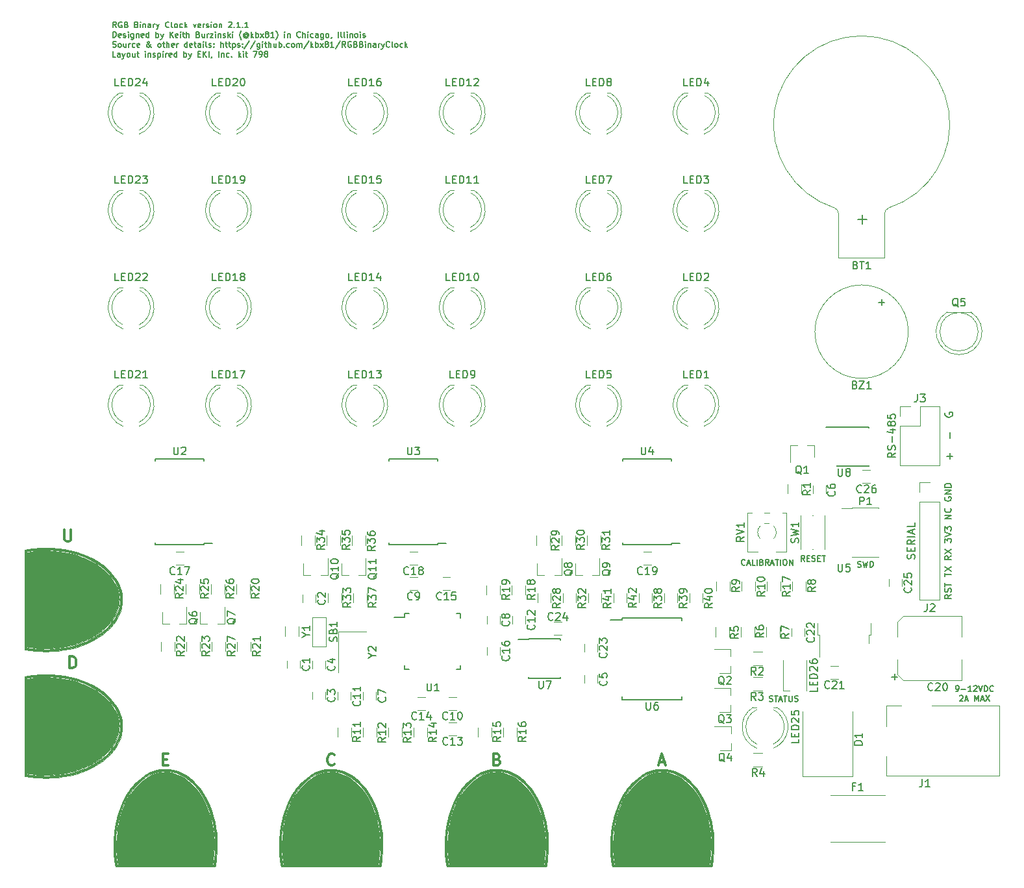
<source format=gbr>
G04 #@! TF.FileFunction,Legend,Top*
%FSLAX46Y46*%
G04 Gerber Fmt 4.6, Leading zero omitted, Abs format (unit mm)*
G04 Created by KiCad (PCBNEW 4.0.7) date Saturday, February 17, 2018 'PMt' 06:43:40 PM*
%MOMM*%
%LPD*%
G01*
G04 APERTURE LIST*
%ADD10C,0.100000*%
%ADD11C,0.150000*%
%ADD12C,0.200000*%
%ADD13C,0.300000*%
%ADD14C,0.120000*%
%ADD15C,0.010000*%
G04 APERTURE END LIST*
D10*
D11*
X215522343Y-124388986D02*
X215665200Y-124388986D01*
X215736628Y-124353271D01*
X215772343Y-124317557D01*
X215843771Y-124210414D01*
X215879486Y-124067557D01*
X215879486Y-123781843D01*
X215843771Y-123710414D01*
X215808057Y-123674700D01*
X215736628Y-123638986D01*
X215593771Y-123638986D01*
X215522343Y-123674700D01*
X215486628Y-123710414D01*
X215450914Y-123781843D01*
X215450914Y-123960414D01*
X215486628Y-124031843D01*
X215522343Y-124067557D01*
X215593771Y-124103271D01*
X215736628Y-124103271D01*
X215808057Y-124067557D01*
X215843771Y-124031843D01*
X215879486Y-123960414D01*
X216200914Y-124103271D02*
X216772343Y-124103271D01*
X217522343Y-124388986D02*
X217093771Y-124388986D01*
X217308057Y-124388986D02*
X217308057Y-123638986D01*
X217236628Y-123746129D01*
X217165200Y-123817557D01*
X217093771Y-123853271D01*
X217808057Y-123710414D02*
X217843771Y-123674700D01*
X217915200Y-123638986D01*
X218093771Y-123638986D01*
X218165200Y-123674700D01*
X218200914Y-123710414D01*
X218236629Y-123781843D01*
X218236629Y-123853271D01*
X218200914Y-123960414D01*
X217772343Y-124388986D01*
X218236629Y-124388986D01*
X218450915Y-123638986D02*
X218700915Y-124388986D01*
X218950915Y-123638986D01*
X219200914Y-124388986D02*
X219200914Y-123638986D01*
X219379486Y-123638986D01*
X219486629Y-123674700D01*
X219558057Y-123746129D01*
X219593772Y-123817557D01*
X219629486Y-123960414D01*
X219629486Y-124067557D01*
X219593772Y-124210414D01*
X219558057Y-124281843D01*
X219486629Y-124353271D01*
X219379486Y-124388986D01*
X219200914Y-124388986D01*
X220379486Y-124317557D02*
X220343772Y-124353271D01*
X220236629Y-124388986D01*
X220165200Y-124388986D01*
X220058057Y-124353271D01*
X219986629Y-124281843D01*
X219950914Y-124210414D01*
X219915200Y-124067557D01*
X219915200Y-123960414D01*
X219950914Y-123817557D01*
X219986629Y-123746129D01*
X220058057Y-123674700D01*
X220165200Y-123638986D01*
X220236629Y-123638986D01*
X220343772Y-123674700D01*
X220379486Y-123710414D01*
X215986628Y-124985414D02*
X216022342Y-124949700D01*
X216093771Y-124913986D01*
X216272342Y-124913986D01*
X216343771Y-124949700D01*
X216379485Y-124985414D01*
X216415200Y-125056843D01*
X216415200Y-125128271D01*
X216379485Y-125235414D01*
X215950914Y-125663986D01*
X216415200Y-125663986D01*
X216700914Y-125449700D02*
X217058057Y-125449700D01*
X216629486Y-125663986D02*
X216879486Y-124913986D01*
X217129486Y-125663986D01*
X217950914Y-125663986D02*
X217950914Y-124913986D01*
X218200914Y-125449700D01*
X218450914Y-124913986D01*
X218450914Y-125663986D01*
X218772343Y-125449700D02*
X219129486Y-125449700D01*
X218700915Y-125663986D02*
X218950915Y-124913986D01*
X219200915Y-125663986D01*
X219379486Y-124913986D02*
X219879486Y-125663986D01*
X219879486Y-124913986D02*
X219379486Y-125663986D01*
X187988143Y-107836857D02*
X187952429Y-107872571D01*
X187845286Y-107908286D01*
X187773857Y-107908286D01*
X187666714Y-107872571D01*
X187595286Y-107801143D01*
X187559571Y-107729714D01*
X187523857Y-107586857D01*
X187523857Y-107479714D01*
X187559571Y-107336857D01*
X187595286Y-107265429D01*
X187666714Y-107194000D01*
X187773857Y-107158286D01*
X187845286Y-107158286D01*
X187952429Y-107194000D01*
X187988143Y-107229714D01*
X188273857Y-107694000D02*
X188631000Y-107694000D01*
X188202429Y-107908286D02*
X188452429Y-107158286D01*
X188702429Y-107908286D01*
X189309571Y-107908286D02*
X188952428Y-107908286D01*
X188952428Y-107158286D01*
X189559571Y-107908286D02*
X189559571Y-107158286D01*
X190166714Y-107515429D02*
X190273857Y-107551143D01*
X190309572Y-107586857D01*
X190345286Y-107658286D01*
X190345286Y-107765429D01*
X190309572Y-107836857D01*
X190273857Y-107872571D01*
X190202429Y-107908286D01*
X189916714Y-107908286D01*
X189916714Y-107158286D01*
X190166714Y-107158286D01*
X190238143Y-107194000D01*
X190273857Y-107229714D01*
X190309572Y-107301143D01*
X190309572Y-107372571D01*
X190273857Y-107444000D01*
X190238143Y-107479714D01*
X190166714Y-107515429D01*
X189916714Y-107515429D01*
X191095286Y-107908286D02*
X190845286Y-107551143D01*
X190666714Y-107908286D02*
X190666714Y-107158286D01*
X190952429Y-107158286D01*
X191023857Y-107194000D01*
X191059572Y-107229714D01*
X191095286Y-107301143D01*
X191095286Y-107408286D01*
X191059572Y-107479714D01*
X191023857Y-107515429D01*
X190952429Y-107551143D01*
X190666714Y-107551143D01*
X191381000Y-107694000D02*
X191738143Y-107694000D01*
X191309572Y-107908286D02*
X191559572Y-107158286D01*
X191809572Y-107908286D01*
X191952429Y-107158286D02*
X192381000Y-107158286D01*
X192166714Y-107908286D02*
X192166714Y-107158286D01*
X192631000Y-107908286D02*
X192631000Y-107158286D01*
X193131001Y-107158286D02*
X193273858Y-107158286D01*
X193345286Y-107194000D01*
X193416715Y-107265429D01*
X193452429Y-107408286D01*
X193452429Y-107658286D01*
X193416715Y-107801143D01*
X193345286Y-107872571D01*
X193273858Y-107908286D01*
X193131001Y-107908286D01*
X193059572Y-107872571D01*
X192988143Y-107801143D01*
X192952429Y-107658286D01*
X192952429Y-107408286D01*
X192988143Y-107265429D01*
X193059572Y-107194000D01*
X193131001Y-107158286D01*
X193773857Y-107908286D02*
X193773857Y-107158286D01*
X194202429Y-107908286D01*
X194202429Y-107158286D01*
X202690143Y-108126571D02*
X202797286Y-108162286D01*
X202975857Y-108162286D01*
X203047286Y-108126571D01*
X203083000Y-108090857D01*
X203118715Y-108019429D01*
X203118715Y-107948000D01*
X203083000Y-107876571D01*
X203047286Y-107840857D01*
X202975857Y-107805143D01*
X202833000Y-107769429D01*
X202761572Y-107733714D01*
X202725857Y-107698000D01*
X202690143Y-107626571D01*
X202690143Y-107555143D01*
X202725857Y-107483714D01*
X202761572Y-107448000D01*
X202833000Y-107412286D01*
X203011572Y-107412286D01*
X203118715Y-107448000D01*
X203368715Y-107412286D02*
X203547286Y-108162286D01*
X203690143Y-107626571D01*
X203833001Y-108162286D01*
X204011572Y-107412286D01*
X204297286Y-108162286D02*
X204297286Y-107412286D01*
X204475858Y-107412286D01*
X204583001Y-107448000D01*
X204654429Y-107519429D01*
X204690144Y-107590857D01*
X204725858Y-107733714D01*
X204725858Y-107840857D01*
X204690144Y-107983714D01*
X204654429Y-108055143D01*
X204583001Y-108126571D01*
X204475858Y-108162286D01*
X204297286Y-108162286D01*
X195760715Y-107400286D02*
X195510715Y-107043143D01*
X195332143Y-107400286D02*
X195332143Y-106650286D01*
X195617858Y-106650286D01*
X195689286Y-106686000D01*
X195725001Y-106721714D01*
X195760715Y-106793143D01*
X195760715Y-106900286D01*
X195725001Y-106971714D01*
X195689286Y-107007429D01*
X195617858Y-107043143D01*
X195332143Y-107043143D01*
X196082143Y-107007429D02*
X196332143Y-107007429D01*
X196439286Y-107400286D02*
X196082143Y-107400286D01*
X196082143Y-106650286D01*
X196439286Y-106650286D01*
X196725000Y-107364571D02*
X196832143Y-107400286D01*
X197010714Y-107400286D01*
X197082143Y-107364571D01*
X197117857Y-107328857D01*
X197153572Y-107257429D01*
X197153572Y-107186000D01*
X197117857Y-107114571D01*
X197082143Y-107078857D01*
X197010714Y-107043143D01*
X196867857Y-107007429D01*
X196796429Y-106971714D01*
X196760714Y-106936000D01*
X196725000Y-106864571D01*
X196725000Y-106793143D01*
X196760714Y-106721714D01*
X196796429Y-106686000D01*
X196867857Y-106650286D01*
X197046429Y-106650286D01*
X197153572Y-106686000D01*
X197475000Y-107007429D02*
X197725000Y-107007429D01*
X197832143Y-107400286D02*
X197475000Y-107400286D01*
X197475000Y-106650286D01*
X197832143Y-106650286D01*
X198046429Y-106650286D02*
X198475000Y-106650286D01*
X198260714Y-107400286D02*
X198260714Y-106650286D01*
X191182857Y-125652571D02*
X191290000Y-125688286D01*
X191468571Y-125688286D01*
X191540000Y-125652571D01*
X191575714Y-125616857D01*
X191611429Y-125545429D01*
X191611429Y-125474000D01*
X191575714Y-125402571D01*
X191540000Y-125366857D01*
X191468571Y-125331143D01*
X191325714Y-125295429D01*
X191254286Y-125259714D01*
X191218571Y-125224000D01*
X191182857Y-125152571D01*
X191182857Y-125081143D01*
X191218571Y-125009714D01*
X191254286Y-124974000D01*
X191325714Y-124938286D01*
X191504286Y-124938286D01*
X191611429Y-124974000D01*
X191825715Y-124938286D02*
X192254286Y-124938286D01*
X192040000Y-125688286D02*
X192040000Y-124938286D01*
X192468572Y-125474000D02*
X192825715Y-125474000D01*
X192397144Y-125688286D02*
X192647144Y-124938286D01*
X192897144Y-125688286D01*
X193040001Y-124938286D02*
X193468572Y-124938286D01*
X193254286Y-125688286D02*
X193254286Y-124938286D01*
X193718572Y-124938286D02*
X193718572Y-125545429D01*
X193754287Y-125616857D01*
X193790001Y-125652571D01*
X193861430Y-125688286D01*
X194004287Y-125688286D01*
X194075715Y-125652571D01*
X194111430Y-125616857D01*
X194147144Y-125545429D01*
X194147144Y-124938286D01*
X194468572Y-125652571D02*
X194575715Y-125688286D01*
X194754286Y-125688286D01*
X194825715Y-125652571D01*
X194861429Y-125616857D01*
X194897144Y-125545429D01*
X194897144Y-125474000D01*
X194861429Y-125402571D01*
X194825715Y-125366857D01*
X194754286Y-125331143D01*
X194611429Y-125295429D01*
X194540001Y-125259714D01*
X194504286Y-125224000D01*
X194468572Y-125152571D01*
X194468572Y-125081143D01*
X194504286Y-125009714D01*
X194540001Y-124974000D01*
X194611429Y-124938286D01*
X194790001Y-124938286D01*
X194897144Y-124974000D01*
D12*
X214887524Y-111757143D02*
X214482762Y-112040476D01*
X214887524Y-112242857D02*
X214037524Y-112242857D01*
X214037524Y-111919048D01*
X214078000Y-111838095D01*
X214118476Y-111797619D01*
X214199429Y-111757143D01*
X214320857Y-111757143D01*
X214401810Y-111797619D01*
X214442286Y-111838095D01*
X214482762Y-111919048D01*
X214482762Y-112242857D01*
X214847048Y-111433333D02*
X214887524Y-111311905D01*
X214887524Y-111109524D01*
X214847048Y-111028571D01*
X214806571Y-110988095D01*
X214725619Y-110947619D01*
X214644667Y-110947619D01*
X214563714Y-110988095D01*
X214523238Y-111028571D01*
X214482762Y-111109524D01*
X214442286Y-111271428D01*
X214401810Y-111352381D01*
X214361333Y-111392857D01*
X214280381Y-111433333D01*
X214199429Y-111433333D01*
X214118476Y-111392857D01*
X214078000Y-111352381D01*
X214037524Y-111271428D01*
X214037524Y-111069048D01*
X214078000Y-110947619D01*
X214037524Y-110704762D02*
X214037524Y-110219047D01*
X214887524Y-110461904D02*
X214037524Y-110461904D01*
X214037524Y-109409524D02*
X214037524Y-108923809D01*
X214887524Y-109166666D02*
X214037524Y-109166666D01*
X214037524Y-108721428D02*
X214887524Y-108154762D01*
X214037524Y-108154762D02*
X214887524Y-108721428D01*
X214887524Y-106697619D02*
X214482762Y-106980952D01*
X214887524Y-107183333D02*
X214037524Y-107183333D01*
X214037524Y-106859524D01*
X214078000Y-106778571D01*
X214118476Y-106738095D01*
X214199429Y-106697619D01*
X214320857Y-106697619D01*
X214401810Y-106738095D01*
X214442286Y-106778571D01*
X214482762Y-106859524D01*
X214482762Y-107183333D01*
X214037524Y-106414285D02*
X214887524Y-105847619D01*
X214037524Y-105847619D02*
X214887524Y-106414285D01*
X214037524Y-104957142D02*
X214037524Y-104430952D01*
X214361333Y-104714285D01*
X214361333Y-104592857D01*
X214401810Y-104511904D01*
X214442286Y-104471428D01*
X214523238Y-104430952D01*
X214725619Y-104430952D01*
X214806571Y-104471428D01*
X214847048Y-104511904D01*
X214887524Y-104592857D01*
X214887524Y-104835714D01*
X214847048Y-104916666D01*
X214806571Y-104957142D01*
X214037524Y-104188095D02*
X214887524Y-103904761D01*
X214037524Y-103621428D01*
X214037524Y-103419047D02*
X214037524Y-102892857D01*
X214361333Y-103176190D01*
X214361333Y-103054762D01*
X214401810Y-102973809D01*
X214442286Y-102933333D01*
X214523238Y-102892857D01*
X214725619Y-102892857D01*
X214806571Y-102933333D01*
X214847048Y-102973809D01*
X214887524Y-103054762D01*
X214887524Y-103297619D01*
X214847048Y-103378571D01*
X214806571Y-103419047D01*
X214887524Y-101880952D02*
X214037524Y-101880952D01*
X214887524Y-101395238D01*
X214037524Y-101395238D01*
X214806571Y-100504762D02*
X214847048Y-100545238D01*
X214887524Y-100666667D01*
X214887524Y-100747619D01*
X214847048Y-100869047D01*
X214766095Y-100950000D01*
X214685143Y-100990476D01*
X214523238Y-101030952D01*
X214401810Y-101030952D01*
X214239905Y-100990476D01*
X214158952Y-100950000D01*
X214078000Y-100869047D01*
X214037524Y-100747619D01*
X214037524Y-100666667D01*
X214078000Y-100545238D01*
X214118476Y-100504762D01*
X214078000Y-99047619D02*
X214037524Y-99128571D01*
X214037524Y-99250000D01*
X214078000Y-99371428D01*
X214158952Y-99452381D01*
X214239905Y-99492857D01*
X214401810Y-99533333D01*
X214523238Y-99533333D01*
X214685143Y-99492857D01*
X214766095Y-99452381D01*
X214847048Y-99371428D01*
X214887524Y-99250000D01*
X214887524Y-99169048D01*
X214847048Y-99047619D01*
X214806571Y-99007143D01*
X214523238Y-99007143D01*
X214523238Y-99169048D01*
X214887524Y-98642857D02*
X214037524Y-98642857D01*
X214887524Y-98157143D01*
X214037524Y-98157143D01*
X214887524Y-97752381D02*
X214037524Y-97752381D01*
X214037524Y-97550000D01*
X214078000Y-97428572D01*
X214158952Y-97347619D01*
X214239905Y-97307143D01*
X214401810Y-97266667D01*
X214523238Y-97266667D01*
X214685143Y-97307143D01*
X214766095Y-97347619D01*
X214847048Y-97428572D01*
X214887524Y-97550000D01*
X214887524Y-97752381D01*
X214701429Y-94082810D02*
X214701429Y-93320905D01*
X215082381Y-93701857D02*
X214320476Y-93701857D01*
X214701429Y-91320905D02*
X214701429Y-90559000D01*
X214130000Y-88035190D02*
X214082381Y-88130428D01*
X214082381Y-88273285D01*
X214130000Y-88416143D01*
X214225238Y-88511381D01*
X214320476Y-88559000D01*
X214510952Y-88606619D01*
X214653810Y-88606619D01*
X214844286Y-88559000D01*
X214939524Y-88511381D01*
X215034762Y-88416143D01*
X215082381Y-88273285D01*
X215082381Y-88178047D01*
X215034762Y-88035190D01*
X214987143Y-87987571D01*
X214653810Y-87987571D01*
X214653810Y-88178047D01*
X210081762Y-107084524D02*
X210129381Y-106941667D01*
X210129381Y-106703571D01*
X210081762Y-106608333D01*
X210034143Y-106560714D01*
X209938905Y-106513095D01*
X209843667Y-106513095D01*
X209748429Y-106560714D01*
X209700810Y-106608333D01*
X209653190Y-106703571D01*
X209605571Y-106894048D01*
X209557952Y-106989286D01*
X209510333Y-107036905D01*
X209415095Y-107084524D01*
X209319857Y-107084524D01*
X209224619Y-107036905D01*
X209177000Y-106989286D01*
X209129381Y-106894048D01*
X209129381Y-106655952D01*
X209177000Y-106513095D01*
X209605571Y-106084524D02*
X209605571Y-105751190D01*
X210129381Y-105608333D02*
X210129381Y-106084524D01*
X209129381Y-106084524D01*
X209129381Y-105608333D01*
X210129381Y-104608333D02*
X209653190Y-104941667D01*
X210129381Y-105179762D02*
X209129381Y-105179762D01*
X209129381Y-104798809D01*
X209177000Y-104703571D01*
X209224619Y-104655952D01*
X209319857Y-104608333D01*
X209462714Y-104608333D01*
X209557952Y-104655952D01*
X209605571Y-104703571D01*
X209653190Y-104798809D01*
X209653190Y-105179762D01*
X210129381Y-104179762D02*
X209129381Y-104179762D01*
X209843667Y-103751191D02*
X209843667Y-103275000D01*
X210129381Y-103846429D02*
X209129381Y-103513096D01*
X210129381Y-103179762D01*
X210129381Y-102370238D02*
X210129381Y-102846429D01*
X209129381Y-102846429D01*
X207589381Y-93273285D02*
X207113190Y-93606619D01*
X207589381Y-93844714D02*
X206589381Y-93844714D01*
X206589381Y-93463761D01*
X206637000Y-93368523D01*
X206684619Y-93320904D01*
X206779857Y-93273285D01*
X206922714Y-93273285D01*
X207017952Y-93320904D01*
X207065571Y-93368523D01*
X207113190Y-93463761D01*
X207113190Y-93844714D01*
X207541762Y-92892333D02*
X207589381Y-92749476D01*
X207589381Y-92511380D01*
X207541762Y-92416142D01*
X207494143Y-92368523D01*
X207398905Y-92320904D01*
X207303667Y-92320904D01*
X207208429Y-92368523D01*
X207160810Y-92416142D01*
X207113190Y-92511380D01*
X207065571Y-92701857D01*
X207017952Y-92797095D01*
X206970333Y-92844714D01*
X206875095Y-92892333D01*
X206779857Y-92892333D01*
X206684619Y-92844714D01*
X206637000Y-92797095D01*
X206589381Y-92701857D01*
X206589381Y-92463761D01*
X206637000Y-92320904D01*
X207208429Y-91892333D02*
X207208429Y-91130428D01*
X206922714Y-90225666D02*
X207589381Y-90225666D01*
X206541762Y-90463762D02*
X207256048Y-90701857D01*
X207256048Y-90082809D01*
X207017952Y-89559000D02*
X206970333Y-89654238D01*
X206922714Y-89701857D01*
X206827476Y-89749476D01*
X206779857Y-89749476D01*
X206684619Y-89701857D01*
X206637000Y-89654238D01*
X206589381Y-89559000D01*
X206589381Y-89368523D01*
X206637000Y-89273285D01*
X206684619Y-89225666D01*
X206779857Y-89178047D01*
X206827476Y-89178047D01*
X206922714Y-89225666D01*
X206970333Y-89273285D01*
X207017952Y-89368523D01*
X207017952Y-89559000D01*
X207065571Y-89654238D01*
X207113190Y-89701857D01*
X207208429Y-89749476D01*
X207398905Y-89749476D01*
X207494143Y-89701857D01*
X207541762Y-89654238D01*
X207589381Y-89559000D01*
X207589381Y-89368523D01*
X207541762Y-89273285D01*
X207494143Y-89225666D01*
X207398905Y-89178047D01*
X207208429Y-89178047D01*
X207113190Y-89225666D01*
X207065571Y-89273285D01*
X207017952Y-89368523D01*
X206589381Y-88273285D02*
X206589381Y-88749476D01*
X207065571Y-88797095D01*
X207017952Y-88749476D01*
X206970333Y-88654238D01*
X206970333Y-88416142D01*
X207017952Y-88320904D01*
X207065571Y-88273285D01*
X207160810Y-88225666D01*
X207398905Y-88225666D01*
X207494143Y-88273285D01*
X207541762Y-88320904D01*
X207589381Y-88416142D01*
X207589381Y-88654238D01*
X207541762Y-88749476D01*
X207494143Y-88797095D01*
D11*
X106017143Y-37796786D02*
X105767143Y-37439643D01*
X105588571Y-37796786D02*
X105588571Y-37046786D01*
X105874286Y-37046786D01*
X105945714Y-37082500D01*
X105981429Y-37118214D01*
X106017143Y-37189643D01*
X106017143Y-37296786D01*
X105981429Y-37368214D01*
X105945714Y-37403929D01*
X105874286Y-37439643D01*
X105588571Y-37439643D01*
X106731429Y-37082500D02*
X106660000Y-37046786D01*
X106552857Y-37046786D01*
X106445714Y-37082500D01*
X106374286Y-37153929D01*
X106338571Y-37225357D01*
X106302857Y-37368214D01*
X106302857Y-37475357D01*
X106338571Y-37618214D01*
X106374286Y-37689643D01*
X106445714Y-37761071D01*
X106552857Y-37796786D01*
X106624286Y-37796786D01*
X106731429Y-37761071D01*
X106767143Y-37725357D01*
X106767143Y-37475357D01*
X106624286Y-37475357D01*
X107338571Y-37403929D02*
X107445714Y-37439643D01*
X107481429Y-37475357D01*
X107517143Y-37546786D01*
X107517143Y-37653929D01*
X107481429Y-37725357D01*
X107445714Y-37761071D01*
X107374286Y-37796786D01*
X107088571Y-37796786D01*
X107088571Y-37046786D01*
X107338571Y-37046786D01*
X107410000Y-37082500D01*
X107445714Y-37118214D01*
X107481429Y-37189643D01*
X107481429Y-37261071D01*
X107445714Y-37332500D01*
X107410000Y-37368214D01*
X107338571Y-37403929D01*
X107088571Y-37403929D01*
X108660000Y-37403929D02*
X108767143Y-37439643D01*
X108802858Y-37475357D01*
X108838572Y-37546786D01*
X108838572Y-37653929D01*
X108802858Y-37725357D01*
X108767143Y-37761071D01*
X108695715Y-37796786D01*
X108410000Y-37796786D01*
X108410000Y-37046786D01*
X108660000Y-37046786D01*
X108731429Y-37082500D01*
X108767143Y-37118214D01*
X108802858Y-37189643D01*
X108802858Y-37261071D01*
X108767143Y-37332500D01*
X108731429Y-37368214D01*
X108660000Y-37403929D01*
X108410000Y-37403929D01*
X109160000Y-37796786D02*
X109160000Y-37296786D01*
X109160000Y-37046786D02*
X109124286Y-37082500D01*
X109160000Y-37118214D01*
X109195715Y-37082500D01*
X109160000Y-37046786D01*
X109160000Y-37118214D01*
X109517143Y-37296786D02*
X109517143Y-37796786D01*
X109517143Y-37368214D02*
X109552858Y-37332500D01*
X109624286Y-37296786D01*
X109731429Y-37296786D01*
X109802858Y-37332500D01*
X109838572Y-37403929D01*
X109838572Y-37796786D01*
X110517143Y-37796786D02*
X110517143Y-37403929D01*
X110481429Y-37332500D01*
X110410000Y-37296786D01*
X110267143Y-37296786D01*
X110195714Y-37332500D01*
X110517143Y-37761071D02*
X110445714Y-37796786D01*
X110267143Y-37796786D01*
X110195714Y-37761071D01*
X110160000Y-37689643D01*
X110160000Y-37618214D01*
X110195714Y-37546786D01*
X110267143Y-37511071D01*
X110445714Y-37511071D01*
X110517143Y-37475357D01*
X110874285Y-37796786D02*
X110874285Y-37296786D01*
X110874285Y-37439643D02*
X110910000Y-37368214D01*
X110945714Y-37332500D01*
X111017143Y-37296786D01*
X111088571Y-37296786D01*
X111267143Y-37296786D02*
X111445714Y-37796786D01*
X111624286Y-37296786D02*
X111445714Y-37796786D01*
X111374286Y-37975357D01*
X111338571Y-38011071D01*
X111267143Y-38046786D01*
X112910001Y-37725357D02*
X112874287Y-37761071D01*
X112767144Y-37796786D01*
X112695715Y-37796786D01*
X112588572Y-37761071D01*
X112517144Y-37689643D01*
X112481429Y-37618214D01*
X112445715Y-37475357D01*
X112445715Y-37368214D01*
X112481429Y-37225357D01*
X112517144Y-37153929D01*
X112588572Y-37082500D01*
X112695715Y-37046786D01*
X112767144Y-37046786D01*
X112874287Y-37082500D01*
X112910001Y-37118214D01*
X113338572Y-37796786D02*
X113267144Y-37761071D01*
X113231429Y-37689643D01*
X113231429Y-37046786D01*
X113731429Y-37796786D02*
X113660001Y-37761071D01*
X113624286Y-37725357D01*
X113588572Y-37653929D01*
X113588572Y-37439643D01*
X113624286Y-37368214D01*
X113660001Y-37332500D01*
X113731429Y-37296786D01*
X113838572Y-37296786D01*
X113910001Y-37332500D01*
X113945715Y-37368214D01*
X113981429Y-37439643D01*
X113981429Y-37653929D01*
X113945715Y-37725357D01*
X113910001Y-37761071D01*
X113838572Y-37796786D01*
X113731429Y-37796786D01*
X114624286Y-37761071D02*
X114552857Y-37796786D01*
X114410000Y-37796786D01*
X114338572Y-37761071D01*
X114302857Y-37725357D01*
X114267143Y-37653929D01*
X114267143Y-37439643D01*
X114302857Y-37368214D01*
X114338572Y-37332500D01*
X114410000Y-37296786D01*
X114552857Y-37296786D01*
X114624286Y-37332500D01*
X114945714Y-37796786D02*
X114945714Y-37046786D01*
X115017143Y-37511071D02*
X115231429Y-37796786D01*
X115231429Y-37296786D02*
X114945714Y-37582500D01*
X116052858Y-37296786D02*
X116231429Y-37796786D01*
X116410001Y-37296786D01*
X116981430Y-37761071D02*
X116910001Y-37796786D01*
X116767144Y-37796786D01*
X116695715Y-37761071D01*
X116660001Y-37689643D01*
X116660001Y-37403929D01*
X116695715Y-37332500D01*
X116767144Y-37296786D01*
X116910001Y-37296786D01*
X116981430Y-37332500D01*
X117017144Y-37403929D01*
X117017144Y-37475357D01*
X116660001Y-37546786D01*
X117338572Y-37796786D02*
X117338572Y-37296786D01*
X117338572Y-37439643D02*
X117374287Y-37368214D01*
X117410001Y-37332500D01*
X117481430Y-37296786D01*
X117552858Y-37296786D01*
X117767144Y-37761071D02*
X117838573Y-37796786D01*
X117981430Y-37796786D01*
X118052858Y-37761071D01*
X118088573Y-37689643D01*
X118088573Y-37653929D01*
X118052858Y-37582500D01*
X117981430Y-37546786D01*
X117874287Y-37546786D01*
X117802858Y-37511071D01*
X117767144Y-37439643D01*
X117767144Y-37403929D01*
X117802858Y-37332500D01*
X117874287Y-37296786D01*
X117981430Y-37296786D01*
X118052858Y-37332500D01*
X118410001Y-37796786D02*
X118410001Y-37296786D01*
X118410001Y-37046786D02*
X118374287Y-37082500D01*
X118410001Y-37118214D01*
X118445716Y-37082500D01*
X118410001Y-37046786D01*
X118410001Y-37118214D01*
X118874287Y-37796786D02*
X118802859Y-37761071D01*
X118767144Y-37725357D01*
X118731430Y-37653929D01*
X118731430Y-37439643D01*
X118767144Y-37368214D01*
X118802859Y-37332500D01*
X118874287Y-37296786D01*
X118981430Y-37296786D01*
X119052859Y-37332500D01*
X119088573Y-37368214D01*
X119124287Y-37439643D01*
X119124287Y-37653929D01*
X119088573Y-37725357D01*
X119052859Y-37761071D01*
X118981430Y-37796786D01*
X118874287Y-37796786D01*
X119445715Y-37296786D02*
X119445715Y-37796786D01*
X119445715Y-37368214D02*
X119481430Y-37332500D01*
X119552858Y-37296786D01*
X119660001Y-37296786D01*
X119731430Y-37332500D01*
X119767144Y-37403929D01*
X119767144Y-37796786D01*
X120660001Y-37118214D02*
X120695715Y-37082500D01*
X120767144Y-37046786D01*
X120945715Y-37046786D01*
X121017144Y-37082500D01*
X121052858Y-37118214D01*
X121088573Y-37189643D01*
X121088573Y-37261071D01*
X121052858Y-37368214D01*
X120624287Y-37796786D01*
X121088573Y-37796786D01*
X121410001Y-37725357D02*
X121445716Y-37761071D01*
X121410001Y-37796786D01*
X121374287Y-37761071D01*
X121410001Y-37725357D01*
X121410001Y-37796786D01*
X122160002Y-37796786D02*
X121731430Y-37796786D01*
X121945716Y-37796786D02*
X121945716Y-37046786D01*
X121874287Y-37153929D01*
X121802859Y-37225357D01*
X121731430Y-37261071D01*
X122481430Y-37725357D02*
X122517145Y-37761071D01*
X122481430Y-37796786D01*
X122445716Y-37761071D01*
X122481430Y-37725357D01*
X122481430Y-37796786D01*
X123231431Y-37796786D02*
X122802859Y-37796786D01*
X123017145Y-37796786D02*
X123017145Y-37046786D01*
X122945716Y-37153929D01*
X122874288Y-37225357D01*
X122802859Y-37261071D01*
X105588571Y-39071786D02*
X105588571Y-38321786D01*
X105767143Y-38321786D01*
X105874286Y-38357500D01*
X105945714Y-38428929D01*
X105981429Y-38500357D01*
X106017143Y-38643214D01*
X106017143Y-38750357D01*
X105981429Y-38893214D01*
X105945714Y-38964643D01*
X105874286Y-39036071D01*
X105767143Y-39071786D01*
X105588571Y-39071786D01*
X106624286Y-39036071D02*
X106552857Y-39071786D01*
X106410000Y-39071786D01*
X106338571Y-39036071D01*
X106302857Y-38964643D01*
X106302857Y-38678929D01*
X106338571Y-38607500D01*
X106410000Y-38571786D01*
X106552857Y-38571786D01*
X106624286Y-38607500D01*
X106660000Y-38678929D01*
X106660000Y-38750357D01*
X106302857Y-38821786D01*
X106945714Y-39036071D02*
X107017143Y-39071786D01*
X107160000Y-39071786D01*
X107231428Y-39036071D01*
X107267143Y-38964643D01*
X107267143Y-38928929D01*
X107231428Y-38857500D01*
X107160000Y-38821786D01*
X107052857Y-38821786D01*
X106981428Y-38786071D01*
X106945714Y-38714643D01*
X106945714Y-38678929D01*
X106981428Y-38607500D01*
X107052857Y-38571786D01*
X107160000Y-38571786D01*
X107231428Y-38607500D01*
X107588571Y-39071786D02*
X107588571Y-38571786D01*
X107588571Y-38321786D02*
X107552857Y-38357500D01*
X107588571Y-38393214D01*
X107624286Y-38357500D01*
X107588571Y-38321786D01*
X107588571Y-38393214D01*
X108267143Y-38571786D02*
X108267143Y-39178929D01*
X108231429Y-39250357D01*
X108195714Y-39286071D01*
X108124286Y-39321786D01*
X108017143Y-39321786D01*
X107945714Y-39286071D01*
X108267143Y-39036071D02*
X108195714Y-39071786D01*
X108052857Y-39071786D01*
X107981429Y-39036071D01*
X107945714Y-39000357D01*
X107910000Y-38928929D01*
X107910000Y-38714643D01*
X107945714Y-38643214D01*
X107981429Y-38607500D01*
X108052857Y-38571786D01*
X108195714Y-38571786D01*
X108267143Y-38607500D01*
X108624285Y-38571786D02*
X108624285Y-39071786D01*
X108624285Y-38643214D02*
X108660000Y-38607500D01*
X108731428Y-38571786D01*
X108838571Y-38571786D01*
X108910000Y-38607500D01*
X108945714Y-38678929D01*
X108945714Y-39071786D01*
X109588571Y-39036071D02*
X109517142Y-39071786D01*
X109374285Y-39071786D01*
X109302856Y-39036071D01*
X109267142Y-38964643D01*
X109267142Y-38678929D01*
X109302856Y-38607500D01*
X109374285Y-38571786D01*
X109517142Y-38571786D01*
X109588571Y-38607500D01*
X109624285Y-38678929D01*
X109624285Y-38750357D01*
X109267142Y-38821786D01*
X110267142Y-39071786D02*
X110267142Y-38321786D01*
X110267142Y-39036071D02*
X110195713Y-39071786D01*
X110052856Y-39071786D01*
X109981428Y-39036071D01*
X109945713Y-39000357D01*
X109909999Y-38928929D01*
X109909999Y-38714643D01*
X109945713Y-38643214D01*
X109981428Y-38607500D01*
X110052856Y-38571786D01*
X110195713Y-38571786D01*
X110267142Y-38607500D01*
X111195713Y-39071786D02*
X111195713Y-38321786D01*
X111195713Y-38607500D02*
X111267142Y-38571786D01*
X111409999Y-38571786D01*
X111481428Y-38607500D01*
X111517142Y-38643214D01*
X111552856Y-38714643D01*
X111552856Y-38928929D01*
X111517142Y-39000357D01*
X111481428Y-39036071D01*
X111409999Y-39071786D01*
X111267142Y-39071786D01*
X111195713Y-39036071D01*
X111802856Y-38571786D02*
X111981427Y-39071786D01*
X112159999Y-38571786D02*
X111981427Y-39071786D01*
X111909999Y-39250357D01*
X111874284Y-39286071D01*
X111802856Y-39321786D01*
X113017142Y-39071786D02*
X113017142Y-38321786D01*
X113445714Y-39071786D02*
X113124285Y-38643214D01*
X113445714Y-38321786D02*
X113017142Y-38750357D01*
X114052857Y-39036071D02*
X113981428Y-39071786D01*
X113838571Y-39071786D01*
X113767142Y-39036071D01*
X113731428Y-38964643D01*
X113731428Y-38678929D01*
X113767142Y-38607500D01*
X113838571Y-38571786D01*
X113981428Y-38571786D01*
X114052857Y-38607500D01*
X114088571Y-38678929D01*
X114088571Y-38750357D01*
X113731428Y-38821786D01*
X114409999Y-39071786D02*
X114409999Y-38571786D01*
X114409999Y-38321786D02*
X114374285Y-38357500D01*
X114409999Y-38393214D01*
X114445714Y-38357500D01*
X114409999Y-38321786D01*
X114409999Y-38393214D01*
X114660000Y-38571786D02*
X114945714Y-38571786D01*
X114767142Y-38321786D02*
X114767142Y-38964643D01*
X114802857Y-39036071D01*
X114874285Y-39071786D01*
X114945714Y-39071786D01*
X115195713Y-39071786D02*
X115195713Y-38321786D01*
X115517142Y-39071786D02*
X115517142Y-38678929D01*
X115481428Y-38607500D01*
X115409999Y-38571786D01*
X115302856Y-38571786D01*
X115231428Y-38607500D01*
X115195713Y-38643214D01*
X116695713Y-38678929D02*
X116802856Y-38714643D01*
X116838571Y-38750357D01*
X116874285Y-38821786D01*
X116874285Y-38928929D01*
X116838571Y-39000357D01*
X116802856Y-39036071D01*
X116731428Y-39071786D01*
X116445713Y-39071786D01*
X116445713Y-38321786D01*
X116695713Y-38321786D01*
X116767142Y-38357500D01*
X116802856Y-38393214D01*
X116838571Y-38464643D01*
X116838571Y-38536071D01*
X116802856Y-38607500D01*
X116767142Y-38643214D01*
X116695713Y-38678929D01*
X116445713Y-38678929D01*
X117517142Y-38571786D02*
X117517142Y-39071786D01*
X117195713Y-38571786D02*
X117195713Y-38964643D01*
X117231428Y-39036071D01*
X117302856Y-39071786D01*
X117409999Y-39071786D01*
X117481428Y-39036071D01*
X117517142Y-39000357D01*
X117874284Y-39071786D02*
X117874284Y-38571786D01*
X117874284Y-38714643D02*
X117909999Y-38643214D01*
X117945713Y-38607500D01*
X118017142Y-38571786D01*
X118088570Y-38571786D01*
X118267142Y-38571786D02*
X118659999Y-38571786D01*
X118267142Y-39071786D01*
X118659999Y-39071786D01*
X118945713Y-39071786D02*
X118945713Y-38571786D01*
X118945713Y-38321786D02*
X118909999Y-38357500D01*
X118945713Y-38393214D01*
X118981428Y-38357500D01*
X118945713Y-38321786D01*
X118945713Y-38393214D01*
X119302856Y-38571786D02*
X119302856Y-39071786D01*
X119302856Y-38643214D02*
X119338571Y-38607500D01*
X119409999Y-38571786D01*
X119517142Y-38571786D01*
X119588571Y-38607500D01*
X119624285Y-38678929D01*
X119624285Y-39071786D01*
X119945713Y-39036071D02*
X120017142Y-39071786D01*
X120159999Y-39071786D01*
X120231427Y-39036071D01*
X120267142Y-38964643D01*
X120267142Y-38928929D01*
X120231427Y-38857500D01*
X120159999Y-38821786D01*
X120052856Y-38821786D01*
X119981427Y-38786071D01*
X119945713Y-38714643D01*
X119945713Y-38678929D01*
X119981427Y-38607500D01*
X120052856Y-38571786D01*
X120159999Y-38571786D01*
X120231427Y-38607500D01*
X120588570Y-39071786D02*
X120588570Y-38321786D01*
X120659999Y-38786071D02*
X120874285Y-39071786D01*
X120874285Y-38571786D02*
X120588570Y-38857500D01*
X121195713Y-39071786D02*
X121195713Y-38571786D01*
X121195713Y-38321786D02*
X121159999Y-38357500D01*
X121195713Y-38393214D01*
X121231428Y-38357500D01*
X121195713Y-38321786D01*
X121195713Y-38393214D01*
X122338571Y-39357500D02*
X122302857Y-39321786D01*
X122231428Y-39214643D01*
X122195714Y-39143214D01*
X122160000Y-39036071D01*
X122124285Y-38857500D01*
X122124285Y-38714643D01*
X122160000Y-38536071D01*
X122195714Y-38428929D01*
X122231428Y-38357500D01*
X122302857Y-38250357D01*
X122338571Y-38214643D01*
X123088571Y-38714643D02*
X123052857Y-38678929D01*
X122981428Y-38643214D01*
X122910000Y-38643214D01*
X122838571Y-38678929D01*
X122802857Y-38714643D01*
X122767143Y-38786071D01*
X122767143Y-38857500D01*
X122802857Y-38928929D01*
X122838571Y-38964643D01*
X122910000Y-39000357D01*
X122981428Y-39000357D01*
X123052857Y-38964643D01*
X123088571Y-38928929D01*
X123088571Y-38643214D02*
X123088571Y-38928929D01*
X123124285Y-38964643D01*
X123160000Y-38964643D01*
X123231428Y-38928929D01*
X123267143Y-38857500D01*
X123267143Y-38678929D01*
X123195714Y-38571786D01*
X123088571Y-38500357D01*
X122945714Y-38464643D01*
X122802857Y-38500357D01*
X122695714Y-38571786D01*
X122624285Y-38678929D01*
X122588571Y-38821786D01*
X122624285Y-38964643D01*
X122695714Y-39071786D01*
X122802857Y-39143214D01*
X122945714Y-39178929D01*
X123088571Y-39143214D01*
X123195714Y-39071786D01*
X123588571Y-39071786D02*
X123588571Y-38321786D01*
X123660000Y-38786071D02*
X123874286Y-39071786D01*
X123874286Y-38571786D02*
X123588571Y-38857500D01*
X124195714Y-39071786D02*
X124195714Y-38321786D01*
X124195714Y-38607500D02*
X124267143Y-38571786D01*
X124410000Y-38571786D01*
X124481429Y-38607500D01*
X124517143Y-38643214D01*
X124552857Y-38714643D01*
X124552857Y-38928929D01*
X124517143Y-39000357D01*
X124481429Y-39036071D01*
X124410000Y-39071786D01*
X124267143Y-39071786D01*
X124195714Y-39036071D01*
X124802857Y-39071786D02*
X125195714Y-38571786D01*
X124802857Y-38571786D02*
X125195714Y-39071786D01*
X125588571Y-38643214D02*
X125517143Y-38607500D01*
X125481428Y-38571786D01*
X125445714Y-38500357D01*
X125445714Y-38464643D01*
X125481428Y-38393214D01*
X125517143Y-38357500D01*
X125588571Y-38321786D01*
X125731428Y-38321786D01*
X125802857Y-38357500D01*
X125838571Y-38393214D01*
X125874286Y-38464643D01*
X125874286Y-38500357D01*
X125838571Y-38571786D01*
X125802857Y-38607500D01*
X125731428Y-38643214D01*
X125588571Y-38643214D01*
X125517143Y-38678929D01*
X125481428Y-38714643D01*
X125445714Y-38786071D01*
X125445714Y-38928929D01*
X125481428Y-39000357D01*
X125517143Y-39036071D01*
X125588571Y-39071786D01*
X125731428Y-39071786D01*
X125802857Y-39036071D01*
X125838571Y-39000357D01*
X125874286Y-38928929D01*
X125874286Y-38786071D01*
X125838571Y-38714643D01*
X125802857Y-38678929D01*
X125731428Y-38643214D01*
X126588572Y-39071786D02*
X126160000Y-39071786D01*
X126374286Y-39071786D02*
X126374286Y-38321786D01*
X126302857Y-38428929D01*
X126231429Y-38500357D01*
X126160000Y-38536071D01*
X126838572Y-39357500D02*
X126874286Y-39321786D01*
X126945715Y-39214643D01*
X126981429Y-39143214D01*
X127017143Y-39036071D01*
X127052858Y-38857500D01*
X127052858Y-38714643D01*
X127017143Y-38536071D01*
X126981429Y-38428929D01*
X126945715Y-38357500D01*
X126874286Y-38250357D01*
X126838572Y-38214643D01*
X127981429Y-39071786D02*
X127981429Y-38571786D01*
X127981429Y-38321786D02*
X127945715Y-38357500D01*
X127981429Y-38393214D01*
X128017144Y-38357500D01*
X127981429Y-38321786D01*
X127981429Y-38393214D01*
X128338572Y-38571786D02*
X128338572Y-39071786D01*
X128338572Y-38643214D02*
X128374287Y-38607500D01*
X128445715Y-38571786D01*
X128552858Y-38571786D01*
X128624287Y-38607500D01*
X128660001Y-38678929D01*
X128660001Y-39071786D01*
X130017144Y-39000357D02*
X129981430Y-39036071D01*
X129874287Y-39071786D01*
X129802858Y-39071786D01*
X129695715Y-39036071D01*
X129624287Y-38964643D01*
X129588572Y-38893214D01*
X129552858Y-38750357D01*
X129552858Y-38643214D01*
X129588572Y-38500357D01*
X129624287Y-38428929D01*
X129695715Y-38357500D01*
X129802858Y-38321786D01*
X129874287Y-38321786D01*
X129981430Y-38357500D01*
X130017144Y-38393214D01*
X130338572Y-39071786D02*
X130338572Y-38321786D01*
X130660001Y-39071786D02*
X130660001Y-38678929D01*
X130624287Y-38607500D01*
X130552858Y-38571786D01*
X130445715Y-38571786D01*
X130374287Y-38607500D01*
X130338572Y-38643214D01*
X131017143Y-39071786D02*
X131017143Y-38571786D01*
X131017143Y-38321786D02*
X130981429Y-38357500D01*
X131017143Y-38393214D01*
X131052858Y-38357500D01*
X131017143Y-38321786D01*
X131017143Y-38393214D01*
X131695715Y-39036071D02*
X131624286Y-39071786D01*
X131481429Y-39071786D01*
X131410001Y-39036071D01*
X131374286Y-39000357D01*
X131338572Y-38928929D01*
X131338572Y-38714643D01*
X131374286Y-38643214D01*
X131410001Y-38607500D01*
X131481429Y-38571786D01*
X131624286Y-38571786D01*
X131695715Y-38607500D01*
X132338572Y-39071786D02*
X132338572Y-38678929D01*
X132302858Y-38607500D01*
X132231429Y-38571786D01*
X132088572Y-38571786D01*
X132017143Y-38607500D01*
X132338572Y-39036071D02*
X132267143Y-39071786D01*
X132088572Y-39071786D01*
X132017143Y-39036071D01*
X131981429Y-38964643D01*
X131981429Y-38893214D01*
X132017143Y-38821786D01*
X132088572Y-38786071D01*
X132267143Y-38786071D01*
X132338572Y-38750357D01*
X133017143Y-38571786D02*
X133017143Y-39178929D01*
X132981429Y-39250357D01*
X132945714Y-39286071D01*
X132874286Y-39321786D01*
X132767143Y-39321786D01*
X132695714Y-39286071D01*
X133017143Y-39036071D02*
X132945714Y-39071786D01*
X132802857Y-39071786D01*
X132731429Y-39036071D01*
X132695714Y-39000357D01*
X132660000Y-38928929D01*
X132660000Y-38714643D01*
X132695714Y-38643214D01*
X132731429Y-38607500D01*
X132802857Y-38571786D01*
X132945714Y-38571786D01*
X133017143Y-38607500D01*
X133481428Y-39071786D02*
X133410000Y-39036071D01*
X133374285Y-39000357D01*
X133338571Y-38928929D01*
X133338571Y-38714643D01*
X133374285Y-38643214D01*
X133410000Y-38607500D01*
X133481428Y-38571786D01*
X133588571Y-38571786D01*
X133660000Y-38607500D01*
X133695714Y-38643214D01*
X133731428Y-38714643D01*
X133731428Y-38928929D01*
X133695714Y-39000357D01*
X133660000Y-39036071D01*
X133588571Y-39071786D01*
X133481428Y-39071786D01*
X134088571Y-39036071D02*
X134088571Y-39071786D01*
X134052856Y-39143214D01*
X134017142Y-39178929D01*
X134981428Y-39071786D02*
X134981428Y-38321786D01*
X135445714Y-39071786D02*
X135374286Y-39036071D01*
X135338571Y-38964643D01*
X135338571Y-38321786D01*
X135838571Y-39071786D02*
X135767143Y-39036071D01*
X135731428Y-38964643D01*
X135731428Y-38321786D01*
X136124285Y-39071786D02*
X136124285Y-38571786D01*
X136124285Y-38321786D02*
X136088571Y-38357500D01*
X136124285Y-38393214D01*
X136160000Y-38357500D01*
X136124285Y-38321786D01*
X136124285Y-38393214D01*
X136481428Y-38571786D02*
X136481428Y-39071786D01*
X136481428Y-38643214D02*
X136517143Y-38607500D01*
X136588571Y-38571786D01*
X136695714Y-38571786D01*
X136767143Y-38607500D01*
X136802857Y-38678929D01*
X136802857Y-39071786D01*
X137267142Y-39071786D02*
X137195714Y-39036071D01*
X137159999Y-39000357D01*
X137124285Y-38928929D01*
X137124285Y-38714643D01*
X137159999Y-38643214D01*
X137195714Y-38607500D01*
X137267142Y-38571786D01*
X137374285Y-38571786D01*
X137445714Y-38607500D01*
X137481428Y-38643214D01*
X137517142Y-38714643D01*
X137517142Y-38928929D01*
X137481428Y-39000357D01*
X137445714Y-39036071D01*
X137374285Y-39071786D01*
X137267142Y-39071786D01*
X137838570Y-39071786D02*
X137838570Y-38571786D01*
X137838570Y-38321786D02*
X137802856Y-38357500D01*
X137838570Y-38393214D01*
X137874285Y-38357500D01*
X137838570Y-38321786D01*
X137838570Y-38393214D01*
X138159999Y-39036071D02*
X138231428Y-39071786D01*
X138374285Y-39071786D01*
X138445713Y-39036071D01*
X138481428Y-38964643D01*
X138481428Y-38928929D01*
X138445713Y-38857500D01*
X138374285Y-38821786D01*
X138267142Y-38821786D01*
X138195713Y-38786071D01*
X138159999Y-38714643D01*
X138159999Y-38678929D01*
X138195713Y-38607500D01*
X138267142Y-38571786D01*
X138374285Y-38571786D01*
X138445713Y-38607500D01*
X105552857Y-40311071D02*
X105660000Y-40346786D01*
X105838571Y-40346786D01*
X105910000Y-40311071D01*
X105945714Y-40275357D01*
X105981429Y-40203929D01*
X105981429Y-40132500D01*
X105945714Y-40061071D01*
X105910000Y-40025357D01*
X105838571Y-39989643D01*
X105695714Y-39953929D01*
X105624286Y-39918214D01*
X105588571Y-39882500D01*
X105552857Y-39811071D01*
X105552857Y-39739643D01*
X105588571Y-39668214D01*
X105624286Y-39632500D01*
X105695714Y-39596786D01*
X105874286Y-39596786D01*
X105981429Y-39632500D01*
X106410000Y-40346786D02*
X106338572Y-40311071D01*
X106302857Y-40275357D01*
X106267143Y-40203929D01*
X106267143Y-39989643D01*
X106302857Y-39918214D01*
X106338572Y-39882500D01*
X106410000Y-39846786D01*
X106517143Y-39846786D01*
X106588572Y-39882500D01*
X106624286Y-39918214D01*
X106660000Y-39989643D01*
X106660000Y-40203929D01*
X106624286Y-40275357D01*
X106588572Y-40311071D01*
X106517143Y-40346786D01*
X106410000Y-40346786D01*
X107302857Y-39846786D02*
X107302857Y-40346786D01*
X106981428Y-39846786D02*
X106981428Y-40239643D01*
X107017143Y-40311071D01*
X107088571Y-40346786D01*
X107195714Y-40346786D01*
X107267143Y-40311071D01*
X107302857Y-40275357D01*
X107659999Y-40346786D02*
X107659999Y-39846786D01*
X107659999Y-39989643D02*
X107695714Y-39918214D01*
X107731428Y-39882500D01*
X107802857Y-39846786D01*
X107874285Y-39846786D01*
X108445714Y-40311071D02*
X108374285Y-40346786D01*
X108231428Y-40346786D01*
X108160000Y-40311071D01*
X108124285Y-40275357D01*
X108088571Y-40203929D01*
X108088571Y-39989643D01*
X108124285Y-39918214D01*
X108160000Y-39882500D01*
X108231428Y-39846786D01*
X108374285Y-39846786D01*
X108445714Y-39882500D01*
X109052857Y-40311071D02*
X108981428Y-40346786D01*
X108838571Y-40346786D01*
X108767142Y-40311071D01*
X108731428Y-40239643D01*
X108731428Y-39953929D01*
X108767142Y-39882500D01*
X108838571Y-39846786D01*
X108981428Y-39846786D01*
X109052857Y-39882500D01*
X109088571Y-39953929D01*
X109088571Y-40025357D01*
X108731428Y-40096786D01*
X110588571Y-40346786D02*
X110552857Y-40346786D01*
X110481428Y-40311071D01*
X110374286Y-40203929D01*
X110195714Y-39989643D01*
X110124286Y-39882500D01*
X110088571Y-39775357D01*
X110088571Y-39703929D01*
X110124286Y-39632500D01*
X110195714Y-39596786D01*
X110231428Y-39596786D01*
X110302857Y-39632500D01*
X110338571Y-39703929D01*
X110338571Y-39739643D01*
X110302857Y-39811071D01*
X110267143Y-39846786D01*
X110052857Y-39989643D01*
X110017143Y-40025357D01*
X109981428Y-40096786D01*
X109981428Y-40203929D01*
X110017143Y-40275357D01*
X110052857Y-40311071D01*
X110124286Y-40346786D01*
X110231428Y-40346786D01*
X110302857Y-40311071D01*
X110338571Y-40275357D01*
X110445714Y-40132500D01*
X110481428Y-40025357D01*
X110481428Y-39953929D01*
X111588571Y-40346786D02*
X111517143Y-40311071D01*
X111481428Y-40275357D01*
X111445714Y-40203929D01*
X111445714Y-39989643D01*
X111481428Y-39918214D01*
X111517143Y-39882500D01*
X111588571Y-39846786D01*
X111695714Y-39846786D01*
X111767143Y-39882500D01*
X111802857Y-39918214D01*
X111838571Y-39989643D01*
X111838571Y-40203929D01*
X111802857Y-40275357D01*
X111767143Y-40311071D01*
X111695714Y-40346786D01*
X111588571Y-40346786D01*
X112052857Y-39846786D02*
X112338571Y-39846786D01*
X112159999Y-39596786D02*
X112159999Y-40239643D01*
X112195714Y-40311071D01*
X112267142Y-40346786D01*
X112338571Y-40346786D01*
X112588570Y-40346786D02*
X112588570Y-39596786D01*
X112909999Y-40346786D02*
X112909999Y-39953929D01*
X112874285Y-39882500D01*
X112802856Y-39846786D01*
X112695713Y-39846786D01*
X112624285Y-39882500D01*
X112588570Y-39918214D01*
X113552856Y-40311071D02*
X113481427Y-40346786D01*
X113338570Y-40346786D01*
X113267141Y-40311071D01*
X113231427Y-40239643D01*
X113231427Y-39953929D01*
X113267141Y-39882500D01*
X113338570Y-39846786D01*
X113481427Y-39846786D01*
X113552856Y-39882500D01*
X113588570Y-39953929D01*
X113588570Y-40025357D01*
X113231427Y-40096786D01*
X113909998Y-40346786D02*
X113909998Y-39846786D01*
X113909998Y-39989643D02*
X113945713Y-39918214D01*
X113981427Y-39882500D01*
X114052856Y-39846786D01*
X114124284Y-39846786D01*
X115267142Y-40346786D02*
X115267142Y-39596786D01*
X115267142Y-40311071D02*
X115195713Y-40346786D01*
X115052856Y-40346786D01*
X114981428Y-40311071D01*
X114945713Y-40275357D01*
X114909999Y-40203929D01*
X114909999Y-39989643D01*
X114945713Y-39918214D01*
X114981428Y-39882500D01*
X115052856Y-39846786D01*
X115195713Y-39846786D01*
X115267142Y-39882500D01*
X115909999Y-40311071D02*
X115838570Y-40346786D01*
X115695713Y-40346786D01*
X115624284Y-40311071D01*
X115588570Y-40239643D01*
X115588570Y-39953929D01*
X115624284Y-39882500D01*
X115695713Y-39846786D01*
X115838570Y-39846786D01*
X115909999Y-39882500D01*
X115945713Y-39953929D01*
X115945713Y-40025357D01*
X115588570Y-40096786D01*
X116159999Y-39846786D02*
X116445713Y-39846786D01*
X116267141Y-39596786D02*
X116267141Y-40239643D01*
X116302856Y-40311071D01*
X116374284Y-40346786D01*
X116445713Y-40346786D01*
X117017141Y-40346786D02*
X117017141Y-39953929D01*
X116981427Y-39882500D01*
X116909998Y-39846786D01*
X116767141Y-39846786D01*
X116695712Y-39882500D01*
X117017141Y-40311071D02*
X116945712Y-40346786D01*
X116767141Y-40346786D01*
X116695712Y-40311071D01*
X116659998Y-40239643D01*
X116659998Y-40168214D01*
X116695712Y-40096786D01*
X116767141Y-40061071D01*
X116945712Y-40061071D01*
X117017141Y-40025357D01*
X117374283Y-40346786D02*
X117374283Y-39846786D01*
X117374283Y-39596786D02*
X117338569Y-39632500D01*
X117374283Y-39668214D01*
X117409998Y-39632500D01*
X117374283Y-39596786D01*
X117374283Y-39668214D01*
X117838569Y-40346786D02*
X117767141Y-40311071D01*
X117731426Y-40239643D01*
X117731426Y-39596786D01*
X118088569Y-40311071D02*
X118159998Y-40346786D01*
X118302855Y-40346786D01*
X118374283Y-40311071D01*
X118409998Y-40239643D01*
X118409998Y-40203929D01*
X118374283Y-40132500D01*
X118302855Y-40096786D01*
X118195712Y-40096786D01*
X118124283Y-40061071D01*
X118088569Y-39989643D01*
X118088569Y-39953929D01*
X118124283Y-39882500D01*
X118195712Y-39846786D01*
X118302855Y-39846786D01*
X118374283Y-39882500D01*
X118731426Y-40275357D02*
X118767141Y-40311071D01*
X118731426Y-40346786D01*
X118695712Y-40311071D01*
X118731426Y-40275357D01*
X118731426Y-40346786D01*
X118731426Y-39882500D02*
X118767141Y-39918214D01*
X118731426Y-39953929D01*
X118695712Y-39918214D01*
X118731426Y-39882500D01*
X118731426Y-39953929D01*
X119659998Y-40346786D02*
X119659998Y-39596786D01*
X119981427Y-40346786D02*
X119981427Y-39953929D01*
X119945713Y-39882500D01*
X119874284Y-39846786D01*
X119767141Y-39846786D01*
X119695713Y-39882500D01*
X119659998Y-39918214D01*
X120231427Y-39846786D02*
X120517141Y-39846786D01*
X120338569Y-39596786D02*
X120338569Y-40239643D01*
X120374284Y-40311071D01*
X120445712Y-40346786D01*
X120517141Y-40346786D01*
X120659998Y-39846786D02*
X120945712Y-39846786D01*
X120767140Y-39596786D02*
X120767140Y-40239643D01*
X120802855Y-40311071D01*
X120874283Y-40346786D01*
X120945712Y-40346786D01*
X121195711Y-39846786D02*
X121195711Y-40596786D01*
X121195711Y-39882500D02*
X121267140Y-39846786D01*
X121409997Y-39846786D01*
X121481426Y-39882500D01*
X121517140Y-39918214D01*
X121552854Y-39989643D01*
X121552854Y-40203929D01*
X121517140Y-40275357D01*
X121481426Y-40311071D01*
X121409997Y-40346786D01*
X121267140Y-40346786D01*
X121195711Y-40311071D01*
X121838568Y-40311071D02*
X121909997Y-40346786D01*
X122052854Y-40346786D01*
X122124282Y-40311071D01*
X122159997Y-40239643D01*
X122159997Y-40203929D01*
X122124282Y-40132500D01*
X122052854Y-40096786D01*
X121945711Y-40096786D01*
X121874282Y-40061071D01*
X121838568Y-39989643D01*
X121838568Y-39953929D01*
X121874282Y-39882500D01*
X121945711Y-39846786D01*
X122052854Y-39846786D01*
X122124282Y-39882500D01*
X122481425Y-40275357D02*
X122517140Y-40311071D01*
X122481425Y-40346786D01*
X122445711Y-40311071D01*
X122481425Y-40275357D01*
X122481425Y-40346786D01*
X122481425Y-39882500D02*
X122517140Y-39918214D01*
X122481425Y-39953929D01*
X122445711Y-39918214D01*
X122481425Y-39882500D01*
X122481425Y-39953929D01*
X123374283Y-39561071D02*
X122731426Y-40525357D01*
X124159997Y-39561071D02*
X123517140Y-40525357D01*
X124731425Y-39846786D02*
X124731425Y-40453929D01*
X124695711Y-40525357D01*
X124659996Y-40561071D01*
X124588568Y-40596786D01*
X124481425Y-40596786D01*
X124409996Y-40561071D01*
X124731425Y-40311071D02*
X124659996Y-40346786D01*
X124517139Y-40346786D01*
X124445711Y-40311071D01*
X124409996Y-40275357D01*
X124374282Y-40203929D01*
X124374282Y-39989643D01*
X124409996Y-39918214D01*
X124445711Y-39882500D01*
X124517139Y-39846786D01*
X124659996Y-39846786D01*
X124731425Y-39882500D01*
X125088567Y-40346786D02*
X125088567Y-39846786D01*
X125088567Y-39596786D02*
X125052853Y-39632500D01*
X125088567Y-39668214D01*
X125124282Y-39632500D01*
X125088567Y-39596786D01*
X125088567Y-39668214D01*
X125338568Y-39846786D02*
X125624282Y-39846786D01*
X125445710Y-39596786D02*
X125445710Y-40239643D01*
X125481425Y-40311071D01*
X125552853Y-40346786D01*
X125624282Y-40346786D01*
X125874281Y-40346786D02*
X125874281Y-39596786D01*
X126195710Y-40346786D02*
X126195710Y-39953929D01*
X126159996Y-39882500D01*
X126088567Y-39846786D01*
X125981424Y-39846786D01*
X125909996Y-39882500D01*
X125874281Y-39918214D01*
X126874281Y-39846786D02*
X126874281Y-40346786D01*
X126552852Y-39846786D02*
X126552852Y-40239643D01*
X126588567Y-40311071D01*
X126659995Y-40346786D01*
X126767138Y-40346786D01*
X126838567Y-40311071D01*
X126874281Y-40275357D01*
X127231423Y-40346786D02*
X127231423Y-39596786D01*
X127231423Y-39882500D02*
X127302852Y-39846786D01*
X127445709Y-39846786D01*
X127517138Y-39882500D01*
X127552852Y-39918214D01*
X127588566Y-39989643D01*
X127588566Y-40203929D01*
X127552852Y-40275357D01*
X127517138Y-40311071D01*
X127445709Y-40346786D01*
X127302852Y-40346786D01*
X127231423Y-40311071D01*
X127909994Y-40275357D02*
X127945709Y-40311071D01*
X127909994Y-40346786D01*
X127874280Y-40311071D01*
X127909994Y-40275357D01*
X127909994Y-40346786D01*
X128588566Y-40311071D02*
X128517137Y-40346786D01*
X128374280Y-40346786D01*
X128302852Y-40311071D01*
X128267137Y-40275357D01*
X128231423Y-40203929D01*
X128231423Y-39989643D01*
X128267137Y-39918214D01*
X128302852Y-39882500D01*
X128374280Y-39846786D01*
X128517137Y-39846786D01*
X128588566Y-39882500D01*
X129017137Y-40346786D02*
X128945709Y-40311071D01*
X128909994Y-40275357D01*
X128874280Y-40203929D01*
X128874280Y-39989643D01*
X128909994Y-39918214D01*
X128945709Y-39882500D01*
X129017137Y-39846786D01*
X129124280Y-39846786D01*
X129195709Y-39882500D01*
X129231423Y-39918214D01*
X129267137Y-39989643D01*
X129267137Y-40203929D01*
X129231423Y-40275357D01*
X129195709Y-40311071D01*
X129124280Y-40346786D01*
X129017137Y-40346786D01*
X129588565Y-40346786D02*
X129588565Y-39846786D01*
X129588565Y-39918214D02*
X129624280Y-39882500D01*
X129695708Y-39846786D01*
X129802851Y-39846786D01*
X129874280Y-39882500D01*
X129909994Y-39953929D01*
X129909994Y-40346786D01*
X129909994Y-39953929D02*
X129945708Y-39882500D01*
X130017137Y-39846786D01*
X130124280Y-39846786D01*
X130195708Y-39882500D01*
X130231423Y-39953929D01*
X130231423Y-40346786D01*
X131124280Y-39561071D02*
X130481423Y-40525357D01*
X131374279Y-40346786D02*
X131374279Y-39596786D01*
X131445708Y-40061071D02*
X131659994Y-40346786D01*
X131659994Y-39846786D02*
X131374279Y-40132500D01*
X131981422Y-40346786D02*
X131981422Y-39596786D01*
X131981422Y-39882500D02*
X132052851Y-39846786D01*
X132195708Y-39846786D01*
X132267137Y-39882500D01*
X132302851Y-39918214D01*
X132338565Y-39989643D01*
X132338565Y-40203929D01*
X132302851Y-40275357D01*
X132267137Y-40311071D01*
X132195708Y-40346786D01*
X132052851Y-40346786D01*
X131981422Y-40311071D01*
X132588565Y-40346786D02*
X132981422Y-39846786D01*
X132588565Y-39846786D02*
X132981422Y-40346786D01*
X133374279Y-39918214D02*
X133302851Y-39882500D01*
X133267136Y-39846786D01*
X133231422Y-39775357D01*
X133231422Y-39739643D01*
X133267136Y-39668214D01*
X133302851Y-39632500D01*
X133374279Y-39596786D01*
X133517136Y-39596786D01*
X133588565Y-39632500D01*
X133624279Y-39668214D01*
X133659994Y-39739643D01*
X133659994Y-39775357D01*
X133624279Y-39846786D01*
X133588565Y-39882500D01*
X133517136Y-39918214D01*
X133374279Y-39918214D01*
X133302851Y-39953929D01*
X133267136Y-39989643D01*
X133231422Y-40061071D01*
X133231422Y-40203929D01*
X133267136Y-40275357D01*
X133302851Y-40311071D01*
X133374279Y-40346786D01*
X133517136Y-40346786D01*
X133588565Y-40311071D01*
X133624279Y-40275357D01*
X133659994Y-40203929D01*
X133659994Y-40061071D01*
X133624279Y-39989643D01*
X133588565Y-39953929D01*
X133517136Y-39918214D01*
X134374280Y-40346786D02*
X133945708Y-40346786D01*
X134159994Y-40346786D02*
X134159994Y-39596786D01*
X134088565Y-39703929D01*
X134017137Y-39775357D01*
X133945708Y-39811071D01*
X135231423Y-39561071D02*
X134588566Y-40525357D01*
X135909994Y-40346786D02*
X135659994Y-39989643D01*
X135481422Y-40346786D02*
X135481422Y-39596786D01*
X135767137Y-39596786D01*
X135838565Y-39632500D01*
X135874280Y-39668214D01*
X135909994Y-39739643D01*
X135909994Y-39846786D01*
X135874280Y-39918214D01*
X135838565Y-39953929D01*
X135767137Y-39989643D01*
X135481422Y-39989643D01*
X136624280Y-39632500D02*
X136552851Y-39596786D01*
X136445708Y-39596786D01*
X136338565Y-39632500D01*
X136267137Y-39703929D01*
X136231422Y-39775357D01*
X136195708Y-39918214D01*
X136195708Y-40025357D01*
X136231422Y-40168214D01*
X136267137Y-40239643D01*
X136338565Y-40311071D01*
X136445708Y-40346786D01*
X136517137Y-40346786D01*
X136624280Y-40311071D01*
X136659994Y-40275357D01*
X136659994Y-40025357D01*
X136517137Y-40025357D01*
X137231422Y-39953929D02*
X137338565Y-39989643D01*
X137374280Y-40025357D01*
X137409994Y-40096786D01*
X137409994Y-40203929D01*
X137374280Y-40275357D01*
X137338565Y-40311071D01*
X137267137Y-40346786D01*
X136981422Y-40346786D01*
X136981422Y-39596786D01*
X137231422Y-39596786D01*
X137302851Y-39632500D01*
X137338565Y-39668214D01*
X137374280Y-39739643D01*
X137374280Y-39811071D01*
X137338565Y-39882500D01*
X137302851Y-39918214D01*
X137231422Y-39953929D01*
X136981422Y-39953929D01*
X137981422Y-39953929D02*
X138088565Y-39989643D01*
X138124280Y-40025357D01*
X138159994Y-40096786D01*
X138159994Y-40203929D01*
X138124280Y-40275357D01*
X138088565Y-40311071D01*
X138017137Y-40346786D01*
X137731422Y-40346786D01*
X137731422Y-39596786D01*
X137981422Y-39596786D01*
X138052851Y-39632500D01*
X138088565Y-39668214D01*
X138124280Y-39739643D01*
X138124280Y-39811071D01*
X138088565Y-39882500D01*
X138052851Y-39918214D01*
X137981422Y-39953929D01*
X137731422Y-39953929D01*
X138481422Y-40346786D02*
X138481422Y-39846786D01*
X138481422Y-39596786D02*
X138445708Y-39632500D01*
X138481422Y-39668214D01*
X138517137Y-39632500D01*
X138481422Y-39596786D01*
X138481422Y-39668214D01*
X138838565Y-39846786D02*
X138838565Y-40346786D01*
X138838565Y-39918214D02*
X138874280Y-39882500D01*
X138945708Y-39846786D01*
X139052851Y-39846786D01*
X139124280Y-39882500D01*
X139159994Y-39953929D01*
X139159994Y-40346786D01*
X139838565Y-40346786D02*
X139838565Y-39953929D01*
X139802851Y-39882500D01*
X139731422Y-39846786D01*
X139588565Y-39846786D01*
X139517136Y-39882500D01*
X139838565Y-40311071D02*
X139767136Y-40346786D01*
X139588565Y-40346786D01*
X139517136Y-40311071D01*
X139481422Y-40239643D01*
X139481422Y-40168214D01*
X139517136Y-40096786D01*
X139588565Y-40061071D01*
X139767136Y-40061071D01*
X139838565Y-40025357D01*
X140195707Y-40346786D02*
X140195707Y-39846786D01*
X140195707Y-39989643D02*
X140231422Y-39918214D01*
X140267136Y-39882500D01*
X140338565Y-39846786D01*
X140409993Y-39846786D01*
X140588565Y-39846786D02*
X140767136Y-40346786D01*
X140945708Y-39846786D02*
X140767136Y-40346786D01*
X140695708Y-40525357D01*
X140659993Y-40561071D01*
X140588565Y-40596786D01*
X141659994Y-40275357D02*
X141624280Y-40311071D01*
X141517137Y-40346786D01*
X141445708Y-40346786D01*
X141338565Y-40311071D01*
X141267137Y-40239643D01*
X141231422Y-40168214D01*
X141195708Y-40025357D01*
X141195708Y-39918214D01*
X141231422Y-39775357D01*
X141267137Y-39703929D01*
X141338565Y-39632500D01*
X141445708Y-39596786D01*
X141517137Y-39596786D01*
X141624280Y-39632500D01*
X141659994Y-39668214D01*
X142088565Y-40346786D02*
X142017137Y-40311071D01*
X141981422Y-40239643D01*
X141981422Y-39596786D01*
X142481422Y-40346786D02*
X142409994Y-40311071D01*
X142374279Y-40275357D01*
X142338565Y-40203929D01*
X142338565Y-39989643D01*
X142374279Y-39918214D01*
X142409994Y-39882500D01*
X142481422Y-39846786D01*
X142588565Y-39846786D01*
X142659994Y-39882500D01*
X142695708Y-39918214D01*
X142731422Y-39989643D01*
X142731422Y-40203929D01*
X142695708Y-40275357D01*
X142659994Y-40311071D01*
X142588565Y-40346786D01*
X142481422Y-40346786D01*
X143374279Y-40311071D02*
X143302850Y-40346786D01*
X143159993Y-40346786D01*
X143088565Y-40311071D01*
X143052850Y-40275357D01*
X143017136Y-40203929D01*
X143017136Y-39989643D01*
X143052850Y-39918214D01*
X143088565Y-39882500D01*
X143159993Y-39846786D01*
X143302850Y-39846786D01*
X143374279Y-39882500D01*
X143695707Y-40346786D02*
X143695707Y-39596786D01*
X143767136Y-40061071D02*
X143981422Y-40346786D01*
X143981422Y-39846786D02*
X143695707Y-40132500D01*
X105945714Y-41621786D02*
X105588571Y-41621786D01*
X105588571Y-40871786D01*
X106517143Y-41621786D02*
X106517143Y-41228929D01*
X106481429Y-41157500D01*
X106410000Y-41121786D01*
X106267143Y-41121786D01*
X106195714Y-41157500D01*
X106517143Y-41586071D02*
X106445714Y-41621786D01*
X106267143Y-41621786D01*
X106195714Y-41586071D01*
X106160000Y-41514643D01*
X106160000Y-41443214D01*
X106195714Y-41371786D01*
X106267143Y-41336071D01*
X106445714Y-41336071D01*
X106517143Y-41300357D01*
X106802857Y-41121786D02*
X106981428Y-41621786D01*
X107160000Y-41121786D02*
X106981428Y-41621786D01*
X106910000Y-41800357D01*
X106874285Y-41836071D01*
X106802857Y-41871786D01*
X107552857Y-41621786D02*
X107481429Y-41586071D01*
X107445714Y-41550357D01*
X107410000Y-41478929D01*
X107410000Y-41264643D01*
X107445714Y-41193214D01*
X107481429Y-41157500D01*
X107552857Y-41121786D01*
X107660000Y-41121786D01*
X107731429Y-41157500D01*
X107767143Y-41193214D01*
X107802857Y-41264643D01*
X107802857Y-41478929D01*
X107767143Y-41550357D01*
X107731429Y-41586071D01*
X107660000Y-41621786D01*
X107552857Y-41621786D01*
X108445714Y-41121786D02*
X108445714Y-41621786D01*
X108124285Y-41121786D02*
X108124285Y-41514643D01*
X108160000Y-41586071D01*
X108231428Y-41621786D01*
X108338571Y-41621786D01*
X108410000Y-41586071D01*
X108445714Y-41550357D01*
X108695714Y-41121786D02*
X108981428Y-41121786D01*
X108802856Y-40871786D02*
X108802856Y-41514643D01*
X108838571Y-41586071D01*
X108909999Y-41621786D01*
X108981428Y-41621786D01*
X109802856Y-41621786D02*
X109802856Y-41121786D01*
X109802856Y-40871786D02*
X109767142Y-40907500D01*
X109802856Y-40943214D01*
X109838571Y-40907500D01*
X109802856Y-40871786D01*
X109802856Y-40943214D01*
X110159999Y-41121786D02*
X110159999Y-41621786D01*
X110159999Y-41193214D02*
X110195714Y-41157500D01*
X110267142Y-41121786D01*
X110374285Y-41121786D01*
X110445714Y-41157500D01*
X110481428Y-41228929D01*
X110481428Y-41621786D01*
X110802856Y-41586071D02*
X110874285Y-41621786D01*
X111017142Y-41621786D01*
X111088570Y-41586071D01*
X111124285Y-41514643D01*
X111124285Y-41478929D01*
X111088570Y-41407500D01*
X111017142Y-41371786D01*
X110909999Y-41371786D01*
X110838570Y-41336071D01*
X110802856Y-41264643D01*
X110802856Y-41228929D01*
X110838570Y-41157500D01*
X110909999Y-41121786D01*
X111017142Y-41121786D01*
X111088570Y-41157500D01*
X111445713Y-41121786D02*
X111445713Y-41871786D01*
X111445713Y-41157500D02*
X111517142Y-41121786D01*
X111659999Y-41121786D01*
X111731428Y-41157500D01*
X111767142Y-41193214D01*
X111802856Y-41264643D01*
X111802856Y-41478929D01*
X111767142Y-41550357D01*
X111731428Y-41586071D01*
X111659999Y-41621786D01*
X111517142Y-41621786D01*
X111445713Y-41586071D01*
X112124284Y-41621786D02*
X112124284Y-41121786D01*
X112124284Y-40871786D02*
X112088570Y-40907500D01*
X112124284Y-40943214D01*
X112159999Y-40907500D01*
X112124284Y-40871786D01*
X112124284Y-40943214D01*
X112481427Y-41621786D02*
X112481427Y-41121786D01*
X112481427Y-41264643D02*
X112517142Y-41193214D01*
X112552856Y-41157500D01*
X112624285Y-41121786D01*
X112695713Y-41121786D01*
X113231428Y-41586071D02*
X113159999Y-41621786D01*
X113017142Y-41621786D01*
X112945713Y-41586071D01*
X112909999Y-41514643D01*
X112909999Y-41228929D01*
X112945713Y-41157500D01*
X113017142Y-41121786D01*
X113159999Y-41121786D01*
X113231428Y-41157500D01*
X113267142Y-41228929D01*
X113267142Y-41300357D01*
X112909999Y-41371786D01*
X113909999Y-41621786D02*
X113909999Y-40871786D01*
X113909999Y-41586071D02*
X113838570Y-41621786D01*
X113695713Y-41621786D01*
X113624285Y-41586071D01*
X113588570Y-41550357D01*
X113552856Y-41478929D01*
X113552856Y-41264643D01*
X113588570Y-41193214D01*
X113624285Y-41157500D01*
X113695713Y-41121786D01*
X113838570Y-41121786D01*
X113909999Y-41157500D01*
X114838570Y-41621786D02*
X114838570Y-40871786D01*
X114838570Y-41157500D02*
X114909999Y-41121786D01*
X115052856Y-41121786D01*
X115124285Y-41157500D01*
X115159999Y-41193214D01*
X115195713Y-41264643D01*
X115195713Y-41478929D01*
X115159999Y-41550357D01*
X115124285Y-41586071D01*
X115052856Y-41621786D01*
X114909999Y-41621786D01*
X114838570Y-41586071D01*
X115445713Y-41121786D02*
X115624284Y-41621786D01*
X115802856Y-41121786D02*
X115624284Y-41621786D01*
X115552856Y-41800357D01*
X115517141Y-41836071D01*
X115445713Y-41871786D01*
X116659999Y-41228929D02*
X116909999Y-41228929D01*
X117017142Y-41621786D02*
X116659999Y-41621786D01*
X116659999Y-40871786D01*
X117017142Y-40871786D01*
X117338570Y-41621786D02*
X117338570Y-40871786D01*
X117767142Y-41621786D02*
X117445713Y-41193214D01*
X117767142Y-40871786D02*
X117338570Y-41300357D01*
X118088570Y-41621786D02*
X118088570Y-40871786D01*
X118481428Y-41586071D02*
X118481428Y-41621786D01*
X118445713Y-41693214D01*
X118409999Y-41728929D01*
X119374285Y-41621786D02*
X119374285Y-40871786D01*
X119731428Y-41121786D02*
X119731428Y-41621786D01*
X119731428Y-41193214D02*
X119767143Y-41157500D01*
X119838571Y-41121786D01*
X119945714Y-41121786D01*
X120017143Y-41157500D01*
X120052857Y-41228929D01*
X120052857Y-41621786D01*
X120731428Y-41586071D02*
X120659999Y-41621786D01*
X120517142Y-41621786D01*
X120445714Y-41586071D01*
X120409999Y-41550357D01*
X120374285Y-41478929D01*
X120374285Y-41264643D01*
X120409999Y-41193214D01*
X120445714Y-41157500D01*
X120517142Y-41121786D01*
X120659999Y-41121786D01*
X120731428Y-41157500D01*
X121052856Y-41550357D02*
X121088571Y-41586071D01*
X121052856Y-41621786D01*
X121017142Y-41586071D01*
X121052856Y-41550357D01*
X121052856Y-41621786D01*
X121981428Y-41621786D02*
X121981428Y-40871786D01*
X122052857Y-41336071D02*
X122267143Y-41621786D01*
X122267143Y-41121786D02*
X121981428Y-41407500D01*
X122588571Y-41621786D02*
X122588571Y-41121786D01*
X122588571Y-40871786D02*
X122552857Y-40907500D01*
X122588571Y-40943214D01*
X122624286Y-40907500D01*
X122588571Y-40871786D01*
X122588571Y-40943214D01*
X122838572Y-41121786D02*
X123124286Y-41121786D01*
X122945714Y-40871786D02*
X122945714Y-41514643D01*
X122981429Y-41586071D01*
X123052857Y-41621786D01*
X123124286Y-41621786D01*
X123874286Y-40871786D02*
X124374286Y-40871786D01*
X124052857Y-41621786D01*
X124695715Y-41621786D02*
X124838572Y-41621786D01*
X124910000Y-41586071D01*
X124945715Y-41550357D01*
X125017143Y-41443214D01*
X125052858Y-41300357D01*
X125052858Y-41014643D01*
X125017143Y-40943214D01*
X124981429Y-40907500D01*
X124910000Y-40871786D01*
X124767143Y-40871786D01*
X124695715Y-40907500D01*
X124660000Y-40943214D01*
X124624286Y-41014643D01*
X124624286Y-41193214D01*
X124660000Y-41264643D01*
X124695715Y-41300357D01*
X124767143Y-41336071D01*
X124910000Y-41336071D01*
X124981429Y-41300357D01*
X125017143Y-41264643D01*
X125052858Y-41193214D01*
X125481429Y-41193214D02*
X125410001Y-41157500D01*
X125374286Y-41121786D01*
X125338572Y-41050357D01*
X125338572Y-41014643D01*
X125374286Y-40943214D01*
X125410001Y-40907500D01*
X125481429Y-40871786D01*
X125624286Y-40871786D01*
X125695715Y-40907500D01*
X125731429Y-40943214D01*
X125767144Y-41014643D01*
X125767144Y-41050357D01*
X125731429Y-41121786D01*
X125695715Y-41157500D01*
X125624286Y-41193214D01*
X125481429Y-41193214D01*
X125410001Y-41228929D01*
X125374286Y-41264643D01*
X125338572Y-41336071D01*
X125338572Y-41478929D01*
X125374286Y-41550357D01*
X125410001Y-41586071D01*
X125481429Y-41621786D01*
X125624286Y-41621786D01*
X125695715Y-41586071D01*
X125731429Y-41550357D01*
X125767144Y-41478929D01*
X125767144Y-41336071D01*
X125731429Y-41264643D01*
X125695715Y-41228929D01*
X125624286Y-41193214D01*
D13*
X176807857Y-133600000D02*
X177522143Y-133600000D01*
X176665000Y-134028571D02*
X177165000Y-132528571D01*
X177665000Y-134028571D01*
X155682143Y-133242857D02*
X155896429Y-133314286D01*
X155967857Y-133385714D01*
X156039286Y-133528571D01*
X156039286Y-133742857D01*
X155967857Y-133885714D01*
X155896429Y-133957143D01*
X155753571Y-134028571D01*
X155182143Y-134028571D01*
X155182143Y-132528571D01*
X155682143Y-132528571D01*
X155825000Y-132600000D01*
X155896429Y-132671429D01*
X155967857Y-132814286D01*
X155967857Y-132957143D01*
X155896429Y-133100000D01*
X155825000Y-133171429D01*
X155682143Y-133242857D01*
X155182143Y-133242857D01*
X134449286Y-133885714D02*
X134377857Y-133957143D01*
X134163571Y-134028571D01*
X134020714Y-134028571D01*
X133806429Y-133957143D01*
X133663571Y-133814286D01*
X133592143Y-133671429D01*
X133520714Y-133385714D01*
X133520714Y-133171429D01*
X133592143Y-132885714D01*
X133663571Y-132742857D01*
X133806429Y-132600000D01*
X134020714Y-132528571D01*
X134163571Y-132528571D01*
X134377857Y-132600000D01*
X134449286Y-132671429D01*
X112073572Y-133242857D02*
X112573572Y-133242857D01*
X112787858Y-134028571D02*
X112073572Y-134028571D01*
X112073572Y-132528571D01*
X112787858Y-132528571D01*
X99937143Y-121328571D02*
X99937143Y-119828571D01*
X100294286Y-119828571D01*
X100508571Y-119900000D01*
X100651429Y-120042857D01*
X100722857Y-120185714D01*
X100794286Y-120471429D01*
X100794286Y-120685714D01*
X100722857Y-120971429D01*
X100651429Y-121114286D01*
X100508571Y-121257143D01*
X100294286Y-121328571D01*
X99937143Y-121328571D01*
X99266429Y-103318571D02*
X99266429Y-104532857D01*
X99337857Y-104675714D01*
X99409286Y-104747143D01*
X99552143Y-104818571D01*
X99837857Y-104818571D01*
X99980715Y-104747143D01*
X100052143Y-104675714D01*
X100123572Y-104532857D01*
X100123572Y-103318571D01*
D14*
X212360000Y-126210000D02*
X221160000Y-126210000D01*
X221160000Y-126210000D02*
X221160000Y-135410000D01*
X206460000Y-128910000D02*
X206460000Y-126210000D01*
X206460000Y-126210000D02*
X208360000Y-126210000D01*
X221160000Y-135410000D02*
X206460000Y-135410000D01*
X206460000Y-135410000D02*
X206460000Y-132810000D01*
X199115000Y-137920000D02*
X206235000Y-137920000D01*
X199115000Y-144020000D02*
X206235000Y-144020000D01*
X203154719Y-38879329D02*
G75*
G02X206700000Y-61325000I45281J-11495671D01*
G01*
X206726384Y-61323246D02*
G75*
G03X206200000Y-62075000I273616J-751754D01*
G01*
X203245281Y-38879329D02*
G75*
G03X199700000Y-61325000I-45281J-11495671D01*
G01*
X199673616Y-61323246D02*
G75*
G02X200200000Y-62075000I-273616J-751754D01*
G01*
X200200000Y-67775000D02*
X200200000Y-62075000D01*
X206200000Y-67775000D02*
X200200000Y-67775000D01*
X206200000Y-67775000D02*
X206200000Y-62075000D01*
X209300000Y-77460000D02*
G75*
G03X209300000Y-77460000I-6100000J0D01*
G01*
X128292000Y-120361000D02*
X128292000Y-121361000D01*
X129992000Y-121361000D02*
X129992000Y-120361000D01*
X132024000Y-112757000D02*
X132024000Y-111757000D01*
X130324000Y-111757000D02*
X130324000Y-112757000D01*
X131594000Y-124425000D02*
X131594000Y-125425000D01*
X133294000Y-125425000D02*
X133294000Y-124425000D01*
X131594000Y-120393000D02*
X131594000Y-121393000D01*
X133294000Y-121393000D02*
X133294000Y-120393000D01*
X168727000Y-123266000D02*
X168727000Y-122266000D01*
X167027000Y-122266000D02*
X167027000Y-123266000D01*
X198589000Y-98528000D02*
X198589000Y-97528000D01*
X196889000Y-97528000D02*
X196889000Y-98528000D01*
X138215000Y-124484000D02*
X138215000Y-125484000D01*
X139915000Y-125484000D02*
X139915000Y-124484000D01*
X156027000Y-115551000D02*
X156027000Y-114551000D01*
X154327000Y-114551000D02*
X154327000Y-115551000D01*
X145279000Y-109486000D02*
X144279000Y-109486000D01*
X144279000Y-111186000D02*
X145279000Y-111186000D01*
X149359000Y-126807000D02*
X150359000Y-126807000D01*
X150359000Y-125107000D02*
X149359000Y-125107000D01*
X134913000Y-124484000D02*
X134913000Y-125484000D01*
X136613000Y-125484000D02*
X136613000Y-124484000D01*
X159329000Y-115551000D02*
X159329000Y-114551000D01*
X157629000Y-114551000D02*
X157629000Y-115551000D01*
X149359000Y-130109000D02*
X150359000Y-130109000D01*
X150359000Y-128409000D02*
X149359000Y-128409000D01*
X146295000Y-125107000D02*
X145295000Y-125107000D01*
X145295000Y-126807000D02*
X146295000Y-126807000D01*
X149565000Y-109486000D02*
X148565000Y-109486000D01*
X148565000Y-111186000D02*
X149565000Y-111186000D01*
X154327000Y-118615000D02*
X154327000Y-119615000D01*
X156027000Y-119615000D02*
X156027000Y-118615000D01*
X145279000Y-106184000D02*
X144279000Y-106184000D01*
X144279000Y-107884000D02*
X145279000Y-107884000D01*
X175759000Y-106184000D02*
X174759000Y-106184000D01*
X174759000Y-107884000D02*
X175759000Y-107884000D01*
X210743000Y-112428200D02*
X213403000Y-112428200D01*
X210743000Y-99668200D02*
X210743000Y-112428200D01*
X213403000Y-99668200D02*
X213403000Y-112428200D01*
X210743000Y-99668200D02*
X213403000Y-99668200D01*
X210743000Y-98398200D02*
X210743000Y-97068200D01*
X210743000Y-97068200D02*
X212073000Y-97068200D01*
X182690827Y-89782815D02*
G75*
G03X183154830Y-84435000I-1080827J2787815D01*
G01*
X180529173Y-89782815D02*
G75*
G02X180065170Y-84435000I1080827J2787815D01*
G01*
X182690429Y-89249479D02*
G75*
G03X182690000Y-84740316I-1080429J2254479D01*
G01*
X180529571Y-89249479D02*
G75*
G02X180530000Y-84740316I1080429J2254479D01*
G01*
X183155000Y-84435000D02*
X182690000Y-84435000D01*
X180530000Y-84435000D02*
X180065000Y-84435000D01*
X182690827Y-77082815D02*
G75*
G03X183154830Y-71735000I-1080827J2787815D01*
G01*
X180529173Y-77082815D02*
G75*
G02X180065170Y-71735000I1080827J2787815D01*
G01*
X182690429Y-76549479D02*
G75*
G03X182690000Y-72040316I-1080429J2254479D01*
G01*
X180529571Y-76549479D02*
G75*
G02X180530000Y-72040316I1080429J2254479D01*
G01*
X183155000Y-71735000D02*
X182690000Y-71735000D01*
X180530000Y-71735000D02*
X180065000Y-71735000D01*
X182690827Y-64382815D02*
G75*
G03X183154830Y-59035000I-1080827J2787815D01*
G01*
X180529173Y-64382815D02*
G75*
G02X180065170Y-59035000I1080827J2787815D01*
G01*
X182690429Y-63849479D02*
G75*
G03X182690000Y-59340316I-1080429J2254479D01*
G01*
X180529571Y-63849479D02*
G75*
G02X180530000Y-59340316I1080429J2254479D01*
G01*
X183155000Y-59035000D02*
X182690000Y-59035000D01*
X180530000Y-59035000D02*
X180065000Y-59035000D01*
X182690827Y-51682815D02*
G75*
G03X183154830Y-46335000I-1080827J2787815D01*
G01*
X180529173Y-51682815D02*
G75*
G02X180065170Y-46335000I1080827J2787815D01*
G01*
X182690429Y-51149479D02*
G75*
G03X182690000Y-46640316I-1080429J2254479D01*
G01*
X180529571Y-51149479D02*
G75*
G02X180530000Y-46640316I1080429J2254479D01*
G01*
X183155000Y-46335000D02*
X182690000Y-46335000D01*
X180530000Y-46335000D02*
X180065000Y-46335000D01*
X169990827Y-89782815D02*
G75*
G03X170454830Y-84435000I-1080827J2787815D01*
G01*
X167829173Y-89782815D02*
G75*
G02X167365170Y-84435000I1080827J2787815D01*
G01*
X169990429Y-89249479D02*
G75*
G03X169990000Y-84740316I-1080429J2254479D01*
G01*
X167829571Y-89249479D02*
G75*
G02X167830000Y-84740316I1080429J2254479D01*
G01*
X170455000Y-84435000D02*
X169990000Y-84435000D01*
X167830000Y-84435000D02*
X167365000Y-84435000D01*
X169990827Y-77082815D02*
G75*
G03X170454830Y-71735000I-1080827J2787815D01*
G01*
X167829173Y-77082815D02*
G75*
G02X167365170Y-71735000I1080827J2787815D01*
G01*
X169990429Y-76549479D02*
G75*
G03X169990000Y-72040316I-1080429J2254479D01*
G01*
X167829571Y-76549479D02*
G75*
G02X167830000Y-72040316I1080429J2254479D01*
G01*
X170455000Y-71735000D02*
X169990000Y-71735000D01*
X167830000Y-71735000D02*
X167365000Y-71735000D01*
X169990827Y-64382815D02*
G75*
G03X170454830Y-59035000I-1080827J2787815D01*
G01*
X167829173Y-64382815D02*
G75*
G02X167365170Y-59035000I1080827J2787815D01*
G01*
X169990429Y-63849479D02*
G75*
G03X169990000Y-59340316I-1080429J2254479D01*
G01*
X167829571Y-63849479D02*
G75*
G02X167830000Y-59340316I1080429J2254479D01*
G01*
X170455000Y-59035000D02*
X169990000Y-59035000D01*
X167830000Y-59035000D02*
X167365000Y-59035000D01*
X169990827Y-51682815D02*
G75*
G03X170454830Y-46335000I-1080827J2787815D01*
G01*
X167829173Y-51682815D02*
G75*
G02X167365170Y-46335000I1080827J2787815D01*
G01*
X169990429Y-51149479D02*
G75*
G03X169990000Y-46640316I-1080429J2254479D01*
G01*
X167829571Y-51149479D02*
G75*
G02X167830000Y-46640316I1080429J2254479D01*
G01*
X170455000Y-46335000D02*
X169990000Y-46335000D01*
X167830000Y-46335000D02*
X167365000Y-46335000D01*
X152210827Y-89782815D02*
G75*
G03X152674830Y-84435000I-1080827J2787815D01*
G01*
X150049173Y-89782815D02*
G75*
G02X149585170Y-84435000I1080827J2787815D01*
G01*
X152210429Y-89249479D02*
G75*
G03X152210000Y-84740316I-1080429J2254479D01*
G01*
X150049571Y-89249479D02*
G75*
G02X150050000Y-84740316I1080429J2254479D01*
G01*
X152675000Y-84435000D02*
X152210000Y-84435000D01*
X150050000Y-84435000D02*
X149585000Y-84435000D01*
X152210827Y-77082815D02*
G75*
G03X152674830Y-71735000I-1080827J2787815D01*
G01*
X150049173Y-77082815D02*
G75*
G02X149585170Y-71735000I1080827J2787815D01*
G01*
X152210429Y-76549479D02*
G75*
G03X152210000Y-72040316I-1080429J2254479D01*
G01*
X150049571Y-76549479D02*
G75*
G02X150050000Y-72040316I1080429J2254479D01*
G01*
X152675000Y-71735000D02*
X152210000Y-71735000D01*
X150050000Y-71735000D02*
X149585000Y-71735000D01*
X152210827Y-64382815D02*
G75*
G03X152674830Y-59035000I-1080827J2787815D01*
G01*
X150049173Y-64382815D02*
G75*
G02X149585170Y-59035000I1080827J2787815D01*
G01*
X152210429Y-63849479D02*
G75*
G03X152210000Y-59340316I-1080429J2254479D01*
G01*
X150049571Y-63849479D02*
G75*
G02X150050000Y-59340316I1080429J2254479D01*
G01*
X152675000Y-59035000D02*
X152210000Y-59035000D01*
X150050000Y-59035000D02*
X149585000Y-59035000D01*
X152210827Y-51682815D02*
G75*
G03X152674830Y-46335000I-1080827J2787815D01*
G01*
X150049173Y-51682815D02*
G75*
G02X149585170Y-46335000I1080827J2787815D01*
G01*
X152210429Y-51149479D02*
G75*
G03X152210000Y-46640316I-1080429J2254479D01*
G01*
X150049571Y-51149479D02*
G75*
G02X150050000Y-46640316I1080429J2254479D01*
G01*
X152675000Y-46335000D02*
X152210000Y-46335000D01*
X150050000Y-46335000D02*
X149585000Y-46335000D01*
X139510827Y-89782815D02*
G75*
G03X139974830Y-84435000I-1080827J2787815D01*
G01*
X137349173Y-89782815D02*
G75*
G02X136885170Y-84435000I1080827J2787815D01*
G01*
X139510429Y-89249479D02*
G75*
G03X139510000Y-84740316I-1080429J2254479D01*
G01*
X137349571Y-89249479D02*
G75*
G02X137350000Y-84740316I1080429J2254479D01*
G01*
X139975000Y-84435000D02*
X139510000Y-84435000D01*
X137350000Y-84435000D02*
X136885000Y-84435000D01*
X139510827Y-77082815D02*
G75*
G03X139974830Y-71735000I-1080827J2787815D01*
G01*
X137349173Y-77082815D02*
G75*
G02X136885170Y-71735000I1080827J2787815D01*
G01*
X139510429Y-76549479D02*
G75*
G03X139510000Y-72040316I-1080429J2254479D01*
G01*
X137349571Y-76549479D02*
G75*
G02X137350000Y-72040316I1080429J2254479D01*
G01*
X139975000Y-71735000D02*
X139510000Y-71735000D01*
X137350000Y-71735000D02*
X136885000Y-71735000D01*
X139510827Y-64382815D02*
G75*
G03X139974830Y-59035000I-1080827J2787815D01*
G01*
X137349173Y-64382815D02*
G75*
G02X136885170Y-59035000I1080827J2787815D01*
G01*
X139510429Y-63849479D02*
G75*
G03X139510000Y-59340316I-1080429J2254479D01*
G01*
X137349571Y-63849479D02*
G75*
G02X137350000Y-59340316I1080429J2254479D01*
G01*
X139975000Y-59035000D02*
X139510000Y-59035000D01*
X137350000Y-59035000D02*
X136885000Y-59035000D01*
X139510827Y-51682815D02*
G75*
G03X139974830Y-46335000I-1080827J2787815D01*
G01*
X137349173Y-51682815D02*
G75*
G02X136885170Y-46335000I1080827J2787815D01*
G01*
X139510429Y-51149479D02*
G75*
G03X139510000Y-46640316I-1080429J2254479D01*
G01*
X137349571Y-51149479D02*
G75*
G02X137350000Y-46640316I1080429J2254479D01*
G01*
X139975000Y-46335000D02*
X139510000Y-46335000D01*
X137350000Y-46335000D02*
X136885000Y-46335000D01*
X121730827Y-89782815D02*
G75*
G03X122194830Y-84435000I-1080827J2787815D01*
G01*
X119569173Y-89782815D02*
G75*
G02X119105170Y-84435000I1080827J2787815D01*
G01*
X121730429Y-89249479D02*
G75*
G03X121730000Y-84740316I-1080429J2254479D01*
G01*
X119569571Y-89249479D02*
G75*
G02X119570000Y-84740316I1080429J2254479D01*
G01*
X122195000Y-84435000D02*
X121730000Y-84435000D01*
X119570000Y-84435000D02*
X119105000Y-84435000D01*
X121730827Y-77082815D02*
G75*
G03X122194830Y-71735000I-1080827J2787815D01*
G01*
X119569173Y-77082815D02*
G75*
G02X119105170Y-71735000I1080827J2787815D01*
G01*
X121730429Y-76549479D02*
G75*
G03X121730000Y-72040316I-1080429J2254479D01*
G01*
X119569571Y-76549479D02*
G75*
G02X119570000Y-72040316I1080429J2254479D01*
G01*
X122195000Y-71735000D02*
X121730000Y-71735000D01*
X119570000Y-71735000D02*
X119105000Y-71735000D01*
X121730827Y-64382815D02*
G75*
G03X122194830Y-59035000I-1080827J2787815D01*
G01*
X119569173Y-64382815D02*
G75*
G02X119105170Y-59035000I1080827J2787815D01*
G01*
X121730429Y-63849479D02*
G75*
G03X121730000Y-59340316I-1080429J2254479D01*
G01*
X119569571Y-63849479D02*
G75*
G02X119570000Y-59340316I1080429J2254479D01*
G01*
X122195000Y-59035000D02*
X121730000Y-59035000D01*
X119570000Y-59035000D02*
X119105000Y-59035000D01*
X121730827Y-51682815D02*
G75*
G03X122194830Y-46335000I-1080827J2787815D01*
G01*
X119569173Y-51682815D02*
G75*
G02X119105170Y-46335000I1080827J2787815D01*
G01*
X121730429Y-51149479D02*
G75*
G03X121730000Y-46640316I-1080429J2254479D01*
G01*
X119569571Y-51149479D02*
G75*
G02X119570000Y-46640316I1080429J2254479D01*
G01*
X122195000Y-46335000D02*
X121730000Y-46335000D01*
X119570000Y-46335000D02*
X119105000Y-46335000D01*
X109030827Y-89782815D02*
G75*
G03X109494830Y-84435000I-1080827J2787815D01*
G01*
X106869173Y-89782815D02*
G75*
G02X106405170Y-84435000I1080827J2787815D01*
G01*
X109030429Y-89249479D02*
G75*
G03X109030000Y-84740316I-1080429J2254479D01*
G01*
X106869571Y-89249479D02*
G75*
G02X106870000Y-84740316I1080429J2254479D01*
G01*
X109495000Y-84435000D02*
X109030000Y-84435000D01*
X106870000Y-84435000D02*
X106405000Y-84435000D01*
X109030827Y-77082815D02*
G75*
G03X109494830Y-71735000I-1080827J2787815D01*
G01*
X106869173Y-77082815D02*
G75*
G02X106405170Y-71735000I1080827J2787815D01*
G01*
X109030429Y-76549479D02*
G75*
G03X109030000Y-72040316I-1080429J2254479D01*
G01*
X106869571Y-76549479D02*
G75*
G02X106870000Y-72040316I1080429J2254479D01*
G01*
X109495000Y-71735000D02*
X109030000Y-71735000D01*
X106870000Y-71735000D02*
X106405000Y-71735000D01*
X109030827Y-64382815D02*
G75*
G03X109494830Y-59035000I-1080827J2787815D01*
G01*
X106869173Y-64382815D02*
G75*
G02X106405170Y-59035000I1080827J2787815D01*
G01*
X109030429Y-63849479D02*
G75*
G03X109030000Y-59340316I-1080429J2254479D01*
G01*
X106869571Y-63849479D02*
G75*
G02X106870000Y-59340316I1080429J2254479D01*
G01*
X109495000Y-59035000D02*
X109030000Y-59035000D01*
X106870000Y-59035000D02*
X106405000Y-59035000D01*
X109030827Y-51682815D02*
G75*
G03X109494830Y-46335000I-1080827J2787815D01*
G01*
X106869173Y-51682815D02*
G75*
G02X106405170Y-46335000I1080827J2787815D01*
G01*
X109030429Y-51149479D02*
G75*
G03X109030000Y-46640316I-1080429J2254479D01*
G01*
X106869571Y-51149479D02*
G75*
G02X106870000Y-46640316I1080429J2254479D01*
G01*
X109495000Y-46335000D02*
X109030000Y-46335000D01*
X106870000Y-46335000D02*
X106405000Y-46335000D01*
X201898000Y-100397000D02*
X205428000Y-100397000D01*
X201898000Y-106867000D02*
X205428000Y-106867000D01*
X200573000Y-100462000D02*
X201898000Y-100462000D01*
X201898000Y-100397000D02*
X201898000Y-100462000D01*
X205428000Y-100397000D02*
X205428000Y-100462000D01*
X201898000Y-106802000D02*
X201898000Y-106867000D01*
X205428000Y-106802000D02*
X205428000Y-106867000D01*
X197033000Y-92315000D02*
X196103000Y-92315000D01*
X193873000Y-92315000D02*
X194803000Y-92315000D01*
X193873000Y-92315000D02*
X193873000Y-94475000D01*
X197033000Y-92315000D02*
X197033000Y-93775000D01*
X186147000Y-122015000D02*
X186147000Y-121085000D01*
X186147000Y-118855000D02*
X186147000Y-119785000D01*
X186147000Y-118855000D02*
X183987000Y-118855000D01*
X186147000Y-122015000D02*
X184687000Y-122015000D01*
X186147000Y-127095000D02*
X186147000Y-126165000D01*
X186147000Y-123935000D02*
X186147000Y-124865000D01*
X186147000Y-123935000D02*
X183987000Y-123935000D01*
X186147000Y-127095000D02*
X184687000Y-127095000D01*
X112002000Y-115525000D02*
X112932000Y-115525000D01*
X115162000Y-115525000D02*
X114232000Y-115525000D01*
X115162000Y-115525000D02*
X115162000Y-113365000D01*
X112002000Y-115525000D02*
X112002000Y-114065000D01*
X116955000Y-115525000D02*
X117885000Y-115525000D01*
X120115000Y-115525000D02*
X119185000Y-115525000D01*
X120115000Y-115525000D02*
X120115000Y-113365000D01*
X116955000Y-115525000D02*
X116955000Y-114065000D01*
X160902000Y-109175000D02*
X161832000Y-109175000D01*
X164062000Y-109175000D02*
X163132000Y-109175000D01*
X164062000Y-109175000D02*
X164062000Y-107015000D01*
X160902000Y-109175000D02*
X160902000Y-107715000D01*
X165855000Y-109175000D02*
X166785000Y-109175000D01*
X169015000Y-109175000D02*
X168085000Y-109175000D01*
X169015000Y-109175000D02*
X169015000Y-107015000D01*
X165855000Y-109175000D02*
X165855000Y-107715000D01*
X130417000Y-109175000D02*
X131347000Y-109175000D01*
X133577000Y-109175000D02*
X132647000Y-109175000D01*
X133577000Y-109175000D02*
X133577000Y-107015000D01*
X130417000Y-109175000D02*
X130417000Y-107715000D01*
X193557000Y-98583000D02*
X193557000Y-97383000D01*
X195317000Y-97383000D02*
X195317000Y-98583000D01*
X189060000Y-119235000D02*
X190260000Y-119235000D01*
X190260000Y-120995000D02*
X189060000Y-120995000D01*
X190260000Y-124297000D02*
X189060000Y-124297000D01*
X189060000Y-122537000D02*
X190260000Y-122537000D01*
X190260000Y-134203000D02*
X189060000Y-134203000D01*
X189060000Y-132443000D02*
X190260000Y-132443000D01*
X184142000Y-117225000D02*
X184142000Y-116025000D01*
X185902000Y-116025000D02*
X185902000Y-117225000D01*
X187444000Y-117225000D02*
X187444000Y-116025000D01*
X189204000Y-116025000D02*
X189204000Y-117225000D01*
X190746000Y-117220000D02*
X190746000Y-116020000D01*
X192506000Y-116020000D02*
X192506000Y-117220000D01*
X194175000Y-111251000D02*
X194175000Y-110051000D01*
X195935000Y-110051000D02*
X195935000Y-111251000D01*
X186029000Y-110051000D02*
X186029000Y-111251000D01*
X184269000Y-111251000D02*
X184269000Y-110051000D01*
X187571000Y-111251000D02*
X187571000Y-110051000D01*
X189331000Y-110051000D02*
X189331000Y-111251000D01*
X134866000Y-130301000D02*
X134866000Y-129101000D01*
X136626000Y-129101000D02*
X136626000Y-130301000D01*
X138168000Y-130301000D02*
X138168000Y-129101000D01*
X139928000Y-129101000D02*
X139928000Y-130301000D01*
X141470000Y-130301000D02*
X141470000Y-129101000D01*
X143230000Y-129101000D02*
X143230000Y-130301000D01*
X144772000Y-130306000D02*
X144772000Y-129106000D01*
X146532000Y-129106000D02*
X146532000Y-130306000D01*
X153154000Y-130301000D02*
X153154000Y-129101000D01*
X154914000Y-129101000D02*
X154914000Y-130301000D01*
X156456000Y-130301000D02*
X156456000Y-129101000D01*
X158216000Y-129101000D02*
X158216000Y-130301000D01*
X190868000Y-111256000D02*
X190868000Y-110056000D01*
X192628000Y-110056000D02*
X192628000Y-111256000D01*
X159359000Y-110564000D02*
X159359000Y-111764000D01*
X157599000Y-111764000D02*
X157599000Y-110564000D01*
X156057000Y-110559000D02*
X156057000Y-111759000D01*
X154297000Y-111759000D02*
X154297000Y-110559000D01*
X123418000Y-110432000D02*
X123418000Y-111632000D01*
X121658000Y-111632000D02*
X121658000Y-110432000D01*
X121785000Y-119130000D02*
X121785000Y-117930000D01*
X123545000Y-117930000D02*
X123545000Y-119130000D01*
X111879000Y-119130000D02*
X111879000Y-117930000D01*
X113639000Y-117930000D02*
X113639000Y-119130000D01*
X115181000Y-119130000D02*
X115181000Y-117930000D01*
X116941000Y-117930000D02*
X116941000Y-119130000D01*
X113512000Y-110437000D02*
X113512000Y-111637000D01*
X111752000Y-111637000D02*
X111752000Y-110437000D01*
X116814000Y-110432000D02*
X116814000Y-111632000D01*
X115054000Y-111632000D02*
X115054000Y-110432000D01*
X120111000Y-110432000D02*
X120111000Y-111632000D01*
X118351000Y-111632000D02*
X118351000Y-110432000D01*
X118483000Y-119125000D02*
X118483000Y-117925000D01*
X120243000Y-117925000D02*
X120243000Y-119125000D01*
X160918000Y-112775000D02*
X160918000Y-111575000D01*
X162678000Y-111575000D02*
X162678000Y-112775000D01*
X162534000Y-104082000D02*
X162534000Y-105282000D01*
X160774000Y-105282000D02*
X160774000Y-104082000D01*
X165836000Y-104082000D02*
X165836000Y-105282000D01*
X164076000Y-105282000D02*
X164076000Y-104082000D01*
X169138000Y-104082000D02*
X169138000Y-105282000D01*
X167378000Y-105282000D02*
X167378000Y-104082000D01*
X164220000Y-112775000D02*
X164220000Y-111575000D01*
X165980000Y-111575000D02*
X165980000Y-112775000D01*
X133591000Y-112780000D02*
X133591000Y-111580000D01*
X135351000Y-111580000D02*
X135351000Y-112780000D01*
X131927000Y-104082000D02*
X131927000Y-105282000D01*
X130167000Y-105282000D02*
X130167000Y-104082000D01*
X135229000Y-104082000D02*
X135229000Y-105282000D01*
X133469000Y-105282000D02*
X133469000Y-104082000D01*
X138531000Y-104087000D02*
X138531000Y-105287000D01*
X136771000Y-105287000D02*
X136771000Y-104087000D01*
X196862000Y-101450000D02*
X196762000Y-101450000D01*
X198362000Y-105850000D02*
X198362000Y-101450000D01*
X195262000Y-101450000D02*
X195262000Y-105850000D01*
X196862000Y-105850000D02*
X196762000Y-105850000D01*
D11*
X143642000Y-114236000D02*
X143642000Y-114686000D01*
X150892000Y-114236000D02*
X150892000Y-114761000D01*
X150892000Y-121486000D02*
X150892000Y-120961000D01*
X143642000Y-121486000D02*
X143642000Y-120961000D01*
X143642000Y-114236000D02*
X144167000Y-114236000D01*
X143642000Y-121486000D02*
X144167000Y-121486000D01*
X150892000Y-121486000D02*
X150367000Y-121486000D01*
X150892000Y-114236000D02*
X150367000Y-114236000D01*
X143642000Y-114686000D02*
X142267000Y-114686000D01*
X118518000Y-105046200D02*
X117443000Y-105046200D01*
X117443000Y-105046200D02*
X117443000Y-105271200D01*
X117443000Y-105271200D02*
X111093000Y-105271200D01*
X111093000Y-105271200D02*
X111093000Y-104946200D01*
X117443000Y-94346200D02*
X117443000Y-94021200D01*
X117443000Y-94021200D02*
X111093000Y-94021200D01*
X111093000Y-94021200D02*
X111093000Y-94346200D01*
X148998000Y-105046200D02*
X147923000Y-105046200D01*
X147923000Y-105046200D02*
X147923000Y-105271200D01*
X147923000Y-105271200D02*
X141573000Y-105271200D01*
X141573000Y-105271200D02*
X141573000Y-104946200D01*
X147923000Y-94346200D02*
X147923000Y-94021200D01*
X147923000Y-94021200D02*
X141573000Y-94021200D01*
X141573000Y-94021200D02*
X141573000Y-94346200D01*
X179478000Y-105046200D02*
X178403000Y-105046200D01*
X178403000Y-105046200D02*
X178403000Y-105271200D01*
X178403000Y-105271200D02*
X172053000Y-105271200D01*
X172053000Y-105271200D02*
X172053000Y-104946200D01*
X178403000Y-94346200D02*
X178403000Y-94021200D01*
X178403000Y-94021200D02*
X172053000Y-94021200D01*
X172053000Y-94021200D02*
X172053000Y-94346200D01*
D14*
X197470000Y-115515000D02*
X197470000Y-117015000D01*
X197470000Y-117015000D02*
X197740000Y-117015000D01*
X197740000Y-117015000D02*
X197740000Y-119845000D01*
X204370000Y-115515000D02*
X204370000Y-117015000D01*
X204370000Y-117015000D02*
X204100000Y-117015000D01*
X204100000Y-117015000D02*
X204100000Y-118115000D01*
D11*
X172003000Y-114790000D02*
X172003000Y-115065000D01*
X179753000Y-114790000D02*
X179753000Y-115145000D01*
X179753000Y-125440000D02*
X179753000Y-125085000D01*
X172003000Y-125440000D02*
X172003000Y-125085000D01*
X172003000Y-114790000D02*
X179753000Y-114790000D01*
X172003000Y-125440000D02*
X179753000Y-125440000D01*
X172003000Y-115065000D02*
X170478000Y-115065000D01*
X159800000Y-117540000D02*
X159800000Y-117590000D01*
X163950000Y-117540000D02*
X163950000Y-117685000D01*
X163950000Y-122690000D02*
X163950000Y-122545000D01*
X159800000Y-122690000D02*
X159800000Y-122545000D01*
X159800000Y-117540000D02*
X163950000Y-117540000D01*
X159800000Y-122690000D02*
X163950000Y-122690000D01*
X159800000Y-117590000D02*
X158400000Y-117590000D01*
D14*
X208203000Y-94902200D02*
X213403000Y-94902200D01*
X208203000Y-89762200D02*
X208203000Y-94902200D01*
X213403000Y-87162200D02*
X213403000Y-94902200D01*
X208203000Y-89762200D02*
X210803000Y-89762200D01*
X210803000Y-89762200D02*
X210803000Y-87162200D01*
X210803000Y-87162200D02*
X213403000Y-87162200D01*
X208203000Y-88492200D02*
X208203000Y-87162200D01*
X208203000Y-87162200D02*
X209533000Y-87162200D01*
D15*
G36*
X106765910Y-112892098D02*
X106691337Y-113370932D01*
X106567623Y-113842052D01*
X106395238Y-114304417D01*
X106174653Y-114756985D01*
X105906337Y-115198714D01*
X105590762Y-115628562D01*
X105228396Y-116045489D01*
X105077965Y-116200881D01*
X104736367Y-116526758D01*
X104387083Y-116824734D01*
X104021698Y-117100754D01*
X103631797Y-117360763D01*
X103208966Y-117610709D01*
X102744789Y-117856538D01*
X102710671Y-117873674D01*
X102054132Y-118175276D01*
X101368123Y-118438249D01*
X100656199Y-118662033D01*
X99921917Y-118846067D01*
X99168832Y-118989790D01*
X98400501Y-119092643D01*
X97620478Y-119154063D01*
X96832320Y-119173490D01*
X96039582Y-119150363D01*
X95245821Y-119084123D01*
X95124008Y-119070089D01*
X94958640Y-119049191D01*
X94784133Y-119025161D01*
X94609826Y-118999481D01*
X94445056Y-118973631D01*
X94299162Y-118949092D01*
X94181481Y-118927346D01*
X94101351Y-118909873D01*
X94084573Y-118905246D01*
X94079974Y-118902110D01*
X94075706Y-118894407D01*
X94071756Y-118880327D01*
X94068111Y-118858062D01*
X94064761Y-118825801D01*
X94061691Y-118781736D01*
X94058891Y-118724057D01*
X94056347Y-118650955D01*
X94054048Y-118560620D01*
X94051981Y-118451244D01*
X94050135Y-118321017D01*
X94048495Y-118168129D01*
X94047052Y-117990772D01*
X94045791Y-117787136D01*
X94044701Y-117555411D01*
X94043770Y-117293789D01*
X94042985Y-117000460D01*
X94042334Y-116673615D01*
X94041805Y-116311444D01*
X94041385Y-115912138D01*
X94041062Y-115473888D01*
X94040824Y-114994885D01*
X94040659Y-114473319D01*
X94040555Y-113907381D01*
X94040498Y-113295261D01*
X94040477Y-112635150D01*
X94040476Y-112406591D01*
X94040488Y-111730255D01*
X94040531Y-111102506D01*
X94040619Y-110521536D01*
X94040763Y-109985534D01*
X94040975Y-109492692D01*
X94041268Y-109041200D01*
X94041655Y-108629249D01*
X94042146Y-108255030D01*
X94042756Y-107916733D01*
X94043495Y-107612549D01*
X94044377Y-107340669D01*
X94045413Y-107099283D01*
X94046616Y-106886583D01*
X94047998Y-106700758D01*
X94049572Y-106539999D01*
X94051349Y-106402498D01*
X94053341Y-106286444D01*
X94055563Y-106190029D01*
X94058024Y-106111443D01*
X94060738Y-106048877D01*
X94063718Y-106000521D01*
X94066974Y-105964567D01*
X94070520Y-105939205D01*
X94074368Y-105922625D01*
X94078530Y-105913019D01*
X94083019Y-105908577D01*
X94084573Y-105907936D01*
X94150081Y-105892220D01*
X94256260Y-105871736D01*
X94393770Y-105847965D01*
X94553274Y-105822389D01*
X94725435Y-105796487D01*
X94900913Y-105771741D01*
X95070372Y-105749632D01*
X95124008Y-105743092D01*
X95512242Y-105700926D01*
X95876581Y-105670874D01*
X96237436Y-105651735D01*
X96615219Y-105642310D01*
X96772590Y-105641361D01*
X96772590Y-105904558D01*
X96414893Y-105913495D01*
X96048256Y-105930810D01*
X95682131Y-105955832D01*
X95325969Y-105987888D01*
X94989221Y-106026306D01*
X94681338Y-106070415D01*
X94411772Y-106119543D01*
X94349156Y-106133049D01*
X94292460Y-106145745D01*
X94292460Y-118667436D01*
X94349156Y-118680133D01*
X94519922Y-118713588D01*
X94732115Y-118747416D01*
X94976787Y-118780615D01*
X95244987Y-118812185D01*
X95527766Y-118841122D01*
X95816173Y-118866425D01*
X96101260Y-118887094D01*
X96302033Y-118898675D01*
X96989323Y-118912600D01*
X97693666Y-118886768D01*
X98407151Y-118822564D01*
X99121865Y-118721376D01*
X99829894Y-118584590D01*
X100523327Y-118413592D01*
X101194250Y-118209768D01*
X101834751Y-117974506D01*
X102024480Y-117896009D01*
X102587936Y-117635193D01*
X103126204Y-117343652D01*
X103636121Y-117023930D01*
X104114524Y-116678571D01*
X104558249Y-116310119D01*
X104964134Y-115921119D01*
X105329014Y-115514115D01*
X105649728Y-115091652D01*
X105805447Y-114854757D01*
X106002396Y-114502468D01*
X106171436Y-114127044D01*
X106310417Y-113736801D01*
X106417187Y-113340055D01*
X106489598Y-112945121D01*
X106525498Y-112560316D01*
X106522739Y-112193956D01*
X106515831Y-112107004D01*
X106447623Y-111622082D01*
X106336268Y-111156160D01*
X106180665Y-110706979D01*
X105979716Y-110272281D01*
X105732321Y-109849809D01*
X105437381Y-109437303D01*
X105093796Y-109032507D01*
X104939335Y-108868989D01*
X104489060Y-108441655D01*
X103999996Y-108045109D01*
X103473723Y-107679975D01*
X102911822Y-107346872D01*
X102315873Y-107046422D01*
X101687457Y-106779247D01*
X101028154Y-106545968D01*
X100339546Y-106347205D01*
X99623212Y-106183582D01*
X98880733Y-106055718D01*
X98113689Y-105964235D01*
X97423363Y-105914506D01*
X97111897Y-105904671D01*
X96772590Y-105904558D01*
X96772590Y-105641361D01*
X96862698Y-105640817D01*
X97663486Y-105662435D01*
X98452962Y-105726819D01*
X99227951Y-105833264D01*
X99985279Y-105981065D01*
X100721772Y-106169518D01*
X101434255Y-106397916D01*
X102119555Y-106665556D01*
X102710671Y-106939507D01*
X103178045Y-107185270D01*
X103603486Y-107434736D01*
X103995410Y-107693852D01*
X104362231Y-107968562D01*
X104712364Y-108264815D01*
X105054225Y-108588554D01*
X105077965Y-108612301D01*
X105458052Y-109024025D01*
X105791528Y-109449068D01*
X106077924Y-109886389D01*
X106316769Y-110334945D01*
X106507592Y-110793696D01*
X106649925Y-111261600D01*
X106743295Y-111737615D01*
X106787235Y-112220700D01*
X106790873Y-112406591D01*
X106765910Y-112892098D01*
X106765910Y-112892098D01*
G37*
X106765910Y-112892098D02*
X106691337Y-113370932D01*
X106567623Y-113842052D01*
X106395238Y-114304417D01*
X106174653Y-114756985D01*
X105906337Y-115198714D01*
X105590762Y-115628562D01*
X105228396Y-116045489D01*
X105077965Y-116200881D01*
X104736367Y-116526758D01*
X104387083Y-116824734D01*
X104021698Y-117100754D01*
X103631797Y-117360763D01*
X103208966Y-117610709D01*
X102744789Y-117856538D01*
X102710671Y-117873674D01*
X102054132Y-118175276D01*
X101368123Y-118438249D01*
X100656199Y-118662033D01*
X99921917Y-118846067D01*
X99168832Y-118989790D01*
X98400501Y-119092643D01*
X97620478Y-119154063D01*
X96832320Y-119173490D01*
X96039582Y-119150363D01*
X95245821Y-119084123D01*
X95124008Y-119070089D01*
X94958640Y-119049191D01*
X94784133Y-119025161D01*
X94609826Y-118999481D01*
X94445056Y-118973631D01*
X94299162Y-118949092D01*
X94181481Y-118927346D01*
X94101351Y-118909873D01*
X94084573Y-118905246D01*
X94079974Y-118902110D01*
X94075706Y-118894407D01*
X94071756Y-118880327D01*
X94068111Y-118858062D01*
X94064761Y-118825801D01*
X94061691Y-118781736D01*
X94058891Y-118724057D01*
X94056347Y-118650955D01*
X94054048Y-118560620D01*
X94051981Y-118451244D01*
X94050135Y-118321017D01*
X94048495Y-118168129D01*
X94047052Y-117990772D01*
X94045791Y-117787136D01*
X94044701Y-117555411D01*
X94043770Y-117293789D01*
X94042985Y-117000460D01*
X94042334Y-116673615D01*
X94041805Y-116311444D01*
X94041385Y-115912138D01*
X94041062Y-115473888D01*
X94040824Y-114994885D01*
X94040659Y-114473319D01*
X94040555Y-113907381D01*
X94040498Y-113295261D01*
X94040477Y-112635150D01*
X94040476Y-112406591D01*
X94040488Y-111730255D01*
X94040531Y-111102506D01*
X94040619Y-110521536D01*
X94040763Y-109985534D01*
X94040975Y-109492692D01*
X94041268Y-109041200D01*
X94041655Y-108629249D01*
X94042146Y-108255030D01*
X94042756Y-107916733D01*
X94043495Y-107612549D01*
X94044377Y-107340669D01*
X94045413Y-107099283D01*
X94046616Y-106886583D01*
X94047998Y-106700758D01*
X94049572Y-106539999D01*
X94051349Y-106402498D01*
X94053341Y-106286444D01*
X94055563Y-106190029D01*
X94058024Y-106111443D01*
X94060738Y-106048877D01*
X94063718Y-106000521D01*
X94066974Y-105964567D01*
X94070520Y-105939205D01*
X94074368Y-105922625D01*
X94078530Y-105913019D01*
X94083019Y-105908577D01*
X94084573Y-105907936D01*
X94150081Y-105892220D01*
X94256260Y-105871736D01*
X94393770Y-105847965D01*
X94553274Y-105822389D01*
X94725435Y-105796487D01*
X94900913Y-105771741D01*
X95070372Y-105749632D01*
X95124008Y-105743092D01*
X95512242Y-105700926D01*
X95876581Y-105670874D01*
X96237436Y-105651735D01*
X96615219Y-105642310D01*
X96772590Y-105641361D01*
X96772590Y-105904558D01*
X96414893Y-105913495D01*
X96048256Y-105930810D01*
X95682131Y-105955832D01*
X95325969Y-105987888D01*
X94989221Y-106026306D01*
X94681338Y-106070415D01*
X94411772Y-106119543D01*
X94349156Y-106133049D01*
X94292460Y-106145745D01*
X94292460Y-118667436D01*
X94349156Y-118680133D01*
X94519922Y-118713588D01*
X94732115Y-118747416D01*
X94976787Y-118780615D01*
X95244987Y-118812185D01*
X95527766Y-118841122D01*
X95816173Y-118866425D01*
X96101260Y-118887094D01*
X96302033Y-118898675D01*
X96989323Y-118912600D01*
X97693666Y-118886768D01*
X98407151Y-118822564D01*
X99121865Y-118721376D01*
X99829894Y-118584590D01*
X100523327Y-118413592D01*
X101194250Y-118209768D01*
X101834751Y-117974506D01*
X102024480Y-117896009D01*
X102587936Y-117635193D01*
X103126204Y-117343652D01*
X103636121Y-117023930D01*
X104114524Y-116678571D01*
X104558249Y-116310119D01*
X104964134Y-115921119D01*
X105329014Y-115514115D01*
X105649728Y-115091652D01*
X105805447Y-114854757D01*
X106002396Y-114502468D01*
X106171436Y-114127044D01*
X106310417Y-113736801D01*
X106417187Y-113340055D01*
X106489598Y-112945121D01*
X106525498Y-112560316D01*
X106522739Y-112193956D01*
X106515831Y-112107004D01*
X106447623Y-111622082D01*
X106336268Y-111156160D01*
X106180665Y-110706979D01*
X105979716Y-110272281D01*
X105732321Y-109849809D01*
X105437381Y-109437303D01*
X105093796Y-109032507D01*
X104939335Y-108868989D01*
X104489060Y-108441655D01*
X103999996Y-108045109D01*
X103473723Y-107679975D01*
X102911822Y-107346872D01*
X102315873Y-107046422D01*
X101687457Y-106779247D01*
X101028154Y-106545968D01*
X100339546Y-106347205D01*
X99623212Y-106183582D01*
X98880733Y-106055718D01*
X98113689Y-105964235D01*
X97423363Y-105914506D01*
X97111897Y-105904671D01*
X96772590Y-105904558D01*
X96772590Y-105641361D01*
X96862698Y-105640817D01*
X97663486Y-105662435D01*
X98452962Y-105726819D01*
X99227951Y-105833264D01*
X99985279Y-105981065D01*
X100721772Y-106169518D01*
X101434255Y-106397916D01*
X102119555Y-106665556D01*
X102710671Y-106939507D01*
X103178045Y-107185270D01*
X103603486Y-107434736D01*
X103995410Y-107693852D01*
X104362231Y-107968562D01*
X104712364Y-108264815D01*
X105054225Y-108588554D01*
X105077965Y-108612301D01*
X105458052Y-109024025D01*
X105791528Y-109449068D01*
X106077924Y-109886389D01*
X106316769Y-110334945D01*
X106507592Y-110793696D01*
X106649925Y-111261600D01*
X106743295Y-111737615D01*
X106787235Y-112220700D01*
X106790873Y-112406591D01*
X106765910Y-112892098D01*
G36*
X106390763Y-112712493D02*
X106319862Y-113189874D01*
X106204478Y-113650486D01*
X106043742Y-114096048D01*
X105836785Y-114528279D01*
X105582739Y-114948898D01*
X105280734Y-115359626D01*
X104929902Y-115762181D01*
X104762641Y-115934369D01*
X104309097Y-116351987D01*
X103815901Y-116739294D01*
X103284094Y-117095707D01*
X102714718Y-117420642D01*
X102108815Y-117713517D01*
X101467426Y-117973750D01*
X100791593Y-118200758D01*
X100620342Y-118251396D01*
X99815413Y-118457628D01*
X99006237Y-118614046D01*
X98194030Y-118720574D01*
X97380009Y-118777138D01*
X96565390Y-118783660D01*
X95751390Y-118740064D01*
X94939226Y-118646276D01*
X94751784Y-118617431D01*
X94632954Y-118598431D01*
X94533261Y-118582769D01*
X94462644Y-118571987D01*
X94431044Y-118567628D01*
X94430504Y-118567603D01*
X94429421Y-118542764D01*
X94428364Y-118469686D01*
X94427338Y-118350526D01*
X94426346Y-118187442D01*
X94425393Y-117982591D01*
X94424483Y-117738130D01*
X94423620Y-117456218D01*
X94422809Y-117139012D01*
X94422053Y-116788669D01*
X94421357Y-116407346D01*
X94420726Y-115997202D01*
X94420162Y-115560394D01*
X94419671Y-115099079D01*
X94419257Y-114615414D01*
X94418924Y-114111558D01*
X94418677Y-113589668D01*
X94418518Y-113051901D01*
X94418453Y-112500415D01*
X94418452Y-112406591D01*
X94418501Y-111853012D01*
X94418644Y-111312790D01*
X94418877Y-110788082D01*
X94419196Y-110281046D01*
X94419596Y-109793840D01*
X94420075Y-109328620D01*
X94420626Y-108887544D01*
X94421247Y-108472771D01*
X94421932Y-108086457D01*
X94422678Y-107730759D01*
X94423480Y-107407836D01*
X94424335Y-107119845D01*
X94425237Y-106868943D01*
X94426183Y-106657288D01*
X94427169Y-106487038D01*
X94428190Y-106360349D01*
X94429241Y-106279380D01*
X94430320Y-106246288D01*
X94430504Y-106245579D01*
X94458594Y-106241793D01*
X94526487Y-106231463D01*
X94624244Y-106216131D01*
X94741922Y-106197339D01*
X94751784Y-106195751D01*
X95519652Y-106093815D01*
X96280605Y-106037271D01*
X97040876Y-106026136D01*
X97806699Y-106060431D01*
X98584307Y-106140173D01*
X99053430Y-106208917D01*
X99645577Y-106319390D01*
X100234692Y-106457219D01*
X100813020Y-106619859D01*
X101372801Y-106804766D01*
X101906281Y-107009396D01*
X102405701Y-107231204D01*
X102823590Y-107445587D01*
X103037675Y-107569268D01*
X103274027Y-107715493D01*
X103519291Y-107875340D01*
X103760111Y-108039885D01*
X103983132Y-108200208D01*
X104174998Y-108347385D01*
X104182681Y-108353553D01*
X104568322Y-108687214D01*
X104925012Y-109043126D01*
X105249210Y-109416556D01*
X105537374Y-109802773D01*
X105785959Y-110197046D01*
X105991424Y-110594644D01*
X106144176Y-110973225D01*
X106256031Y-111343016D01*
X106337616Y-111715254D01*
X106387541Y-112080137D01*
X106404416Y-112427861D01*
X106390763Y-112712493D01*
X106390763Y-112712493D01*
G37*
X106390763Y-112712493D02*
X106319862Y-113189874D01*
X106204478Y-113650486D01*
X106043742Y-114096048D01*
X105836785Y-114528279D01*
X105582739Y-114948898D01*
X105280734Y-115359626D01*
X104929902Y-115762181D01*
X104762641Y-115934369D01*
X104309097Y-116351987D01*
X103815901Y-116739294D01*
X103284094Y-117095707D01*
X102714718Y-117420642D01*
X102108815Y-117713517D01*
X101467426Y-117973750D01*
X100791593Y-118200758D01*
X100620342Y-118251396D01*
X99815413Y-118457628D01*
X99006237Y-118614046D01*
X98194030Y-118720574D01*
X97380009Y-118777138D01*
X96565390Y-118783660D01*
X95751390Y-118740064D01*
X94939226Y-118646276D01*
X94751784Y-118617431D01*
X94632954Y-118598431D01*
X94533261Y-118582769D01*
X94462644Y-118571987D01*
X94431044Y-118567628D01*
X94430504Y-118567603D01*
X94429421Y-118542764D01*
X94428364Y-118469686D01*
X94427338Y-118350526D01*
X94426346Y-118187442D01*
X94425393Y-117982591D01*
X94424483Y-117738130D01*
X94423620Y-117456218D01*
X94422809Y-117139012D01*
X94422053Y-116788669D01*
X94421357Y-116407346D01*
X94420726Y-115997202D01*
X94420162Y-115560394D01*
X94419671Y-115099079D01*
X94419257Y-114615414D01*
X94418924Y-114111558D01*
X94418677Y-113589668D01*
X94418518Y-113051901D01*
X94418453Y-112500415D01*
X94418452Y-112406591D01*
X94418501Y-111853012D01*
X94418644Y-111312790D01*
X94418877Y-110788082D01*
X94419196Y-110281046D01*
X94419596Y-109793840D01*
X94420075Y-109328620D01*
X94420626Y-108887544D01*
X94421247Y-108472771D01*
X94421932Y-108086457D01*
X94422678Y-107730759D01*
X94423480Y-107407836D01*
X94424335Y-107119845D01*
X94425237Y-106868943D01*
X94426183Y-106657288D01*
X94427169Y-106487038D01*
X94428190Y-106360349D01*
X94429241Y-106279380D01*
X94430320Y-106246288D01*
X94430504Y-106245579D01*
X94458594Y-106241793D01*
X94526487Y-106231463D01*
X94624244Y-106216131D01*
X94741922Y-106197339D01*
X94751784Y-106195751D01*
X95519652Y-106093815D01*
X96280605Y-106037271D01*
X97040876Y-106026136D01*
X97806699Y-106060431D01*
X98584307Y-106140173D01*
X99053430Y-106208917D01*
X99645577Y-106319390D01*
X100234692Y-106457219D01*
X100813020Y-106619859D01*
X101372801Y-106804766D01*
X101906281Y-107009396D01*
X102405701Y-107231204D01*
X102823590Y-107445587D01*
X103037675Y-107569268D01*
X103274027Y-107715493D01*
X103519291Y-107875340D01*
X103760111Y-108039885D01*
X103983132Y-108200208D01*
X104174998Y-108347385D01*
X104182681Y-108353553D01*
X104568322Y-108687214D01*
X104925012Y-109043126D01*
X105249210Y-109416556D01*
X105537374Y-109802773D01*
X105785959Y-110197046D01*
X105991424Y-110594644D01*
X106144176Y-110973225D01*
X106256031Y-111343016D01*
X106337616Y-111715254D01*
X106387541Y-112080137D01*
X106404416Y-112427861D01*
X106390763Y-112712493D01*
G36*
X106765910Y-129402098D02*
X106691337Y-129880932D01*
X106567623Y-130352052D01*
X106395238Y-130814417D01*
X106174653Y-131266985D01*
X105906337Y-131708714D01*
X105590762Y-132138562D01*
X105228396Y-132555489D01*
X105077965Y-132710881D01*
X104736367Y-133036758D01*
X104387083Y-133334734D01*
X104021698Y-133610754D01*
X103631797Y-133870763D01*
X103208966Y-134120709D01*
X102744789Y-134366538D01*
X102710671Y-134383674D01*
X102054132Y-134685276D01*
X101368123Y-134948249D01*
X100656199Y-135172033D01*
X99921917Y-135356067D01*
X99168832Y-135499790D01*
X98400501Y-135602643D01*
X97620478Y-135664063D01*
X96832320Y-135683490D01*
X96039582Y-135660363D01*
X95245821Y-135594123D01*
X95124008Y-135580089D01*
X94958640Y-135559191D01*
X94784133Y-135535161D01*
X94609826Y-135509481D01*
X94445056Y-135483631D01*
X94299162Y-135459092D01*
X94181481Y-135437346D01*
X94101351Y-135419873D01*
X94084573Y-135415246D01*
X94079974Y-135412110D01*
X94075706Y-135404407D01*
X94071756Y-135390327D01*
X94068111Y-135368062D01*
X94064761Y-135335801D01*
X94061691Y-135291736D01*
X94058891Y-135234057D01*
X94056347Y-135160955D01*
X94054048Y-135070620D01*
X94051981Y-134961244D01*
X94050135Y-134831017D01*
X94048495Y-134678129D01*
X94047052Y-134500772D01*
X94045791Y-134297136D01*
X94044701Y-134065411D01*
X94043770Y-133803789D01*
X94042985Y-133510460D01*
X94042334Y-133183615D01*
X94041805Y-132821444D01*
X94041385Y-132422138D01*
X94041062Y-131983888D01*
X94040824Y-131504885D01*
X94040659Y-130983319D01*
X94040555Y-130417381D01*
X94040498Y-129805261D01*
X94040477Y-129145150D01*
X94040476Y-128916591D01*
X94040488Y-128240255D01*
X94040531Y-127612506D01*
X94040619Y-127031536D01*
X94040763Y-126495534D01*
X94040975Y-126002692D01*
X94041268Y-125551200D01*
X94041655Y-125139249D01*
X94042146Y-124765030D01*
X94042756Y-124426733D01*
X94043495Y-124122549D01*
X94044377Y-123850669D01*
X94045413Y-123609283D01*
X94046616Y-123396583D01*
X94047998Y-123210758D01*
X94049572Y-123049999D01*
X94051349Y-122912498D01*
X94053341Y-122796444D01*
X94055563Y-122700029D01*
X94058024Y-122621443D01*
X94060738Y-122558877D01*
X94063718Y-122510521D01*
X94066974Y-122474567D01*
X94070520Y-122449205D01*
X94074368Y-122432625D01*
X94078530Y-122423019D01*
X94083019Y-122418577D01*
X94084573Y-122417936D01*
X94150081Y-122402220D01*
X94256260Y-122381736D01*
X94393770Y-122357965D01*
X94553274Y-122332389D01*
X94725435Y-122306487D01*
X94900913Y-122281741D01*
X95070372Y-122259632D01*
X95124008Y-122253092D01*
X95512242Y-122210926D01*
X95876581Y-122180874D01*
X96237436Y-122161735D01*
X96615219Y-122152310D01*
X96772590Y-122151361D01*
X96772590Y-122414558D01*
X96414893Y-122423495D01*
X96048256Y-122440810D01*
X95682131Y-122465832D01*
X95325969Y-122497888D01*
X94989221Y-122536306D01*
X94681338Y-122580415D01*
X94411772Y-122629543D01*
X94349156Y-122643049D01*
X94292460Y-122655745D01*
X94292460Y-135177436D01*
X94349156Y-135190133D01*
X94519922Y-135223588D01*
X94732115Y-135257416D01*
X94976787Y-135290615D01*
X95244987Y-135322185D01*
X95527766Y-135351122D01*
X95816173Y-135376425D01*
X96101260Y-135397094D01*
X96302033Y-135408675D01*
X96989323Y-135422600D01*
X97693666Y-135396768D01*
X98407151Y-135332564D01*
X99121865Y-135231376D01*
X99829894Y-135094590D01*
X100523327Y-134923592D01*
X101194250Y-134719768D01*
X101834751Y-134484506D01*
X102024480Y-134406009D01*
X102587936Y-134145193D01*
X103126204Y-133853652D01*
X103636121Y-133533930D01*
X104114524Y-133188571D01*
X104558249Y-132820119D01*
X104964134Y-132431119D01*
X105329014Y-132024115D01*
X105649728Y-131601652D01*
X105805447Y-131364757D01*
X106002396Y-131012468D01*
X106171436Y-130637044D01*
X106310417Y-130246801D01*
X106417187Y-129850055D01*
X106489598Y-129455121D01*
X106525498Y-129070316D01*
X106522739Y-128703956D01*
X106515831Y-128617004D01*
X106447623Y-128132082D01*
X106336268Y-127666160D01*
X106180665Y-127216979D01*
X105979716Y-126782281D01*
X105732321Y-126359809D01*
X105437381Y-125947303D01*
X105093796Y-125542507D01*
X104939335Y-125378989D01*
X104489060Y-124951655D01*
X103999996Y-124555109D01*
X103473723Y-124189975D01*
X102911822Y-123856872D01*
X102315873Y-123556422D01*
X101687457Y-123289247D01*
X101028154Y-123055968D01*
X100339546Y-122857205D01*
X99623212Y-122693582D01*
X98880733Y-122565718D01*
X98113689Y-122474235D01*
X97423363Y-122424506D01*
X97111897Y-122414671D01*
X96772590Y-122414558D01*
X96772590Y-122151361D01*
X96862698Y-122150817D01*
X97663486Y-122172435D01*
X98452962Y-122236819D01*
X99227951Y-122343264D01*
X99985279Y-122491065D01*
X100721772Y-122679518D01*
X101434255Y-122907916D01*
X102119555Y-123175556D01*
X102710671Y-123449507D01*
X103178045Y-123695270D01*
X103603486Y-123944736D01*
X103995410Y-124203852D01*
X104362231Y-124478562D01*
X104712364Y-124774815D01*
X105054225Y-125098554D01*
X105077965Y-125122301D01*
X105458052Y-125534025D01*
X105791528Y-125959068D01*
X106077924Y-126396389D01*
X106316769Y-126844945D01*
X106507592Y-127303696D01*
X106649925Y-127771600D01*
X106743295Y-128247615D01*
X106787235Y-128730700D01*
X106790873Y-128916591D01*
X106765910Y-129402098D01*
X106765910Y-129402098D01*
G37*
X106765910Y-129402098D02*
X106691337Y-129880932D01*
X106567623Y-130352052D01*
X106395238Y-130814417D01*
X106174653Y-131266985D01*
X105906337Y-131708714D01*
X105590762Y-132138562D01*
X105228396Y-132555489D01*
X105077965Y-132710881D01*
X104736367Y-133036758D01*
X104387083Y-133334734D01*
X104021698Y-133610754D01*
X103631797Y-133870763D01*
X103208966Y-134120709D01*
X102744789Y-134366538D01*
X102710671Y-134383674D01*
X102054132Y-134685276D01*
X101368123Y-134948249D01*
X100656199Y-135172033D01*
X99921917Y-135356067D01*
X99168832Y-135499790D01*
X98400501Y-135602643D01*
X97620478Y-135664063D01*
X96832320Y-135683490D01*
X96039582Y-135660363D01*
X95245821Y-135594123D01*
X95124008Y-135580089D01*
X94958640Y-135559191D01*
X94784133Y-135535161D01*
X94609826Y-135509481D01*
X94445056Y-135483631D01*
X94299162Y-135459092D01*
X94181481Y-135437346D01*
X94101351Y-135419873D01*
X94084573Y-135415246D01*
X94079974Y-135412110D01*
X94075706Y-135404407D01*
X94071756Y-135390327D01*
X94068111Y-135368062D01*
X94064761Y-135335801D01*
X94061691Y-135291736D01*
X94058891Y-135234057D01*
X94056347Y-135160955D01*
X94054048Y-135070620D01*
X94051981Y-134961244D01*
X94050135Y-134831017D01*
X94048495Y-134678129D01*
X94047052Y-134500772D01*
X94045791Y-134297136D01*
X94044701Y-134065411D01*
X94043770Y-133803789D01*
X94042985Y-133510460D01*
X94042334Y-133183615D01*
X94041805Y-132821444D01*
X94041385Y-132422138D01*
X94041062Y-131983888D01*
X94040824Y-131504885D01*
X94040659Y-130983319D01*
X94040555Y-130417381D01*
X94040498Y-129805261D01*
X94040477Y-129145150D01*
X94040476Y-128916591D01*
X94040488Y-128240255D01*
X94040531Y-127612506D01*
X94040619Y-127031536D01*
X94040763Y-126495534D01*
X94040975Y-126002692D01*
X94041268Y-125551200D01*
X94041655Y-125139249D01*
X94042146Y-124765030D01*
X94042756Y-124426733D01*
X94043495Y-124122549D01*
X94044377Y-123850669D01*
X94045413Y-123609283D01*
X94046616Y-123396583D01*
X94047998Y-123210758D01*
X94049572Y-123049999D01*
X94051349Y-122912498D01*
X94053341Y-122796444D01*
X94055563Y-122700029D01*
X94058024Y-122621443D01*
X94060738Y-122558877D01*
X94063718Y-122510521D01*
X94066974Y-122474567D01*
X94070520Y-122449205D01*
X94074368Y-122432625D01*
X94078530Y-122423019D01*
X94083019Y-122418577D01*
X94084573Y-122417936D01*
X94150081Y-122402220D01*
X94256260Y-122381736D01*
X94393770Y-122357965D01*
X94553274Y-122332389D01*
X94725435Y-122306487D01*
X94900913Y-122281741D01*
X95070372Y-122259632D01*
X95124008Y-122253092D01*
X95512242Y-122210926D01*
X95876581Y-122180874D01*
X96237436Y-122161735D01*
X96615219Y-122152310D01*
X96772590Y-122151361D01*
X96772590Y-122414558D01*
X96414893Y-122423495D01*
X96048256Y-122440810D01*
X95682131Y-122465832D01*
X95325969Y-122497888D01*
X94989221Y-122536306D01*
X94681338Y-122580415D01*
X94411772Y-122629543D01*
X94349156Y-122643049D01*
X94292460Y-122655745D01*
X94292460Y-135177436D01*
X94349156Y-135190133D01*
X94519922Y-135223588D01*
X94732115Y-135257416D01*
X94976787Y-135290615D01*
X95244987Y-135322185D01*
X95527766Y-135351122D01*
X95816173Y-135376425D01*
X96101260Y-135397094D01*
X96302033Y-135408675D01*
X96989323Y-135422600D01*
X97693666Y-135396768D01*
X98407151Y-135332564D01*
X99121865Y-135231376D01*
X99829894Y-135094590D01*
X100523327Y-134923592D01*
X101194250Y-134719768D01*
X101834751Y-134484506D01*
X102024480Y-134406009D01*
X102587936Y-134145193D01*
X103126204Y-133853652D01*
X103636121Y-133533930D01*
X104114524Y-133188571D01*
X104558249Y-132820119D01*
X104964134Y-132431119D01*
X105329014Y-132024115D01*
X105649728Y-131601652D01*
X105805447Y-131364757D01*
X106002396Y-131012468D01*
X106171436Y-130637044D01*
X106310417Y-130246801D01*
X106417187Y-129850055D01*
X106489598Y-129455121D01*
X106525498Y-129070316D01*
X106522739Y-128703956D01*
X106515831Y-128617004D01*
X106447623Y-128132082D01*
X106336268Y-127666160D01*
X106180665Y-127216979D01*
X105979716Y-126782281D01*
X105732321Y-126359809D01*
X105437381Y-125947303D01*
X105093796Y-125542507D01*
X104939335Y-125378989D01*
X104489060Y-124951655D01*
X103999996Y-124555109D01*
X103473723Y-124189975D01*
X102911822Y-123856872D01*
X102315873Y-123556422D01*
X101687457Y-123289247D01*
X101028154Y-123055968D01*
X100339546Y-122857205D01*
X99623212Y-122693582D01*
X98880733Y-122565718D01*
X98113689Y-122474235D01*
X97423363Y-122424506D01*
X97111897Y-122414671D01*
X96772590Y-122414558D01*
X96772590Y-122151361D01*
X96862698Y-122150817D01*
X97663486Y-122172435D01*
X98452962Y-122236819D01*
X99227951Y-122343264D01*
X99985279Y-122491065D01*
X100721772Y-122679518D01*
X101434255Y-122907916D01*
X102119555Y-123175556D01*
X102710671Y-123449507D01*
X103178045Y-123695270D01*
X103603486Y-123944736D01*
X103995410Y-124203852D01*
X104362231Y-124478562D01*
X104712364Y-124774815D01*
X105054225Y-125098554D01*
X105077965Y-125122301D01*
X105458052Y-125534025D01*
X105791528Y-125959068D01*
X106077924Y-126396389D01*
X106316769Y-126844945D01*
X106507592Y-127303696D01*
X106649925Y-127771600D01*
X106743295Y-128247615D01*
X106787235Y-128730700D01*
X106790873Y-128916591D01*
X106765910Y-129402098D01*
G36*
X106390763Y-129222493D02*
X106319862Y-129699874D01*
X106204478Y-130160486D01*
X106043742Y-130606048D01*
X105836785Y-131038279D01*
X105582739Y-131458898D01*
X105280734Y-131869626D01*
X104929902Y-132272181D01*
X104762641Y-132444369D01*
X104309097Y-132861987D01*
X103815901Y-133249294D01*
X103284094Y-133605707D01*
X102714718Y-133930642D01*
X102108815Y-134223517D01*
X101467426Y-134483750D01*
X100791593Y-134710758D01*
X100620342Y-134761396D01*
X99815413Y-134967628D01*
X99006237Y-135124046D01*
X98194030Y-135230574D01*
X97380009Y-135287138D01*
X96565390Y-135293660D01*
X95751390Y-135250064D01*
X94939226Y-135156276D01*
X94751784Y-135127431D01*
X94632954Y-135108431D01*
X94533261Y-135092769D01*
X94462644Y-135081987D01*
X94431044Y-135077628D01*
X94430504Y-135077603D01*
X94429421Y-135052764D01*
X94428364Y-134979686D01*
X94427338Y-134860526D01*
X94426346Y-134697442D01*
X94425393Y-134492591D01*
X94424483Y-134248130D01*
X94423620Y-133966218D01*
X94422809Y-133649012D01*
X94422053Y-133298669D01*
X94421357Y-132917346D01*
X94420726Y-132507202D01*
X94420162Y-132070394D01*
X94419671Y-131609079D01*
X94419257Y-131125414D01*
X94418924Y-130621558D01*
X94418677Y-130099668D01*
X94418518Y-129561901D01*
X94418453Y-129010415D01*
X94418452Y-128916591D01*
X94418501Y-128363012D01*
X94418644Y-127822790D01*
X94418877Y-127298082D01*
X94419196Y-126791046D01*
X94419596Y-126303840D01*
X94420075Y-125838620D01*
X94420626Y-125397544D01*
X94421247Y-124982771D01*
X94421932Y-124596457D01*
X94422678Y-124240759D01*
X94423480Y-123917836D01*
X94424335Y-123629845D01*
X94425237Y-123378943D01*
X94426183Y-123167288D01*
X94427169Y-122997038D01*
X94428190Y-122870349D01*
X94429241Y-122789380D01*
X94430320Y-122756288D01*
X94430504Y-122755579D01*
X94458594Y-122751793D01*
X94526487Y-122741463D01*
X94624244Y-122726131D01*
X94741922Y-122707339D01*
X94751784Y-122705751D01*
X95519652Y-122603815D01*
X96280605Y-122547271D01*
X97040876Y-122536136D01*
X97806699Y-122570431D01*
X98584307Y-122650173D01*
X99053430Y-122718917D01*
X99645577Y-122829390D01*
X100234692Y-122967219D01*
X100813020Y-123129859D01*
X101372801Y-123314766D01*
X101906281Y-123519396D01*
X102405701Y-123741204D01*
X102823590Y-123955587D01*
X103037675Y-124079268D01*
X103274027Y-124225493D01*
X103519291Y-124385340D01*
X103760111Y-124549885D01*
X103983132Y-124710208D01*
X104174998Y-124857385D01*
X104182681Y-124863553D01*
X104568322Y-125197214D01*
X104925012Y-125553126D01*
X105249210Y-125926556D01*
X105537374Y-126312773D01*
X105785959Y-126707046D01*
X105991424Y-127104644D01*
X106144176Y-127483225D01*
X106256031Y-127853016D01*
X106337616Y-128225254D01*
X106387541Y-128590137D01*
X106404416Y-128937861D01*
X106390763Y-129222493D01*
X106390763Y-129222493D01*
G37*
X106390763Y-129222493D02*
X106319862Y-129699874D01*
X106204478Y-130160486D01*
X106043742Y-130606048D01*
X105836785Y-131038279D01*
X105582739Y-131458898D01*
X105280734Y-131869626D01*
X104929902Y-132272181D01*
X104762641Y-132444369D01*
X104309097Y-132861987D01*
X103815901Y-133249294D01*
X103284094Y-133605707D01*
X102714718Y-133930642D01*
X102108815Y-134223517D01*
X101467426Y-134483750D01*
X100791593Y-134710758D01*
X100620342Y-134761396D01*
X99815413Y-134967628D01*
X99006237Y-135124046D01*
X98194030Y-135230574D01*
X97380009Y-135287138D01*
X96565390Y-135293660D01*
X95751390Y-135250064D01*
X94939226Y-135156276D01*
X94751784Y-135127431D01*
X94632954Y-135108431D01*
X94533261Y-135092769D01*
X94462644Y-135081987D01*
X94431044Y-135077628D01*
X94430504Y-135077603D01*
X94429421Y-135052764D01*
X94428364Y-134979686D01*
X94427338Y-134860526D01*
X94426346Y-134697442D01*
X94425393Y-134492591D01*
X94424483Y-134248130D01*
X94423620Y-133966218D01*
X94422809Y-133649012D01*
X94422053Y-133298669D01*
X94421357Y-132917346D01*
X94420726Y-132507202D01*
X94420162Y-132070394D01*
X94419671Y-131609079D01*
X94419257Y-131125414D01*
X94418924Y-130621558D01*
X94418677Y-130099668D01*
X94418518Y-129561901D01*
X94418453Y-129010415D01*
X94418452Y-128916591D01*
X94418501Y-128363012D01*
X94418644Y-127822790D01*
X94418877Y-127298082D01*
X94419196Y-126791046D01*
X94419596Y-126303840D01*
X94420075Y-125838620D01*
X94420626Y-125397544D01*
X94421247Y-124982771D01*
X94421932Y-124596457D01*
X94422678Y-124240759D01*
X94423480Y-123917836D01*
X94424335Y-123629845D01*
X94425237Y-123378943D01*
X94426183Y-123167288D01*
X94427169Y-122997038D01*
X94428190Y-122870349D01*
X94429241Y-122789380D01*
X94430320Y-122756288D01*
X94430504Y-122755579D01*
X94458594Y-122751793D01*
X94526487Y-122741463D01*
X94624244Y-122726131D01*
X94741922Y-122707339D01*
X94751784Y-122705751D01*
X95519652Y-122603815D01*
X96280605Y-122547271D01*
X97040876Y-122536136D01*
X97806699Y-122570431D01*
X98584307Y-122650173D01*
X99053430Y-122718917D01*
X99645577Y-122829390D01*
X100234692Y-122967219D01*
X100813020Y-123129859D01*
X101372801Y-123314766D01*
X101906281Y-123519396D01*
X102405701Y-123741204D01*
X102823590Y-123955587D01*
X103037675Y-124079268D01*
X103274027Y-124225493D01*
X103519291Y-124385340D01*
X103760111Y-124549885D01*
X103983132Y-124710208D01*
X104174998Y-124857385D01*
X104182681Y-124863553D01*
X104568322Y-125197214D01*
X104925012Y-125553126D01*
X105249210Y-125926556D01*
X105537374Y-126312773D01*
X105785959Y-126707046D01*
X105991424Y-127104644D01*
X106144176Y-127483225D01*
X106256031Y-127853016D01*
X106337616Y-128225254D01*
X106387541Y-128590137D01*
X106404416Y-128937861D01*
X106390763Y-129222493D01*
G36*
X112892098Y-134534090D02*
X113370932Y-134608663D01*
X113842052Y-134732377D01*
X114304417Y-134904762D01*
X114756985Y-135125347D01*
X115198714Y-135393663D01*
X115628562Y-135709238D01*
X116045489Y-136071604D01*
X116200881Y-136222035D01*
X116526758Y-136563633D01*
X116824734Y-136912917D01*
X117100754Y-137278302D01*
X117360763Y-137668203D01*
X117610709Y-138091034D01*
X117856538Y-138555211D01*
X117873674Y-138589329D01*
X118175276Y-139245868D01*
X118438249Y-139931877D01*
X118662033Y-140643801D01*
X118846067Y-141378083D01*
X118989790Y-142131168D01*
X119092643Y-142899499D01*
X119154063Y-143679522D01*
X119173490Y-144467680D01*
X119150363Y-145260418D01*
X119084123Y-146054179D01*
X119070089Y-146175992D01*
X119049191Y-146341360D01*
X119025161Y-146515867D01*
X118999481Y-146690174D01*
X118973631Y-146854944D01*
X118949092Y-147000838D01*
X118927346Y-147118519D01*
X118909873Y-147198649D01*
X118905246Y-147215427D01*
X118902110Y-147220026D01*
X118894407Y-147224294D01*
X118880327Y-147228244D01*
X118858062Y-147231889D01*
X118825801Y-147235239D01*
X118781736Y-147238309D01*
X118724057Y-147241109D01*
X118650955Y-147243653D01*
X118560620Y-147245952D01*
X118451244Y-147248019D01*
X118321017Y-147249865D01*
X118168129Y-147251505D01*
X117990772Y-147252948D01*
X117787136Y-147254209D01*
X117555411Y-147255299D01*
X117293789Y-147256230D01*
X117000460Y-147257015D01*
X116673615Y-147257666D01*
X116311444Y-147258195D01*
X115912138Y-147258615D01*
X115473888Y-147258938D01*
X114994885Y-147259176D01*
X114473319Y-147259341D01*
X113907381Y-147259445D01*
X113295261Y-147259502D01*
X112635150Y-147259523D01*
X112406591Y-147259524D01*
X111730255Y-147259512D01*
X111102506Y-147259469D01*
X110521536Y-147259381D01*
X109985534Y-147259237D01*
X109492692Y-147259025D01*
X109041200Y-147258732D01*
X108629249Y-147258345D01*
X108255030Y-147257854D01*
X107916733Y-147257244D01*
X107612549Y-147256505D01*
X107340669Y-147255623D01*
X107099283Y-147254587D01*
X106886583Y-147253384D01*
X106700758Y-147252002D01*
X106539999Y-147250428D01*
X106402498Y-147248651D01*
X106286444Y-147246659D01*
X106190029Y-147244437D01*
X106111443Y-147241976D01*
X106048877Y-147239262D01*
X106000521Y-147236282D01*
X105964567Y-147233026D01*
X105939205Y-147229480D01*
X105922625Y-147225632D01*
X105913019Y-147221470D01*
X105908577Y-147216981D01*
X105907936Y-147215427D01*
X105892220Y-147149919D01*
X105871736Y-147043740D01*
X105847965Y-146906230D01*
X105822389Y-146746726D01*
X105796487Y-146574565D01*
X105771741Y-146399087D01*
X105749632Y-146229628D01*
X105743092Y-146175992D01*
X105700926Y-145787758D01*
X105670874Y-145423419D01*
X105651735Y-145062564D01*
X105642310Y-144684781D01*
X105641361Y-144527410D01*
X105904558Y-144527410D01*
X105913495Y-144885107D01*
X105930810Y-145251744D01*
X105955832Y-145617869D01*
X105987888Y-145974031D01*
X106026306Y-146310779D01*
X106070415Y-146618662D01*
X106119543Y-146888228D01*
X106133049Y-146950844D01*
X106145745Y-147007540D01*
X118667436Y-147007540D01*
X118680133Y-146950844D01*
X118713588Y-146780078D01*
X118747416Y-146567885D01*
X118780615Y-146323213D01*
X118812185Y-146055013D01*
X118841122Y-145772234D01*
X118866425Y-145483827D01*
X118887094Y-145198740D01*
X118898675Y-144997967D01*
X118912600Y-144310677D01*
X118886768Y-143606334D01*
X118822564Y-142892849D01*
X118721376Y-142178135D01*
X118584590Y-141470106D01*
X118413592Y-140776673D01*
X118209768Y-140105750D01*
X117974506Y-139465249D01*
X117896009Y-139275520D01*
X117635193Y-138712064D01*
X117343652Y-138173796D01*
X117023930Y-137663879D01*
X116678571Y-137185476D01*
X116310119Y-136741751D01*
X115921119Y-136335866D01*
X115514115Y-135970986D01*
X115091652Y-135650272D01*
X114854757Y-135494553D01*
X114502468Y-135297604D01*
X114127044Y-135128564D01*
X113736801Y-134989583D01*
X113340055Y-134882813D01*
X112945121Y-134810402D01*
X112560316Y-134774502D01*
X112193956Y-134777261D01*
X112107004Y-134784169D01*
X111622082Y-134852377D01*
X111156160Y-134963732D01*
X110706979Y-135119335D01*
X110272281Y-135320284D01*
X109849809Y-135567679D01*
X109437303Y-135862619D01*
X109032507Y-136206204D01*
X108868989Y-136360665D01*
X108441655Y-136810940D01*
X108045109Y-137300004D01*
X107679975Y-137826277D01*
X107346872Y-138388178D01*
X107046422Y-138984127D01*
X106779247Y-139612543D01*
X106545968Y-140271846D01*
X106347205Y-140960454D01*
X106183582Y-141676788D01*
X106055718Y-142419267D01*
X105964235Y-143186311D01*
X105914506Y-143876637D01*
X105904671Y-144188103D01*
X105904558Y-144527410D01*
X105641361Y-144527410D01*
X105640817Y-144437302D01*
X105662435Y-143636514D01*
X105726819Y-142847038D01*
X105833264Y-142072049D01*
X105981065Y-141314721D01*
X106169518Y-140578228D01*
X106397916Y-139865745D01*
X106665556Y-139180445D01*
X106939507Y-138589329D01*
X107185270Y-138121955D01*
X107434736Y-137696514D01*
X107693852Y-137304590D01*
X107968562Y-136937769D01*
X108264815Y-136587636D01*
X108588554Y-136245775D01*
X108612301Y-136222035D01*
X109024025Y-135841948D01*
X109449068Y-135508472D01*
X109886389Y-135222076D01*
X110334945Y-134983231D01*
X110793696Y-134792408D01*
X111261600Y-134650075D01*
X111737615Y-134556705D01*
X112220700Y-134512765D01*
X112406591Y-134509127D01*
X112892098Y-134534090D01*
X112892098Y-134534090D01*
G37*
X112892098Y-134534090D02*
X113370932Y-134608663D01*
X113842052Y-134732377D01*
X114304417Y-134904762D01*
X114756985Y-135125347D01*
X115198714Y-135393663D01*
X115628562Y-135709238D01*
X116045489Y-136071604D01*
X116200881Y-136222035D01*
X116526758Y-136563633D01*
X116824734Y-136912917D01*
X117100754Y-137278302D01*
X117360763Y-137668203D01*
X117610709Y-138091034D01*
X117856538Y-138555211D01*
X117873674Y-138589329D01*
X118175276Y-139245868D01*
X118438249Y-139931877D01*
X118662033Y-140643801D01*
X118846067Y-141378083D01*
X118989790Y-142131168D01*
X119092643Y-142899499D01*
X119154063Y-143679522D01*
X119173490Y-144467680D01*
X119150363Y-145260418D01*
X119084123Y-146054179D01*
X119070089Y-146175992D01*
X119049191Y-146341360D01*
X119025161Y-146515867D01*
X118999481Y-146690174D01*
X118973631Y-146854944D01*
X118949092Y-147000838D01*
X118927346Y-147118519D01*
X118909873Y-147198649D01*
X118905246Y-147215427D01*
X118902110Y-147220026D01*
X118894407Y-147224294D01*
X118880327Y-147228244D01*
X118858062Y-147231889D01*
X118825801Y-147235239D01*
X118781736Y-147238309D01*
X118724057Y-147241109D01*
X118650955Y-147243653D01*
X118560620Y-147245952D01*
X118451244Y-147248019D01*
X118321017Y-147249865D01*
X118168129Y-147251505D01*
X117990772Y-147252948D01*
X117787136Y-147254209D01*
X117555411Y-147255299D01*
X117293789Y-147256230D01*
X117000460Y-147257015D01*
X116673615Y-147257666D01*
X116311444Y-147258195D01*
X115912138Y-147258615D01*
X115473888Y-147258938D01*
X114994885Y-147259176D01*
X114473319Y-147259341D01*
X113907381Y-147259445D01*
X113295261Y-147259502D01*
X112635150Y-147259523D01*
X112406591Y-147259524D01*
X111730255Y-147259512D01*
X111102506Y-147259469D01*
X110521536Y-147259381D01*
X109985534Y-147259237D01*
X109492692Y-147259025D01*
X109041200Y-147258732D01*
X108629249Y-147258345D01*
X108255030Y-147257854D01*
X107916733Y-147257244D01*
X107612549Y-147256505D01*
X107340669Y-147255623D01*
X107099283Y-147254587D01*
X106886583Y-147253384D01*
X106700758Y-147252002D01*
X106539999Y-147250428D01*
X106402498Y-147248651D01*
X106286444Y-147246659D01*
X106190029Y-147244437D01*
X106111443Y-147241976D01*
X106048877Y-147239262D01*
X106000521Y-147236282D01*
X105964567Y-147233026D01*
X105939205Y-147229480D01*
X105922625Y-147225632D01*
X105913019Y-147221470D01*
X105908577Y-147216981D01*
X105907936Y-147215427D01*
X105892220Y-147149919D01*
X105871736Y-147043740D01*
X105847965Y-146906230D01*
X105822389Y-146746726D01*
X105796487Y-146574565D01*
X105771741Y-146399087D01*
X105749632Y-146229628D01*
X105743092Y-146175992D01*
X105700926Y-145787758D01*
X105670874Y-145423419D01*
X105651735Y-145062564D01*
X105642310Y-144684781D01*
X105641361Y-144527410D01*
X105904558Y-144527410D01*
X105913495Y-144885107D01*
X105930810Y-145251744D01*
X105955832Y-145617869D01*
X105987888Y-145974031D01*
X106026306Y-146310779D01*
X106070415Y-146618662D01*
X106119543Y-146888228D01*
X106133049Y-146950844D01*
X106145745Y-147007540D01*
X118667436Y-147007540D01*
X118680133Y-146950844D01*
X118713588Y-146780078D01*
X118747416Y-146567885D01*
X118780615Y-146323213D01*
X118812185Y-146055013D01*
X118841122Y-145772234D01*
X118866425Y-145483827D01*
X118887094Y-145198740D01*
X118898675Y-144997967D01*
X118912600Y-144310677D01*
X118886768Y-143606334D01*
X118822564Y-142892849D01*
X118721376Y-142178135D01*
X118584590Y-141470106D01*
X118413592Y-140776673D01*
X118209768Y-140105750D01*
X117974506Y-139465249D01*
X117896009Y-139275520D01*
X117635193Y-138712064D01*
X117343652Y-138173796D01*
X117023930Y-137663879D01*
X116678571Y-137185476D01*
X116310119Y-136741751D01*
X115921119Y-136335866D01*
X115514115Y-135970986D01*
X115091652Y-135650272D01*
X114854757Y-135494553D01*
X114502468Y-135297604D01*
X114127044Y-135128564D01*
X113736801Y-134989583D01*
X113340055Y-134882813D01*
X112945121Y-134810402D01*
X112560316Y-134774502D01*
X112193956Y-134777261D01*
X112107004Y-134784169D01*
X111622082Y-134852377D01*
X111156160Y-134963732D01*
X110706979Y-135119335D01*
X110272281Y-135320284D01*
X109849809Y-135567679D01*
X109437303Y-135862619D01*
X109032507Y-136206204D01*
X108868989Y-136360665D01*
X108441655Y-136810940D01*
X108045109Y-137300004D01*
X107679975Y-137826277D01*
X107346872Y-138388178D01*
X107046422Y-138984127D01*
X106779247Y-139612543D01*
X106545968Y-140271846D01*
X106347205Y-140960454D01*
X106183582Y-141676788D01*
X106055718Y-142419267D01*
X105964235Y-143186311D01*
X105914506Y-143876637D01*
X105904671Y-144188103D01*
X105904558Y-144527410D01*
X105641361Y-144527410D01*
X105640817Y-144437302D01*
X105662435Y-143636514D01*
X105726819Y-142847038D01*
X105833264Y-142072049D01*
X105981065Y-141314721D01*
X106169518Y-140578228D01*
X106397916Y-139865745D01*
X106665556Y-139180445D01*
X106939507Y-138589329D01*
X107185270Y-138121955D01*
X107434736Y-137696514D01*
X107693852Y-137304590D01*
X107968562Y-136937769D01*
X108264815Y-136587636D01*
X108588554Y-136245775D01*
X108612301Y-136222035D01*
X109024025Y-135841948D01*
X109449068Y-135508472D01*
X109886389Y-135222076D01*
X110334945Y-134983231D01*
X110793696Y-134792408D01*
X111261600Y-134650075D01*
X111737615Y-134556705D01*
X112220700Y-134512765D01*
X112406591Y-134509127D01*
X112892098Y-134534090D01*
G36*
X112712493Y-134909237D02*
X113189874Y-134980138D01*
X113650486Y-135095522D01*
X114096048Y-135256258D01*
X114528279Y-135463215D01*
X114948898Y-135717261D01*
X115359626Y-136019266D01*
X115762181Y-136370098D01*
X115934369Y-136537359D01*
X116351987Y-136990903D01*
X116739294Y-137484099D01*
X117095707Y-138015906D01*
X117420642Y-138585282D01*
X117713517Y-139191185D01*
X117973750Y-139832574D01*
X118200758Y-140508407D01*
X118251396Y-140679658D01*
X118457628Y-141484587D01*
X118614046Y-142293763D01*
X118720574Y-143105970D01*
X118777138Y-143919991D01*
X118783660Y-144734610D01*
X118740064Y-145548610D01*
X118646276Y-146360774D01*
X118617431Y-146548216D01*
X118598431Y-146667046D01*
X118582769Y-146766739D01*
X118571987Y-146837356D01*
X118567628Y-146868956D01*
X118567603Y-146869496D01*
X118542764Y-146870579D01*
X118469686Y-146871636D01*
X118350526Y-146872662D01*
X118187442Y-146873654D01*
X117982591Y-146874607D01*
X117738130Y-146875517D01*
X117456218Y-146876380D01*
X117139012Y-146877191D01*
X116788669Y-146877947D01*
X116407346Y-146878643D01*
X115997202Y-146879274D01*
X115560394Y-146879838D01*
X115099079Y-146880329D01*
X114615414Y-146880743D01*
X114111558Y-146881076D01*
X113589668Y-146881323D01*
X113051901Y-146881482D01*
X112500415Y-146881547D01*
X112406591Y-146881548D01*
X111853012Y-146881499D01*
X111312790Y-146881356D01*
X110788082Y-146881123D01*
X110281046Y-146880804D01*
X109793840Y-146880404D01*
X109328620Y-146879925D01*
X108887544Y-146879374D01*
X108472771Y-146878753D01*
X108086457Y-146878068D01*
X107730759Y-146877322D01*
X107407836Y-146876520D01*
X107119845Y-146875665D01*
X106868943Y-146874763D01*
X106657288Y-146873817D01*
X106487038Y-146872831D01*
X106360349Y-146871810D01*
X106279380Y-146870759D01*
X106246288Y-146869680D01*
X106245579Y-146869496D01*
X106241793Y-146841406D01*
X106231463Y-146773513D01*
X106216131Y-146675756D01*
X106197339Y-146558078D01*
X106195751Y-146548216D01*
X106093815Y-145780348D01*
X106037271Y-145019395D01*
X106026136Y-144259124D01*
X106060431Y-143493301D01*
X106140173Y-142715693D01*
X106208917Y-142246570D01*
X106319390Y-141654423D01*
X106457219Y-141065308D01*
X106619859Y-140486980D01*
X106804766Y-139927199D01*
X107009396Y-139393719D01*
X107231204Y-138894299D01*
X107445587Y-138476410D01*
X107569268Y-138262325D01*
X107715493Y-138025973D01*
X107875340Y-137780709D01*
X108039885Y-137539889D01*
X108200208Y-137316868D01*
X108347385Y-137125002D01*
X108353553Y-137117319D01*
X108687214Y-136731678D01*
X109043126Y-136374988D01*
X109416556Y-136050790D01*
X109802773Y-135762626D01*
X110197046Y-135514041D01*
X110594644Y-135308576D01*
X110973225Y-135155824D01*
X111343016Y-135043969D01*
X111715254Y-134962384D01*
X112080137Y-134912459D01*
X112427861Y-134895584D01*
X112712493Y-134909237D01*
X112712493Y-134909237D01*
G37*
X112712493Y-134909237D02*
X113189874Y-134980138D01*
X113650486Y-135095522D01*
X114096048Y-135256258D01*
X114528279Y-135463215D01*
X114948898Y-135717261D01*
X115359626Y-136019266D01*
X115762181Y-136370098D01*
X115934369Y-136537359D01*
X116351987Y-136990903D01*
X116739294Y-137484099D01*
X117095707Y-138015906D01*
X117420642Y-138585282D01*
X117713517Y-139191185D01*
X117973750Y-139832574D01*
X118200758Y-140508407D01*
X118251396Y-140679658D01*
X118457628Y-141484587D01*
X118614046Y-142293763D01*
X118720574Y-143105970D01*
X118777138Y-143919991D01*
X118783660Y-144734610D01*
X118740064Y-145548610D01*
X118646276Y-146360774D01*
X118617431Y-146548216D01*
X118598431Y-146667046D01*
X118582769Y-146766739D01*
X118571987Y-146837356D01*
X118567628Y-146868956D01*
X118567603Y-146869496D01*
X118542764Y-146870579D01*
X118469686Y-146871636D01*
X118350526Y-146872662D01*
X118187442Y-146873654D01*
X117982591Y-146874607D01*
X117738130Y-146875517D01*
X117456218Y-146876380D01*
X117139012Y-146877191D01*
X116788669Y-146877947D01*
X116407346Y-146878643D01*
X115997202Y-146879274D01*
X115560394Y-146879838D01*
X115099079Y-146880329D01*
X114615414Y-146880743D01*
X114111558Y-146881076D01*
X113589668Y-146881323D01*
X113051901Y-146881482D01*
X112500415Y-146881547D01*
X112406591Y-146881548D01*
X111853012Y-146881499D01*
X111312790Y-146881356D01*
X110788082Y-146881123D01*
X110281046Y-146880804D01*
X109793840Y-146880404D01*
X109328620Y-146879925D01*
X108887544Y-146879374D01*
X108472771Y-146878753D01*
X108086457Y-146878068D01*
X107730759Y-146877322D01*
X107407836Y-146876520D01*
X107119845Y-146875665D01*
X106868943Y-146874763D01*
X106657288Y-146873817D01*
X106487038Y-146872831D01*
X106360349Y-146871810D01*
X106279380Y-146870759D01*
X106246288Y-146869680D01*
X106245579Y-146869496D01*
X106241793Y-146841406D01*
X106231463Y-146773513D01*
X106216131Y-146675756D01*
X106197339Y-146558078D01*
X106195751Y-146548216D01*
X106093815Y-145780348D01*
X106037271Y-145019395D01*
X106026136Y-144259124D01*
X106060431Y-143493301D01*
X106140173Y-142715693D01*
X106208917Y-142246570D01*
X106319390Y-141654423D01*
X106457219Y-141065308D01*
X106619859Y-140486980D01*
X106804766Y-139927199D01*
X107009396Y-139393719D01*
X107231204Y-138894299D01*
X107445587Y-138476410D01*
X107569268Y-138262325D01*
X107715493Y-138025973D01*
X107875340Y-137780709D01*
X108039885Y-137539889D01*
X108200208Y-137316868D01*
X108347385Y-137125002D01*
X108353553Y-137117319D01*
X108687214Y-136731678D01*
X109043126Y-136374988D01*
X109416556Y-136050790D01*
X109802773Y-135762626D01*
X110197046Y-135514041D01*
X110594644Y-135308576D01*
X110973225Y-135155824D01*
X111343016Y-135043969D01*
X111715254Y-134962384D01*
X112080137Y-134912459D01*
X112427861Y-134895584D01*
X112712493Y-134909237D01*
G36*
X134482098Y-134534090D02*
X134960932Y-134608663D01*
X135432052Y-134732377D01*
X135894417Y-134904762D01*
X136346985Y-135125347D01*
X136788714Y-135393663D01*
X137218562Y-135709238D01*
X137635489Y-136071604D01*
X137790881Y-136222035D01*
X138116758Y-136563633D01*
X138414734Y-136912917D01*
X138690754Y-137278302D01*
X138950763Y-137668203D01*
X139200709Y-138091034D01*
X139446538Y-138555211D01*
X139463674Y-138589329D01*
X139765276Y-139245868D01*
X140028249Y-139931877D01*
X140252033Y-140643801D01*
X140436067Y-141378083D01*
X140579790Y-142131168D01*
X140682643Y-142899499D01*
X140744063Y-143679522D01*
X140763490Y-144467680D01*
X140740363Y-145260418D01*
X140674123Y-146054179D01*
X140660089Y-146175992D01*
X140639191Y-146341360D01*
X140615161Y-146515867D01*
X140589481Y-146690174D01*
X140563631Y-146854944D01*
X140539092Y-147000838D01*
X140517346Y-147118519D01*
X140499873Y-147198649D01*
X140495246Y-147215427D01*
X140492110Y-147220026D01*
X140484407Y-147224294D01*
X140470327Y-147228244D01*
X140448062Y-147231889D01*
X140415801Y-147235239D01*
X140371736Y-147238309D01*
X140314057Y-147241109D01*
X140240955Y-147243653D01*
X140150620Y-147245952D01*
X140041244Y-147248019D01*
X139911017Y-147249865D01*
X139758129Y-147251505D01*
X139580772Y-147252948D01*
X139377136Y-147254209D01*
X139145411Y-147255299D01*
X138883789Y-147256230D01*
X138590460Y-147257015D01*
X138263615Y-147257666D01*
X137901444Y-147258195D01*
X137502138Y-147258615D01*
X137063888Y-147258938D01*
X136584885Y-147259176D01*
X136063319Y-147259341D01*
X135497381Y-147259445D01*
X134885261Y-147259502D01*
X134225150Y-147259523D01*
X133996591Y-147259524D01*
X133320255Y-147259512D01*
X132692506Y-147259469D01*
X132111536Y-147259381D01*
X131575534Y-147259237D01*
X131082692Y-147259025D01*
X130631200Y-147258732D01*
X130219249Y-147258345D01*
X129845030Y-147257854D01*
X129506733Y-147257244D01*
X129202549Y-147256505D01*
X128930669Y-147255623D01*
X128689283Y-147254587D01*
X128476583Y-147253384D01*
X128290758Y-147252002D01*
X128129999Y-147250428D01*
X127992498Y-147248651D01*
X127876444Y-147246659D01*
X127780029Y-147244437D01*
X127701443Y-147241976D01*
X127638877Y-147239262D01*
X127590521Y-147236282D01*
X127554567Y-147233026D01*
X127529205Y-147229480D01*
X127512625Y-147225632D01*
X127503019Y-147221470D01*
X127498577Y-147216981D01*
X127497936Y-147215427D01*
X127482220Y-147149919D01*
X127461736Y-147043740D01*
X127437965Y-146906230D01*
X127412389Y-146746726D01*
X127386487Y-146574565D01*
X127361741Y-146399087D01*
X127339632Y-146229628D01*
X127333092Y-146175992D01*
X127290926Y-145787758D01*
X127260874Y-145423419D01*
X127241735Y-145062564D01*
X127232310Y-144684781D01*
X127231361Y-144527410D01*
X127494558Y-144527410D01*
X127503495Y-144885107D01*
X127520810Y-145251744D01*
X127545832Y-145617869D01*
X127577888Y-145974031D01*
X127616306Y-146310779D01*
X127660415Y-146618662D01*
X127709543Y-146888228D01*
X127723049Y-146950844D01*
X127735745Y-147007540D01*
X140257436Y-147007540D01*
X140270133Y-146950844D01*
X140303588Y-146780078D01*
X140337416Y-146567885D01*
X140370615Y-146323213D01*
X140402185Y-146055013D01*
X140431122Y-145772234D01*
X140456425Y-145483827D01*
X140477094Y-145198740D01*
X140488675Y-144997967D01*
X140502600Y-144310677D01*
X140476768Y-143606334D01*
X140412564Y-142892849D01*
X140311376Y-142178135D01*
X140174590Y-141470106D01*
X140003592Y-140776673D01*
X139799768Y-140105750D01*
X139564506Y-139465249D01*
X139486009Y-139275520D01*
X139225193Y-138712064D01*
X138933652Y-138173796D01*
X138613930Y-137663879D01*
X138268571Y-137185476D01*
X137900119Y-136741751D01*
X137511119Y-136335866D01*
X137104115Y-135970986D01*
X136681652Y-135650272D01*
X136444757Y-135494553D01*
X136092468Y-135297604D01*
X135717044Y-135128564D01*
X135326801Y-134989583D01*
X134930055Y-134882813D01*
X134535121Y-134810402D01*
X134150316Y-134774502D01*
X133783956Y-134777261D01*
X133697004Y-134784169D01*
X133212082Y-134852377D01*
X132746160Y-134963732D01*
X132296979Y-135119335D01*
X131862281Y-135320284D01*
X131439809Y-135567679D01*
X131027303Y-135862619D01*
X130622507Y-136206204D01*
X130458989Y-136360665D01*
X130031655Y-136810940D01*
X129635109Y-137300004D01*
X129269975Y-137826277D01*
X128936872Y-138388178D01*
X128636422Y-138984127D01*
X128369247Y-139612543D01*
X128135968Y-140271846D01*
X127937205Y-140960454D01*
X127773582Y-141676788D01*
X127645718Y-142419267D01*
X127554235Y-143186311D01*
X127504506Y-143876637D01*
X127494671Y-144188103D01*
X127494558Y-144527410D01*
X127231361Y-144527410D01*
X127230817Y-144437302D01*
X127252435Y-143636514D01*
X127316819Y-142847038D01*
X127423264Y-142072049D01*
X127571065Y-141314721D01*
X127759518Y-140578228D01*
X127987916Y-139865745D01*
X128255556Y-139180445D01*
X128529507Y-138589329D01*
X128775270Y-138121955D01*
X129024736Y-137696514D01*
X129283852Y-137304590D01*
X129558562Y-136937769D01*
X129854815Y-136587636D01*
X130178554Y-136245775D01*
X130202301Y-136222035D01*
X130614025Y-135841948D01*
X131039068Y-135508472D01*
X131476389Y-135222076D01*
X131924945Y-134983231D01*
X132383696Y-134792408D01*
X132851600Y-134650075D01*
X133327615Y-134556705D01*
X133810700Y-134512765D01*
X133996591Y-134509127D01*
X134482098Y-134534090D01*
X134482098Y-134534090D01*
G37*
X134482098Y-134534090D02*
X134960932Y-134608663D01*
X135432052Y-134732377D01*
X135894417Y-134904762D01*
X136346985Y-135125347D01*
X136788714Y-135393663D01*
X137218562Y-135709238D01*
X137635489Y-136071604D01*
X137790881Y-136222035D01*
X138116758Y-136563633D01*
X138414734Y-136912917D01*
X138690754Y-137278302D01*
X138950763Y-137668203D01*
X139200709Y-138091034D01*
X139446538Y-138555211D01*
X139463674Y-138589329D01*
X139765276Y-139245868D01*
X140028249Y-139931877D01*
X140252033Y-140643801D01*
X140436067Y-141378083D01*
X140579790Y-142131168D01*
X140682643Y-142899499D01*
X140744063Y-143679522D01*
X140763490Y-144467680D01*
X140740363Y-145260418D01*
X140674123Y-146054179D01*
X140660089Y-146175992D01*
X140639191Y-146341360D01*
X140615161Y-146515867D01*
X140589481Y-146690174D01*
X140563631Y-146854944D01*
X140539092Y-147000838D01*
X140517346Y-147118519D01*
X140499873Y-147198649D01*
X140495246Y-147215427D01*
X140492110Y-147220026D01*
X140484407Y-147224294D01*
X140470327Y-147228244D01*
X140448062Y-147231889D01*
X140415801Y-147235239D01*
X140371736Y-147238309D01*
X140314057Y-147241109D01*
X140240955Y-147243653D01*
X140150620Y-147245952D01*
X140041244Y-147248019D01*
X139911017Y-147249865D01*
X139758129Y-147251505D01*
X139580772Y-147252948D01*
X139377136Y-147254209D01*
X139145411Y-147255299D01*
X138883789Y-147256230D01*
X138590460Y-147257015D01*
X138263615Y-147257666D01*
X137901444Y-147258195D01*
X137502138Y-147258615D01*
X137063888Y-147258938D01*
X136584885Y-147259176D01*
X136063319Y-147259341D01*
X135497381Y-147259445D01*
X134885261Y-147259502D01*
X134225150Y-147259523D01*
X133996591Y-147259524D01*
X133320255Y-147259512D01*
X132692506Y-147259469D01*
X132111536Y-147259381D01*
X131575534Y-147259237D01*
X131082692Y-147259025D01*
X130631200Y-147258732D01*
X130219249Y-147258345D01*
X129845030Y-147257854D01*
X129506733Y-147257244D01*
X129202549Y-147256505D01*
X128930669Y-147255623D01*
X128689283Y-147254587D01*
X128476583Y-147253384D01*
X128290758Y-147252002D01*
X128129999Y-147250428D01*
X127992498Y-147248651D01*
X127876444Y-147246659D01*
X127780029Y-147244437D01*
X127701443Y-147241976D01*
X127638877Y-147239262D01*
X127590521Y-147236282D01*
X127554567Y-147233026D01*
X127529205Y-147229480D01*
X127512625Y-147225632D01*
X127503019Y-147221470D01*
X127498577Y-147216981D01*
X127497936Y-147215427D01*
X127482220Y-147149919D01*
X127461736Y-147043740D01*
X127437965Y-146906230D01*
X127412389Y-146746726D01*
X127386487Y-146574565D01*
X127361741Y-146399087D01*
X127339632Y-146229628D01*
X127333092Y-146175992D01*
X127290926Y-145787758D01*
X127260874Y-145423419D01*
X127241735Y-145062564D01*
X127232310Y-144684781D01*
X127231361Y-144527410D01*
X127494558Y-144527410D01*
X127503495Y-144885107D01*
X127520810Y-145251744D01*
X127545832Y-145617869D01*
X127577888Y-145974031D01*
X127616306Y-146310779D01*
X127660415Y-146618662D01*
X127709543Y-146888228D01*
X127723049Y-146950844D01*
X127735745Y-147007540D01*
X140257436Y-147007540D01*
X140270133Y-146950844D01*
X140303588Y-146780078D01*
X140337416Y-146567885D01*
X140370615Y-146323213D01*
X140402185Y-146055013D01*
X140431122Y-145772234D01*
X140456425Y-145483827D01*
X140477094Y-145198740D01*
X140488675Y-144997967D01*
X140502600Y-144310677D01*
X140476768Y-143606334D01*
X140412564Y-142892849D01*
X140311376Y-142178135D01*
X140174590Y-141470106D01*
X140003592Y-140776673D01*
X139799768Y-140105750D01*
X139564506Y-139465249D01*
X139486009Y-139275520D01*
X139225193Y-138712064D01*
X138933652Y-138173796D01*
X138613930Y-137663879D01*
X138268571Y-137185476D01*
X137900119Y-136741751D01*
X137511119Y-136335866D01*
X137104115Y-135970986D01*
X136681652Y-135650272D01*
X136444757Y-135494553D01*
X136092468Y-135297604D01*
X135717044Y-135128564D01*
X135326801Y-134989583D01*
X134930055Y-134882813D01*
X134535121Y-134810402D01*
X134150316Y-134774502D01*
X133783956Y-134777261D01*
X133697004Y-134784169D01*
X133212082Y-134852377D01*
X132746160Y-134963732D01*
X132296979Y-135119335D01*
X131862281Y-135320284D01*
X131439809Y-135567679D01*
X131027303Y-135862619D01*
X130622507Y-136206204D01*
X130458989Y-136360665D01*
X130031655Y-136810940D01*
X129635109Y-137300004D01*
X129269975Y-137826277D01*
X128936872Y-138388178D01*
X128636422Y-138984127D01*
X128369247Y-139612543D01*
X128135968Y-140271846D01*
X127937205Y-140960454D01*
X127773582Y-141676788D01*
X127645718Y-142419267D01*
X127554235Y-143186311D01*
X127504506Y-143876637D01*
X127494671Y-144188103D01*
X127494558Y-144527410D01*
X127231361Y-144527410D01*
X127230817Y-144437302D01*
X127252435Y-143636514D01*
X127316819Y-142847038D01*
X127423264Y-142072049D01*
X127571065Y-141314721D01*
X127759518Y-140578228D01*
X127987916Y-139865745D01*
X128255556Y-139180445D01*
X128529507Y-138589329D01*
X128775270Y-138121955D01*
X129024736Y-137696514D01*
X129283852Y-137304590D01*
X129558562Y-136937769D01*
X129854815Y-136587636D01*
X130178554Y-136245775D01*
X130202301Y-136222035D01*
X130614025Y-135841948D01*
X131039068Y-135508472D01*
X131476389Y-135222076D01*
X131924945Y-134983231D01*
X132383696Y-134792408D01*
X132851600Y-134650075D01*
X133327615Y-134556705D01*
X133810700Y-134512765D01*
X133996591Y-134509127D01*
X134482098Y-134534090D01*
G36*
X134302493Y-134909237D02*
X134779874Y-134980138D01*
X135240486Y-135095522D01*
X135686048Y-135256258D01*
X136118279Y-135463215D01*
X136538898Y-135717261D01*
X136949626Y-136019266D01*
X137352181Y-136370098D01*
X137524369Y-136537359D01*
X137941987Y-136990903D01*
X138329294Y-137484099D01*
X138685707Y-138015906D01*
X139010642Y-138585282D01*
X139303517Y-139191185D01*
X139563750Y-139832574D01*
X139790758Y-140508407D01*
X139841396Y-140679658D01*
X140047628Y-141484587D01*
X140204046Y-142293763D01*
X140310574Y-143105970D01*
X140367138Y-143919991D01*
X140373660Y-144734610D01*
X140330064Y-145548610D01*
X140236276Y-146360774D01*
X140207431Y-146548216D01*
X140188431Y-146667046D01*
X140172769Y-146766739D01*
X140161987Y-146837356D01*
X140157628Y-146868956D01*
X140157603Y-146869496D01*
X140132764Y-146870579D01*
X140059686Y-146871636D01*
X139940526Y-146872662D01*
X139777442Y-146873654D01*
X139572591Y-146874607D01*
X139328130Y-146875517D01*
X139046218Y-146876380D01*
X138729012Y-146877191D01*
X138378669Y-146877947D01*
X137997346Y-146878643D01*
X137587202Y-146879274D01*
X137150394Y-146879838D01*
X136689079Y-146880329D01*
X136205414Y-146880743D01*
X135701558Y-146881076D01*
X135179668Y-146881323D01*
X134641901Y-146881482D01*
X134090415Y-146881547D01*
X133996591Y-146881548D01*
X133443012Y-146881499D01*
X132902790Y-146881356D01*
X132378082Y-146881123D01*
X131871046Y-146880804D01*
X131383840Y-146880404D01*
X130918620Y-146879925D01*
X130477544Y-146879374D01*
X130062771Y-146878753D01*
X129676457Y-146878068D01*
X129320759Y-146877322D01*
X128997836Y-146876520D01*
X128709845Y-146875665D01*
X128458943Y-146874763D01*
X128247288Y-146873817D01*
X128077038Y-146872831D01*
X127950349Y-146871810D01*
X127869380Y-146870759D01*
X127836288Y-146869680D01*
X127835579Y-146869496D01*
X127831793Y-146841406D01*
X127821463Y-146773513D01*
X127806131Y-146675756D01*
X127787339Y-146558078D01*
X127785751Y-146548216D01*
X127683815Y-145780348D01*
X127627271Y-145019395D01*
X127616136Y-144259124D01*
X127650431Y-143493301D01*
X127730173Y-142715693D01*
X127798917Y-142246570D01*
X127909390Y-141654423D01*
X128047219Y-141065308D01*
X128209859Y-140486980D01*
X128394766Y-139927199D01*
X128599396Y-139393719D01*
X128821204Y-138894299D01*
X129035587Y-138476410D01*
X129159268Y-138262325D01*
X129305493Y-138025973D01*
X129465340Y-137780709D01*
X129629885Y-137539889D01*
X129790208Y-137316868D01*
X129937385Y-137125002D01*
X129943553Y-137117319D01*
X130277214Y-136731678D01*
X130633126Y-136374988D01*
X131006556Y-136050790D01*
X131392773Y-135762626D01*
X131787046Y-135514041D01*
X132184644Y-135308576D01*
X132563225Y-135155824D01*
X132933016Y-135043969D01*
X133305254Y-134962384D01*
X133670137Y-134912459D01*
X134017861Y-134895584D01*
X134302493Y-134909237D01*
X134302493Y-134909237D01*
G37*
X134302493Y-134909237D02*
X134779874Y-134980138D01*
X135240486Y-135095522D01*
X135686048Y-135256258D01*
X136118279Y-135463215D01*
X136538898Y-135717261D01*
X136949626Y-136019266D01*
X137352181Y-136370098D01*
X137524369Y-136537359D01*
X137941987Y-136990903D01*
X138329294Y-137484099D01*
X138685707Y-138015906D01*
X139010642Y-138585282D01*
X139303517Y-139191185D01*
X139563750Y-139832574D01*
X139790758Y-140508407D01*
X139841396Y-140679658D01*
X140047628Y-141484587D01*
X140204046Y-142293763D01*
X140310574Y-143105970D01*
X140367138Y-143919991D01*
X140373660Y-144734610D01*
X140330064Y-145548610D01*
X140236276Y-146360774D01*
X140207431Y-146548216D01*
X140188431Y-146667046D01*
X140172769Y-146766739D01*
X140161987Y-146837356D01*
X140157628Y-146868956D01*
X140157603Y-146869496D01*
X140132764Y-146870579D01*
X140059686Y-146871636D01*
X139940526Y-146872662D01*
X139777442Y-146873654D01*
X139572591Y-146874607D01*
X139328130Y-146875517D01*
X139046218Y-146876380D01*
X138729012Y-146877191D01*
X138378669Y-146877947D01*
X137997346Y-146878643D01*
X137587202Y-146879274D01*
X137150394Y-146879838D01*
X136689079Y-146880329D01*
X136205414Y-146880743D01*
X135701558Y-146881076D01*
X135179668Y-146881323D01*
X134641901Y-146881482D01*
X134090415Y-146881547D01*
X133996591Y-146881548D01*
X133443012Y-146881499D01*
X132902790Y-146881356D01*
X132378082Y-146881123D01*
X131871046Y-146880804D01*
X131383840Y-146880404D01*
X130918620Y-146879925D01*
X130477544Y-146879374D01*
X130062771Y-146878753D01*
X129676457Y-146878068D01*
X129320759Y-146877322D01*
X128997836Y-146876520D01*
X128709845Y-146875665D01*
X128458943Y-146874763D01*
X128247288Y-146873817D01*
X128077038Y-146872831D01*
X127950349Y-146871810D01*
X127869380Y-146870759D01*
X127836288Y-146869680D01*
X127835579Y-146869496D01*
X127831793Y-146841406D01*
X127821463Y-146773513D01*
X127806131Y-146675756D01*
X127787339Y-146558078D01*
X127785751Y-146548216D01*
X127683815Y-145780348D01*
X127627271Y-145019395D01*
X127616136Y-144259124D01*
X127650431Y-143493301D01*
X127730173Y-142715693D01*
X127798917Y-142246570D01*
X127909390Y-141654423D01*
X128047219Y-141065308D01*
X128209859Y-140486980D01*
X128394766Y-139927199D01*
X128599396Y-139393719D01*
X128821204Y-138894299D01*
X129035587Y-138476410D01*
X129159268Y-138262325D01*
X129305493Y-138025973D01*
X129465340Y-137780709D01*
X129629885Y-137539889D01*
X129790208Y-137316868D01*
X129937385Y-137125002D01*
X129943553Y-137117319D01*
X130277214Y-136731678D01*
X130633126Y-136374988D01*
X131006556Y-136050790D01*
X131392773Y-135762626D01*
X131787046Y-135514041D01*
X132184644Y-135308576D01*
X132563225Y-135155824D01*
X132933016Y-135043969D01*
X133305254Y-134962384D01*
X133670137Y-134912459D01*
X134017861Y-134895584D01*
X134302493Y-134909237D01*
G36*
X156072098Y-134534090D02*
X156550932Y-134608663D01*
X157022052Y-134732377D01*
X157484417Y-134904762D01*
X157936985Y-135125347D01*
X158378714Y-135393663D01*
X158808562Y-135709238D01*
X159225489Y-136071604D01*
X159380881Y-136222035D01*
X159706758Y-136563633D01*
X160004734Y-136912917D01*
X160280754Y-137278302D01*
X160540763Y-137668203D01*
X160790709Y-138091034D01*
X161036538Y-138555211D01*
X161053674Y-138589329D01*
X161355276Y-139245868D01*
X161618249Y-139931877D01*
X161842033Y-140643801D01*
X162026067Y-141378083D01*
X162169790Y-142131168D01*
X162272643Y-142899499D01*
X162334063Y-143679522D01*
X162353490Y-144467680D01*
X162330363Y-145260418D01*
X162264123Y-146054179D01*
X162250089Y-146175992D01*
X162229191Y-146341360D01*
X162205161Y-146515867D01*
X162179481Y-146690174D01*
X162153631Y-146854944D01*
X162129092Y-147000838D01*
X162107346Y-147118519D01*
X162089873Y-147198649D01*
X162085246Y-147215427D01*
X162082110Y-147220026D01*
X162074407Y-147224294D01*
X162060327Y-147228244D01*
X162038062Y-147231889D01*
X162005801Y-147235239D01*
X161961736Y-147238309D01*
X161904057Y-147241109D01*
X161830955Y-147243653D01*
X161740620Y-147245952D01*
X161631244Y-147248019D01*
X161501017Y-147249865D01*
X161348129Y-147251505D01*
X161170772Y-147252948D01*
X160967136Y-147254209D01*
X160735411Y-147255299D01*
X160473789Y-147256230D01*
X160180460Y-147257015D01*
X159853615Y-147257666D01*
X159491444Y-147258195D01*
X159092138Y-147258615D01*
X158653888Y-147258938D01*
X158174885Y-147259176D01*
X157653319Y-147259341D01*
X157087381Y-147259445D01*
X156475261Y-147259502D01*
X155815150Y-147259523D01*
X155586591Y-147259524D01*
X154910255Y-147259512D01*
X154282506Y-147259469D01*
X153701536Y-147259381D01*
X153165534Y-147259237D01*
X152672692Y-147259025D01*
X152221200Y-147258732D01*
X151809249Y-147258345D01*
X151435030Y-147257854D01*
X151096733Y-147257244D01*
X150792549Y-147256505D01*
X150520669Y-147255623D01*
X150279283Y-147254587D01*
X150066583Y-147253384D01*
X149880758Y-147252002D01*
X149719999Y-147250428D01*
X149582498Y-147248651D01*
X149466444Y-147246659D01*
X149370029Y-147244437D01*
X149291443Y-147241976D01*
X149228877Y-147239262D01*
X149180521Y-147236282D01*
X149144567Y-147233026D01*
X149119205Y-147229480D01*
X149102625Y-147225632D01*
X149093019Y-147221470D01*
X149088577Y-147216981D01*
X149087936Y-147215427D01*
X149072220Y-147149919D01*
X149051736Y-147043740D01*
X149027965Y-146906230D01*
X149002389Y-146746726D01*
X148976487Y-146574565D01*
X148951741Y-146399087D01*
X148929632Y-146229628D01*
X148923092Y-146175992D01*
X148880926Y-145787758D01*
X148850874Y-145423419D01*
X148831735Y-145062564D01*
X148822310Y-144684781D01*
X148821361Y-144527410D01*
X149084558Y-144527410D01*
X149093495Y-144885107D01*
X149110810Y-145251744D01*
X149135832Y-145617869D01*
X149167888Y-145974031D01*
X149206306Y-146310779D01*
X149250415Y-146618662D01*
X149299543Y-146888228D01*
X149313049Y-146950844D01*
X149325745Y-147007540D01*
X161847436Y-147007540D01*
X161860133Y-146950844D01*
X161893588Y-146780078D01*
X161927416Y-146567885D01*
X161960615Y-146323213D01*
X161992185Y-146055013D01*
X162021122Y-145772234D01*
X162046425Y-145483827D01*
X162067094Y-145198740D01*
X162078675Y-144997967D01*
X162092600Y-144310677D01*
X162066768Y-143606334D01*
X162002564Y-142892849D01*
X161901376Y-142178135D01*
X161764590Y-141470106D01*
X161593592Y-140776673D01*
X161389768Y-140105750D01*
X161154506Y-139465249D01*
X161076009Y-139275520D01*
X160815193Y-138712064D01*
X160523652Y-138173796D01*
X160203930Y-137663879D01*
X159858571Y-137185476D01*
X159490119Y-136741751D01*
X159101119Y-136335866D01*
X158694115Y-135970986D01*
X158271652Y-135650272D01*
X158034757Y-135494553D01*
X157682468Y-135297604D01*
X157307044Y-135128564D01*
X156916801Y-134989583D01*
X156520055Y-134882813D01*
X156125121Y-134810402D01*
X155740316Y-134774502D01*
X155373956Y-134777261D01*
X155287004Y-134784169D01*
X154802082Y-134852377D01*
X154336160Y-134963732D01*
X153886979Y-135119335D01*
X153452281Y-135320284D01*
X153029809Y-135567679D01*
X152617303Y-135862619D01*
X152212507Y-136206204D01*
X152048989Y-136360665D01*
X151621655Y-136810940D01*
X151225109Y-137300004D01*
X150859975Y-137826277D01*
X150526872Y-138388178D01*
X150226422Y-138984127D01*
X149959247Y-139612543D01*
X149725968Y-140271846D01*
X149527205Y-140960454D01*
X149363582Y-141676788D01*
X149235718Y-142419267D01*
X149144235Y-143186311D01*
X149094506Y-143876637D01*
X149084671Y-144188103D01*
X149084558Y-144527410D01*
X148821361Y-144527410D01*
X148820817Y-144437302D01*
X148842435Y-143636514D01*
X148906819Y-142847038D01*
X149013264Y-142072049D01*
X149161065Y-141314721D01*
X149349518Y-140578228D01*
X149577916Y-139865745D01*
X149845556Y-139180445D01*
X150119507Y-138589329D01*
X150365270Y-138121955D01*
X150614736Y-137696514D01*
X150873852Y-137304590D01*
X151148562Y-136937769D01*
X151444815Y-136587636D01*
X151768554Y-136245775D01*
X151792301Y-136222035D01*
X152204025Y-135841948D01*
X152629068Y-135508472D01*
X153066389Y-135222076D01*
X153514945Y-134983231D01*
X153973696Y-134792408D01*
X154441600Y-134650075D01*
X154917615Y-134556705D01*
X155400700Y-134512765D01*
X155586591Y-134509127D01*
X156072098Y-134534090D01*
X156072098Y-134534090D01*
G37*
X156072098Y-134534090D02*
X156550932Y-134608663D01*
X157022052Y-134732377D01*
X157484417Y-134904762D01*
X157936985Y-135125347D01*
X158378714Y-135393663D01*
X158808562Y-135709238D01*
X159225489Y-136071604D01*
X159380881Y-136222035D01*
X159706758Y-136563633D01*
X160004734Y-136912917D01*
X160280754Y-137278302D01*
X160540763Y-137668203D01*
X160790709Y-138091034D01*
X161036538Y-138555211D01*
X161053674Y-138589329D01*
X161355276Y-139245868D01*
X161618249Y-139931877D01*
X161842033Y-140643801D01*
X162026067Y-141378083D01*
X162169790Y-142131168D01*
X162272643Y-142899499D01*
X162334063Y-143679522D01*
X162353490Y-144467680D01*
X162330363Y-145260418D01*
X162264123Y-146054179D01*
X162250089Y-146175992D01*
X162229191Y-146341360D01*
X162205161Y-146515867D01*
X162179481Y-146690174D01*
X162153631Y-146854944D01*
X162129092Y-147000838D01*
X162107346Y-147118519D01*
X162089873Y-147198649D01*
X162085246Y-147215427D01*
X162082110Y-147220026D01*
X162074407Y-147224294D01*
X162060327Y-147228244D01*
X162038062Y-147231889D01*
X162005801Y-147235239D01*
X161961736Y-147238309D01*
X161904057Y-147241109D01*
X161830955Y-147243653D01*
X161740620Y-147245952D01*
X161631244Y-147248019D01*
X161501017Y-147249865D01*
X161348129Y-147251505D01*
X161170772Y-147252948D01*
X160967136Y-147254209D01*
X160735411Y-147255299D01*
X160473789Y-147256230D01*
X160180460Y-147257015D01*
X159853615Y-147257666D01*
X159491444Y-147258195D01*
X159092138Y-147258615D01*
X158653888Y-147258938D01*
X158174885Y-147259176D01*
X157653319Y-147259341D01*
X157087381Y-147259445D01*
X156475261Y-147259502D01*
X155815150Y-147259523D01*
X155586591Y-147259524D01*
X154910255Y-147259512D01*
X154282506Y-147259469D01*
X153701536Y-147259381D01*
X153165534Y-147259237D01*
X152672692Y-147259025D01*
X152221200Y-147258732D01*
X151809249Y-147258345D01*
X151435030Y-147257854D01*
X151096733Y-147257244D01*
X150792549Y-147256505D01*
X150520669Y-147255623D01*
X150279283Y-147254587D01*
X150066583Y-147253384D01*
X149880758Y-147252002D01*
X149719999Y-147250428D01*
X149582498Y-147248651D01*
X149466444Y-147246659D01*
X149370029Y-147244437D01*
X149291443Y-147241976D01*
X149228877Y-147239262D01*
X149180521Y-147236282D01*
X149144567Y-147233026D01*
X149119205Y-147229480D01*
X149102625Y-147225632D01*
X149093019Y-147221470D01*
X149088577Y-147216981D01*
X149087936Y-147215427D01*
X149072220Y-147149919D01*
X149051736Y-147043740D01*
X149027965Y-146906230D01*
X149002389Y-146746726D01*
X148976487Y-146574565D01*
X148951741Y-146399087D01*
X148929632Y-146229628D01*
X148923092Y-146175992D01*
X148880926Y-145787758D01*
X148850874Y-145423419D01*
X148831735Y-145062564D01*
X148822310Y-144684781D01*
X148821361Y-144527410D01*
X149084558Y-144527410D01*
X149093495Y-144885107D01*
X149110810Y-145251744D01*
X149135832Y-145617869D01*
X149167888Y-145974031D01*
X149206306Y-146310779D01*
X149250415Y-146618662D01*
X149299543Y-146888228D01*
X149313049Y-146950844D01*
X149325745Y-147007540D01*
X161847436Y-147007540D01*
X161860133Y-146950844D01*
X161893588Y-146780078D01*
X161927416Y-146567885D01*
X161960615Y-146323213D01*
X161992185Y-146055013D01*
X162021122Y-145772234D01*
X162046425Y-145483827D01*
X162067094Y-145198740D01*
X162078675Y-144997967D01*
X162092600Y-144310677D01*
X162066768Y-143606334D01*
X162002564Y-142892849D01*
X161901376Y-142178135D01*
X161764590Y-141470106D01*
X161593592Y-140776673D01*
X161389768Y-140105750D01*
X161154506Y-139465249D01*
X161076009Y-139275520D01*
X160815193Y-138712064D01*
X160523652Y-138173796D01*
X160203930Y-137663879D01*
X159858571Y-137185476D01*
X159490119Y-136741751D01*
X159101119Y-136335866D01*
X158694115Y-135970986D01*
X158271652Y-135650272D01*
X158034757Y-135494553D01*
X157682468Y-135297604D01*
X157307044Y-135128564D01*
X156916801Y-134989583D01*
X156520055Y-134882813D01*
X156125121Y-134810402D01*
X155740316Y-134774502D01*
X155373956Y-134777261D01*
X155287004Y-134784169D01*
X154802082Y-134852377D01*
X154336160Y-134963732D01*
X153886979Y-135119335D01*
X153452281Y-135320284D01*
X153029809Y-135567679D01*
X152617303Y-135862619D01*
X152212507Y-136206204D01*
X152048989Y-136360665D01*
X151621655Y-136810940D01*
X151225109Y-137300004D01*
X150859975Y-137826277D01*
X150526872Y-138388178D01*
X150226422Y-138984127D01*
X149959247Y-139612543D01*
X149725968Y-140271846D01*
X149527205Y-140960454D01*
X149363582Y-141676788D01*
X149235718Y-142419267D01*
X149144235Y-143186311D01*
X149094506Y-143876637D01*
X149084671Y-144188103D01*
X149084558Y-144527410D01*
X148821361Y-144527410D01*
X148820817Y-144437302D01*
X148842435Y-143636514D01*
X148906819Y-142847038D01*
X149013264Y-142072049D01*
X149161065Y-141314721D01*
X149349518Y-140578228D01*
X149577916Y-139865745D01*
X149845556Y-139180445D01*
X150119507Y-138589329D01*
X150365270Y-138121955D01*
X150614736Y-137696514D01*
X150873852Y-137304590D01*
X151148562Y-136937769D01*
X151444815Y-136587636D01*
X151768554Y-136245775D01*
X151792301Y-136222035D01*
X152204025Y-135841948D01*
X152629068Y-135508472D01*
X153066389Y-135222076D01*
X153514945Y-134983231D01*
X153973696Y-134792408D01*
X154441600Y-134650075D01*
X154917615Y-134556705D01*
X155400700Y-134512765D01*
X155586591Y-134509127D01*
X156072098Y-134534090D01*
G36*
X155892493Y-134909237D02*
X156369874Y-134980138D01*
X156830486Y-135095522D01*
X157276048Y-135256258D01*
X157708279Y-135463215D01*
X158128898Y-135717261D01*
X158539626Y-136019266D01*
X158942181Y-136370098D01*
X159114369Y-136537359D01*
X159531987Y-136990903D01*
X159919294Y-137484099D01*
X160275707Y-138015906D01*
X160600642Y-138585282D01*
X160893517Y-139191185D01*
X161153750Y-139832574D01*
X161380758Y-140508407D01*
X161431396Y-140679658D01*
X161637628Y-141484587D01*
X161794046Y-142293763D01*
X161900574Y-143105970D01*
X161957138Y-143919991D01*
X161963660Y-144734610D01*
X161920064Y-145548610D01*
X161826276Y-146360774D01*
X161797431Y-146548216D01*
X161778431Y-146667046D01*
X161762769Y-146766739D01*
X161751987Y-146837356D01*
X161747628Y-146868956D01*
X161747603Y-146869496D01*
X161722764Y-146870579D01*
X161649686Y-146871636D01*
X161530526Y-146872662D01*
X161367442Y-146873654D01*
X161162591Y-146874607D01*
X160918130Y-146875517D01*
X160636218Y-146876380D01*
X160319012Y-146877191D01*
X159968669Y-146877947D01*
X159587346Y-146878643D01*
X159177202Y-146879274D01*
X158740394Y-146879838D01*
X158279079Y-146880329D01*
X157795414Y-146880743D01*
X157291558Y-146881076D01*
X156769668Y-146881323D01*
X156231901Y-146881482D01*
X155680415Y-146881547D01*
X155586591Y-146881548D01*
X155033012Y-146881499D01*
X154492790Y-146881356D01*
X153968082Y-146881123D01*
X153461046Y-146880804D01*
X152973840Y-146880404D01*
X152508620Y-146879925D01*
X152067544Y-146879374D01*
X151652771Y-146878753D01*
X151266457Y-146878068D01*
X150910759Y-146877322D01*
X150587836Y-146876520D01*
X150299845Y-146875665D01*
X150048943Y-146874763D01*
X149837288Y-146873817D01*
X149667038Y-146872831D01*
X149540349Y-146871810D01*
X149459380Y-146870759D01*
X149426288Y-146869680D01*
X149425579Y-146869496D01*
X149421793Y-146841406D01*
X149411463Y-146773513D01*
X149396131Y-146675756D01*
X149377339Y-146558078D01*
X149375751Y-146548216D01*
X149273815Y-145780348D01*
X149217271Y-145019395D01*
X149206136Y-144259124D01*
X149240431Y-143493301D01*
X149320173Y-142715693D01*
X149388917Y-142246570D01*
X149499390Y-141654423D01*
X149637219Y-141065308D01*
X149799859Y-140486980D01*
X149984766Y-139927199D01*
X150189396Y-139393719D01*
X150411204Y-138894299D01*
X150625587Y-138476410D01*
X150749268Y-138262325D01*
X150895493Y-138025973D01*
X151055340Y-137780709D01*
X151219885Y-137539889D01*
X151380208Y-137316868D01*
X151527385Y-137125002D01*
X151533553Y-137117319D01*
X151867214Y-136731678D01*
X152223126Y-136374988D01*
X152596556Y-136050790D01*
X152982773Y-135762626D01*
X153377046Y-135514041D01*
X153774644Y-135308576D01*
X154153225Y-135155824D01*
X154523016Y-135043969D01*
X154895254Y-134962384D01*
X155260137Y-134912459D01*
X155607861Y-134895584D01*
X155892493Y-134909237D01*
X155892493Y-134909237D01*
G37*
X155892493Y-134909237D02*
X156369874Y-134980138D01*
X156830486Y-135095522D01*
X157276048Y-135256258D01*
X157708279Y-135463215D01*
X158128898Y-135717261D01*
X158539626Y-136019266D01*
X158942181Y-136370098D01*
X159114369Y-136537359D01*
X159531987Y-136990903D01*
X159919294Y-137484099D01*
X160275707Y-138015906D01*
X160600642Y-138585282D01*
X160893517Y-139191185D01*
X161153750Y-139832574D01*
X161380758Y-140508407D01*
X161431396Y-140679658D01*
X161637628Y-141484587D01*
X161794046Y-142293763D01*
X161900574Y-143105970D01*
X161957138Y-143919991D01*
X161963660Y-144734610D01*
X161920064Y-145548610D01*
X161826276Y-146360774D01*
X161797431Y-146548216D01*
X161778431Y-146667046D01*
X161762769Y-146766739D01*
X161751987Y-146837356D01*
X161747628Y-146868956D01*
X161747603Y-146869496D01*
X161722764Y-146870579D01*
X161649686Y-146871636D01*
X161530526Y-146872662D01*
X161367442Y-146873654D01*
X161162591Y-146874607D01*
X160918130Y-146875517D01*
X160636218Y-146876380D01*
X160319012Y-146877191D01*
X159968669Y-146877947D01*
X159587346Y-146878643D01*
X159177202Y-146879274D01*
X158740394Y-146879838D01*
X158279079Y-146880329D01*
X157795414Y-146880743D01*
X157291558Y-146881076D01*
X156769668Y-146881323D01*
X156231901Y-146881482D01*
X155680415Y-146881547D01*
X155586591Y-146881548D01*
X155033012Y-146881499D01*
X154492790Y-146881356D01*
X153968082Y-146881123D01*
X153461046Y-146880804D01*
X152973840Y-146880404D01*
X152508620Y-146879925D01*
X152067544Y-146879374D01*
X151652771Y-146878753D01*
X151266457Y-146878068D01*
X150910759Y-146877322D01*
X150587836Y-146876520D01*
X150299845Y-146875665D01*
X150048943Y-146874763D01*
X149837288Y-146873817D01*
X149667038Y-146872831D01*
X149540349Y-146871810D01*
X149459380Y-146870759D01*
X149426288Y-146869680D01*
X149425579Y-146869496D01*
X149421793Y-146841406D01*
X149411463Y-146773513D01*
X149396131Y-146675756D01*
X149377339Y-146558078D01*
X149375751Y-146548216D01*
X149273815Y-145780348D01*
X149217271Y-145019395D01*
X149206136Y-144259124D01*
X149240431Y-143493301D01*
X149320173Y-142715693D01*
X149388917Y-142246570D01*
X149499390Y-141654423D01*
X149637219Y-141065308D01*
X149799859Y-140486980D01*
X149984766Y-139927199D01*
X150189396Y-139393719D01*
X150411204Y-138894299D01*
X150625587Y-138476410D01*
X150749268Y-138262325D01*
X150895493Y-138025973D01*
X151055340Y-137780709D01*
X151219885Y-137539889D01*
X151380208Y-137316868D01*
X151527385Y-137125002D01*
X151533553Y-137117319D01*
X151867214Y-136731678D01*
X152223126Y-136374988D01*
X152596556Y-136050790D01*
X152982773Y-135762626D01*
X153377046Y-135514041D01*
X153774644Y-135308576D01*
X154153225Y-135155824D01*
X154523016Y-135043969D01*
X154895254Y-134962384D01*
X155260137Y-134912459D01*
X155607861Y-134895584D01*
X155892493Y-134909237D01*
G36*
X177662098Y-134534090D02*
X178140932Y-134608663D01*
X178612052Y-134732377D01*
X179074417Y-134904762D01*
X179526985Y-135125347D01*
X179968714Y-135393663D01*
X180398562Y-135709238D01*
X180815489Y-136071604D01*
X180970881Y-136222035D01*
X181296758Y-136563633D01*
X181594734Y-136912917D01*
X181870754Y-137278302D01*
X182130763Y-137668203D01*
X182380709Y-138091034D01*
X182626538Y-138555211D01*
X182643674Y-138589329D01*
X182945276Y-139245868D01*
X183208249Y-139931877D01*
X183432033Y-140643801D01*
X183616067Y-141378083D01*
X183759790Y-142131168D01*
X183862643Y-142899499D01*
X183924063Y-143679522D01*
X183943490Y-144467680D01*
X183920363Y-145260418D01*
X183854123Y-146054179D01*
X183840089Y-146175992D01*
X183819191Y-146341360D01*
X183795161Y-146515867D01*
X183769481Y-146690174D01*
X183743631Y-146854944D01*
X183719092Y-147000838D01*
X183697346Y-147118519D01*
X183679873Y-147198649D01*
X183675246Y-147215427D01*
X183672110Y-147220026D01*
X183664407Y-147224294D01*
X183650327Y-147228244D01*
X183628062Y-147231889D01*
X183595801Y-147235239D01*
X183551736Y-147238309D01*
X183494057Y-147241109D01*
X183420955Y-147243653D01*
X183330620Y-147245952D01*
X183221244Y-147248019D01*
X183091017Y-147249865D01*
X182938129Y-147251505D01*
X182760772Y-147252948D01*
X182557136Y-147254209D01*
X182325411Y-147255299D01*
X182063789Y-147256230D01*
X181770460Y-147257015D01*
X181443615Y-147257666D01*
X181081444Y-147258195D01*
X180682138Y-147258615D01*
X180243888Y-147258938D01*
X179764885Y-147259176D01*
X179243319Y-147259341D01*
X178677381Y-147259445D01*
X178065261Y-147259502D01*
X177405150Y-147259523D01*
X177176591Y-147259524D01*
X176500255Y-147259512D01*
X175872506Y-147259469D01*
X175291536Y-147259381D01*
X174755534Y-147259237D01*
X174262692Y-147259025D01*
X173811200Y-147258732D01*
X173399249Y-147258345D01*
X173025030Y-147257854D01*
X172686733Y-147257244D01*
X172382549Y-147256505D01*
X172110669Y-147255623D01*
X171869283Y-147254587D01*
X171656583Y-147253384D01*
X171470758Y-147252002D01*
X171309999Y-147250428D01*
X171172498Y-147248651D01*
X171056444Y-147246659D01*
X170960029Y-147244437D01*
X170881443Y-147241976D01*
X170818877Y-147239262D01*
X170770521Y-147236282D01*
X170734567Y-147233026D01*
X170709205Y-147229480D01*
X170692625Y-147225632D01*
X170683019Y-147221470D01*
X170678577Y-147216981D01*
X170677936Y-147215427D01*
X170662220Y-147149919D01*
X170641736Y-147043740D01*
X170617965Y-146906230D01*
X170592389Y-146746726D01*
X170566487Y-146574565D01*
X170541741Y-146399087D01*
X170519632Y-146229628D01*
X170513092Y-146175992D01*
X170470926Y-145787758D01*
X170440874Y-145423419D01*
X170421735Y-145062564D01*
X170412310Y-144684781D01*
X170411361Y-144527410D01*
X170674558Y-144527410D01*
X170683495Y-144885107D01*
X170700810Y-145251744D01*
X170725832Y-145617869D01*
X170757888Y-145974031D01*
X170796306Y-146310779D01*
X170840415Y-146618662D01*
X170889543Y-146888228D01*
X170903049Y-146950844D01*
X170915745Y-147007540D01*
X183437436Y-147007540D01*
X183450133Y-146950844D01*
X183483588Y-146780078D01*
X183517416Y-146567885D01*
X183550615Y-146323213D01*
X183582185Y-146055013D01*
X183611122Y-145772234D01*
X183636425Y-145483827D01*
X183657094Y-145198740D01*
X183668675Y-144997967D01*
X183682600Y-144310677D01*
X183656768Y-143606334D01*
X183592564Y-142892849D01*
X183491376Y-142178135D01*
X183354590Y-141470106D01*
X183183592Y-140776673D01*
X182979768Y-140105750D01*
X182744506Y-139465249D01*
X182666009Y-139275520D01*
X182405193Y-138712064D01*
X182113652Y-138173796D01*
X181793930Y-137663879D01*
X181448571Y-137185476D01*
X181080119Y-136741751D01*
X180691119Y-136335866D01*
X180284115Y-135970986D01*
X179861652Y-135650272D01*
X179624757Y-135494553D01*
X179272468Y-135297604D01*
X178897044Y-135128564D01*
X178506801Y-134989583D01*
X178110055Y-134882813D01*
X177715121Y-134810402D01*
X177330316Y-134774502D01*
X176963956Y-134777261D01*
X176877004Y-134784169D01*
X176392082Y-134852377D01*
X175926160Y-134963732D01*
X175476979Y-135119335D01*
X175042281Y-135320284D01*
X174619809Y-135567679D01*
X174207303Y-135862619D01*
X173802507Y-136206204D01*
X173638989Y-136360665D01*
X173211655Y-136810940D01*
X172815109Y-137300004D01*
X172449975Y-137826277D01*
X172116872Y-138388178D01*
X171816422Y-138984127D01*
X171549247Y-139612543D01*
X171315968Y-140271846D01*
X171117205Y-140960454D01*
X170953582Y-141676788D01*
X170825718Y-142419267D01*
X170734235Y-143186311D01*
X170684506Y-143876637D01*
X170674671Y-144188103D01*
X170674558Y-144527410D01*
X170411361Y-144527410D01*
X170410817Y-144437302D01*
X170432435Y-143636514D01*
X170496819Y-142847038D01*
X170603264Y-142072049D01*
X170751065Y-141314721D01*
X170939518Y-140578228D01*
X171167916Y-139865745D01*
X171435556Y-139180445D01*
X171709507Y-138589329D01*
X171955270Y-138121955D01*
X172204736Y-137696514D01*
X172463852Y-137304590D01*
X172738562Y-136937769D01*
X173034815Y-136587636D01*
X173358554Y-136245775D01*
X173382301Y-136222035D01*
X173794025Y-135841948D01*
X174219068Y-135508472D01*
X174656389Y-135222076D01*
X175104945Y-134983231D01*
X175563696Y-134792408D01*
X176031600Y-134650075D01*
X176507615Y-134556705D01*
X176990700Y-134512765D01*
X177176591Y-134509127D01*
X177662098Y-134534090D01*
X177662098Y-134534090D01*
G37*
X177662098Y-134534090D02*
X178140932Y-134608663D01*
X178612052Y-134732377D01*
X179074417Y-134904762D01*
X179526985Y-135125347D01*
X179968714Y-135393663D01*
X180398562Y-135709238D01*
X180815489Y-136071604D01*
X180970881Y-136222035D01*
X181296758Y-136563633D01*
X181594734Y-136912917D01*
X181870754Y-137278302D01*
X182130763Y-137668203D01*
X182380709Y-138091034D01*
X182626538Y-138555211D01*
X182643674Y-138589329D01*
X182945276Y-139245868D01*
X183208249Y-139931877D01*
X183432033Y-140643801D01*
X183616067Y-141378083D01*
X183759790Y-142131168D01*
X183862643Y-142899499D01*
X183924063Y-143679522D01*
X183943490Y-144467680D01*
X183920363Y-145260418D01*
X183854123Y-146054179D01*
X183840089Y-146175992D01*
X183819191Y-146341360D01*
X183795161Y-146515867D01*
X183769481Y-146690174D01*
X183743631Y-146854944D01*
X183719092Y-147000838D01*
X183697346Y-147118519D01*
X183679873Y-147198649D01*
X183675246Y-147215427D01*
X183672110Y-147220026D01*
X183664407Y-147224294D01*
X183650327Y-147228244D01*
X183628062Y-147231889D01*
X183595801Y-147235239D01*
X183551736Y-147238309D01*
X183494057Y-147241109D01*
X183420955Y-147243653D01*
X183330620Y-147245952D01*
X183221244Y-147248019D01*
X183091017Y-147249865D01*
X182938129Y-147251505D01*
X182760772Y-147252948D01*
X182557136Y-147254209D01*
X182325411Y-147255299D01*
X182063789Y-147256230D01*
X181770460Y-147257015D01*
X181443615Y-147257666D01*
X181081444Y-147258195D01*
X180682138Y-147258615D01*
X180243888Y-147258938D01*
X179764885Y-147259176D01*
X179243319Y-147259341D01*
X178677381Y-147259445D01*
X178065261Y-147259502D01*
X177405150Y-147259523D01*
X177176591Y-147259524D01*
X176500255Y-147259512D01*
X175872506Y-147259469D01*
X175291536Y-147259381D01*
X174755534Y-147259237D01*
X174262692Y-147259025D01*
X173811200Y-147258732D01*
X173399249Y-147258345D01*
X173025030Y-147257854D01*
X172686733Y-147257244D01*
X172382549Y-147256505D01*
X172110669Y-147255623D01*
X171869283Y-147254587D01*
X171656583Y-147253384D01*
X171470758Y-147252002D01*
X171309999Y-147250428D01*
X171172498Y-147248651D01*
X171056444Y-147246659D01*
X170960029Y-147244437D01*
X170881443Y-147241976D01*
X170818877Y-147239262D01*
X170770521Y-147236282D01*
X170734567Y-147233026D01*
X170709205Y-147229480D01*
X170692625Y-147225632D01*
X170683019Y-147221470D01*
X170678577Y-147216981D01*
X170677936Y-147215427D01*
X170662220Y-147149919D01*
X170641736Y-147043740D01*
X170617965Y-146906230D01*
X170592389Y-146746726D01*
X170566487Y-146574565D01*
X170541741Y-146399087D01*
X170519632Y-146229628D01*
X170513092Y-146175992D01*
X170470926Y-145787758D01*
X170440874Y-145423419D01*
X170421735Y-145062564D01*
X170412310Y-144684781D01*
X170411361Y-144527410D01*
X170674558Y-144527410D01*
X170683495Y-144885107D01*
X170700810Y-145251744D01*
X170725832Y-145617869D01*
X170757888Y-145974031D01*
X170796306Y-146310779D01*
X170840415Y-146618662D01*
X170889543Y-146888228D01*
X170903049Y-146950844D01*
X170915745Y-147007540D01*
X183437436Y-147007540D01*
X183450133Y-146950844D01*
X183483588Y-146780078D01*
X183517416Y-146567885D01*
X183550615Y-146323213D01*
X183582185Y-146055013D01*
X183611122Y-145772234D01*
X183636425Y-145483827D01*
X183657094Y-145198740D01*
X183668675Y-144997967D01*
X183682600Y-144310677D01*
X183656768Y-143606334D01*
X183592564Y-142892849D01*
X183491376Y-142178135D01*
X183354590Y-141470106D01*
X183183592Y-140776673D01*
X182979768Y-140105750D01*
X182744506Y-139465249D01*
X182666009Y-139275520D01*
X182405193Y-138712064D01*
X182113652Y-138173796D01*
X181793930Y-137663879D01*
X181448571Y-137185476D01*
X181080119Y-136741751D01*
X180691119Y-136335866D01*
X180284115Y-135970986D01*
X179861652Y-135650272D01*
X179624757Y-135494553D01*
X179272468Y-135297604D01*
X178897044Y-135128564D01*
X178506801Y-134989583D01*
X178110055Y-134882813D01*
X177715121Y-134810402D01*
X177330316Y-134774502D01*
X176963956Y-134777261D01*
X176877004Y-134784169D01*
X176392082Y-134852377D01*
X175926160Y-134963732D01*
X175476979Y-135119335D01*
X175042281Y-135320284D01*
X174619809Y-135567679D01*
X174207303Y-135862619D01*
X173802507Y-136206204D01*
X173638989Y-136360665D01*
X173211655Y-136810940D01*
X172815109Y-137300004D01*
X172449975Y-137826277D01*
X172116872Y-138388178D01*
X171816422Y-138984127D01*
X171549247Y-139612543D01*
X171315968Y-140271846D01*
X171117205Y-140960454D01*
X170953582Y-141676788D01*
X170825718Y-142419267D01*
X170734235Y-143186311D01*
X170684506Y-143876637D01*
X170674671Y-144188103D01*
X170674558Y-144527410D01*
X170411361Y-144527410D01*
X170410817Y-144437302D01*
X170432435Y-143636514D01*
X170496819Y-142847038D01*
X170603264Y-142072049D01*
X170751065Y-141314721D01*
X170939518Y-140578228D01*
X171167916Y-139865745D01*
X171435556Y-139180445D01*
X171709507Y-138589329D01*
X171955270Y-138121955D01*
X172204736Y-137696514D01*
X172463852Y-137304590D01*
X172738562Y-136937769D01*
X173034815Y-136587636D01*
X173358554Y-136245775D01*
X173382301Y-136222035D01*
X173794025Y-135841948D01*
X174219068Y-135508472D01*
X174656389Y-135222076D01*
X175104945Y-134983231D01*
X175563696Y-134792408D01*
X176031600Y-134650075D01*
X176507615Y-134556705D01*
X176990700Y-134512765D01*
X177176591Y-134509127D01*
X177662098Y-134534090D01*
G36*
X177482493Y-134909237D02*
X177959874Y-134980138D01*
X178420486Y-135095522D01*
X178866048Y-135256258D01*
X179298279Y-135463215D01*
X179718898Y-135717261D01*
X180129626Y-136019266D01*
X180532181Y-136370098D01*
X180704369Y-136537359D01*
X181121987Y-136990903D01*
X181509294Y-137484099D01*
X181865707Y-138015906D01*
X182190642Y-138585282D01*
X182483517Y-139191185D01*
X182743750Y-139832574D01*
X182970758Y-140508407D01*
X183021396Y-140679658D01*
X183227628Y-141484587D01*
X183384046Y-142293763D01*
X183490574Y-143105970D01*
X183547138Y-143919991D01*
X183553660Y-144734610D01*
X183510064Y-145548610D01*
X183416276Y-146360774D01*
X183387431Y-146548216D01*
X183368431Y-146667046D01*
X183352769Y-146766739D01*
X183341987Y-146837356D01*
X183337628Y-146868956D01*
X183337603Y-146869496D01*
X183312764Y-146870579D01*
X183239686Y-146871636D01*
X183120526Y-146872662D01*
X182957442Y-146873654D01*
X182752591Y-146874607D01*
X182508130Y-146875517D01*
X182226218Y-146876380D01*
X181909012Y-146877191D01*
X181558669Y-146877947D01*
X181177346Y-146878643D01*
X180767202Y-146879274D01*
X180330394Y-146879838D01*
X179869079Y-146880329D01*
X179385414Y-146880743D01*
X178881558Y-146881076D01*
X178359668Y-146881323D01*
X177821901Y-146881482D01*
X177270415Y-146881547D01*
X177176591Y-146881548D01*
X176623012Y-146881499D01*
X176082790Y-146881356D01*
X175558082Y-146881123D01*
X175051046Y-146880804D01*
X174563840Y-146880404D01*
X174098620Y-146879925D01*
X173657544Y-146879374D01*
X173242771Y-146878753D01*
X172856457Y-146878068D01*
X172500759Y-146877322D01*
X172177836Y-146876520D01*
X171889845Y-146875665D01*
X171638943Y-146874763D01*
X171427288Y-146873817D01*
X171257038Y-146872831D01*
X171130349Y-146871810D01*
X171049380Y-146870759D01*
X171016288Y-146869680D01*
X171015579Y-146869496D01*
X171011793Y-146841406D01*
X171001463Y-146773513D01*
X170986131Y-146675756D01*
X170967339Y-146558078D01*
X170965751Y-146548216D01*
X170863815Y-145780348D01*
X170807271Y-145019395D01*
X170796136Y-144259124D01*
X170830431Y-143493301D01*
X170910173Y-142715693D01*
X170978917Y-142246570D01*
X171089390Y-141654423D01*
X171227219Y-141065308D01*
X171389859Y-140486980D01*
X171574766Y-139927199D01*
X171779396Y-139393719D01*
X172001204Y-138894299D01*
X172215587Y-138476410D01*
X172339268Y-138262325D01*
X172485493Y-138025973D01*
X172645340Y-137780709D01*
X172809885Y-137539889D01*
X172970208Y-137316868D01*
X173117385Y-137125002D01*
X173123553Y-137117319D01*
X173457214Y-136731678D01*
X173813126Y-136374988D01*
X174186556Y-136050790D01*
X174572773Y-135762626D01*
X174967046Y-135514041D01*
X175364644Y-135308576D01*
X175743225Y-135155824D01*
X176113016Y-135043969D01*
X176485254Y-134962384D01*
X176850137Y-134912459D01*
X177197861Y-134895584D01*
X177482493Y-134909237D01*
X177482493Y-134909237D01*
G37*
X177482493Y-134909237D02*
X177959874Y-134980138D01*
X178420486Y-135095522D01*
X178866048Y-135256258D01*
X179298279Y-135463215D01*
X179718898Y-135717261D01*
X180129626Y-136019266D01*
X180532181Y-136370098D01*
X180704369Y-136537359D01*
X181121987Y-136990903D01*
X181509294Y-137484099D01*
X181865707Y-138015906D01*
X182190642Y-138585282D01*
X182483517Y-139191185D01*
X182743750Y-139832574D01*
X182970758Y-140508407D01*
X183021396Y-140679658D01*
X183227628Y-141484587D01*
X183384046Y-142293763D01*
X183490574Y-143105970D01*
X183547138Y-143919991D01*
X183553660Y-144734610D01*
X183510064Y-145548610D01*
X183416276Y-146360774D01*
X183387431Y-146548216D01*
X183368431Y-146667046D01*
X183352769Y-146766739D01*
X183341987Y-146837356D01*
X183337628Y-146868956D01*
X183337603Y-146869496D01*
X183312764Y-146870579D01*
X183239686Y-146871636D01*
X183120526Y-146872662D01*
X182957442Y-146873654D01*
X182752591Y-146874607D01*
X182508130Y-146875517D01*
X182226218Y-146876380D01*
X181909012Y-146877191D01*
X181558669Y-146877947D01*
X181177346Y-146878643D01*
X180767202Y-146879274D01*
X180330394Y-146879838D01*
X179869079Y-146880329D01*
X179385414Y-146880743D01*
X178881558Y-146881076D01*
X178359668Y-146881323D01*
X177821901Y-146881482D01*
X177270415Y-146881547D01*
X177176591Y-146881548D01*
X176623012Y-146881499D01*
X176082790Y-146881356D01*
X175558082Y-146881123D01*
X175051046Y-146880804D01*
X174563840Y-146880404D01*
X174098620Y-146879925D01*
X173657544Y-146879374D01*
X173242771Y-146878753D01*
X172856457Y-146878068D01*
X172500759Y-146877322D01*
X172177836Y-146876520D01*
X171889845Y-146875665D01*
X171638943Y-146874763D01*
X171427288Y-146873817D01*
X171257038Y-146872831D01*
X171130349Y-146871810D01*
X171049380Y-146870759D01*
X171016288Y-146869680D01*
X171015579Y-146869496D01*
X171011793Y-146841406D01*
X171001463Y-146773513D01*
X170986131Y-146675756D01*
X170967339Y-146558078D01*
X170965751Y-146548216D01*
X170863815Y-145780348D01*
X170807271Y-145019395D01*
X170796136Y-144259124D01*
X170830431Y-143493301D01*
X170910173Y-142715693D01*
X170978917Y-142246570D01*
X171089390Y-141654423D01*
X171227219Y-141065308D01*
X171389859Y-140486980D01*
X171574766Y-139927199D01*
X171779396Y-139393719D01*
X172001204Y-138894299D01*
X172215587Y-138476410D01*
X172339268Y-138262325D01*
X172485493Y-138025973D01*
X172645340Y-137780709D01*
X172809885Y-137539889D01*
X172970208Y-137316868D01*
X173117385Y-137125002D01*
X173123553Y-137117319D01*
X173457214Y-136731678D01*
X173813126Y-136374988D01*
X174186556Y-136050790D01*
X174572773Y-135762626D01*
X174967046Y-135514041D01*
X175364644Y-135308576D01*
X175743225Y-135155824D01*
X176113016Y-135043969D01*
X176485254Y-134962384D01*
X176850137Y-134912459D01*
X177197861Y-134895584D01*
X177482493Y-134909237D01*
D14*
X136898000Y-112775000D02*
X136898000Y-111575000D01*
X138658000Y-111575000D02*
X138658000Y-112775000D01*
X174126000Y-112775000D02*
X174126000Y-111575000D01*
X175886000Y-111575000D02*
X175886000Y-112775000D01*
X195795000Y-117197000D02*
X195795000Y-116197000D01*
X194095000Y-116197000D02*
X194095000Y-117197000D01*
X167027000Y-118202000D02*
X167027000Y-119202000D01*
X168727000Y-119202000D02*
X168727000Y-118202000D01*
X164075000Y-115328000D02*
X163075000Y-115328000D01*
X163075000Y-117028000D02*
X164075000Y-117028000D01*
X114799000Y-106184000D02*
X113799000Y-106184000D01*
X113799000Y-107884000D02*
X114799000Y-107884000D01*
X216280000Y-122935000D02*
X216280000Y-120255000D01*
X216280000Y-114555000D02*
X216280000Y-117235000D01*
X207900000Y-115315000D02*
X207900000Y-117235000D01*
X207900000Y-122175000D02*
X207900000Y-120255000D01*
X216280000Y-122935000D02*
X208660000Y-122935000D01*
X208660000Y-122935000D02*
X207900000Y-122175000D01*
X207900000Y-115315000D02*
X208660000Y-114555000D01*
X208660000Y-114555000D02*
X216280000Y-114555000D01*
X199143000Y-122743000D02*
X200143000Y-122743000D01*
X200143000Y-121043000D02*
X199143000Y-121043000D01*
X129780000Y-117214000D02*
X129780000Y-115864000D01*
X128030000Y-117214000D02*
X128030000Y-115864000D01*
X138628000Y-116575000D02*
X134928000Y-116575000D01*
X134928000Y-116575000D02*
X134928000Y-121875000D01*
X206778000Y-109693000D02*
X206778000Y-110693000D01*
X208478000Y-110693000D02*
X208478000Y-109693000D01*
X188297000Y-106197000D02*
X188297000Y-101077000D01*
X193417000Y-106197000D02*
X193417000Y-101077000D01*
X188297000Y-106197000D02*
X189677000Y-106197000D01*
X192037000Y-106197000D02*
X193417000Y-106197000D01*
X188297000Y-101077000D02*
X188877000Y-101077000D01*
X190537000Y-101077000D02*
X191177000Y-101077000D01*
X192837000Y-101077000D02*
X193417000Y-101077000D01*
X191741938Y-102811782D02*
G75*
G02X192067000Y-103637000I-884938J-825218D01*
G01*
X190522149Y-102478390D02*
G75*
G02X191187000Y-102477000I334851J-1158610D01*
G01*
X189967636Y-104456958D02*
G75*
G02X189977000Y-102807000I889364J819958D01*
G01*
X192073778Y-103615806D02*
G75*
G02X191747000Y-104467000I-1216778J-21194D01*
G01*
X177428000Y-112775000D02*
X177428000Y-111575000D01*
X179188000Y-111575000D02*
X179188000Y-112775000D01*
X204334000Y-95516200D02*
X203334000Y-95516200D01*
X203334000Y-97216200D02*
X204334000Y-97216200D01*
D11*
X199982000Y-89881000D02*
X199982000Y-89931000D01*
X204132000Y-89881000D02*
X204132000Y-90026000D01*
X204132000Y-95031000D02*
X204132000Y-94886000D01*
X199982000Y-95031000D02*
X199982000Y-94886000D01*
X199982000Y-89881000D02*
X204132000Y-89881000D01*
X199982000Y-95031000D02*
X204132000Y-95031000D01*
X199982000Y-89931000D02*
X198582000Y-89931000D01*
D14*
X186179000Y-132109000D02*
X186179000Y-131179000D01*
X186179000Y-128949000D02*
X186179000Y-129879000D01*
X186179000Y-128949000D02*
X184019000Y-128949000D01*
X186179000Y-132109000D02*
X184719000Y-132109000D01*
X215899538Y-80460000D02*
G75*
G03X217444830Y-74910000I462J2990000D01*
G01*
X215900462Y-80460000D02*
G75*
G02X214355170Y-74910000I-462J2990000D01*
G01*
X218400000Y-77470000D02*
G75*
G03X218400000Y-77470000I-2500000J0D01*
G01*
X217445000Y-74910000D02*
X214355000Y-74910000D01*
X135370000Y-109175000D02*
X136300000Y-109175000D01*
X138530000Y-109175000D02*
X137600000Y-109175000D01*
X138530000Y-109175000D02*
X138530000Y-107015000D01*
X135370000Y-109175000D02*
X135370000Y-107715000D01*
X180730000Y-112775000D02*
X180730000Y-111575000D01*
X182490000Y-111575000D02*
X182490000Y-112775000D01*
X167522000Y-112775000D02*
X167522000Y-111575000D01*
X169282000Y-111575000D02*
X169282000Y-112775000D01*
X202005000Y-135427000D02*
X195505000Y-135427000D01*
X202005000Y-135427000D02*
X202005000Y-127027000D01*
X195505000Y-135427000D02*
X195505000Y-127027000D01*
X191690827Y-131792815D02*
G75*
G03X192154830Y-126445000I-1080827J2787815D01*
G01*
X189529173Y-131792815D02*
G75*
G02X189065170Y-126445000I1080827J2787815D01*
G01*
X191690429Y-131259479D02*
G75*
G03X191690000Y-126750316I-1080429J2254479D01*
G01*
X189529571Y-131259479D02*
G75*
G02X189530000Y-126750316I1080429J2254479D01*
G01*
X192155000Y-126445000D02*
X191690000Y-126445000D01*
X189530000Y-126445000D02*
X189065000Y-126445000D01*
X193785000Y-124244000D02*
X192985000Y-124244000D01*
X192985000Y-124244000D02*
X192985000Y-120344000D01*
X195985000Y-124244000D02*
X195985000Y-120344000D01*
X170824000Y-112775000D02*
X170824000Y-111575000D01*
X172584000Y-111575000D02*
X172584000Y-112775000D01*
X133351000Y-118496000D02*
X133351000Y-114676000D01*
X133351000Y-114676000D02*
X131571000Y-114676000D01*
X131571000Y-114676000D02*
X131571000Y-118496000D01*
X133351000Y-118496000D02*
X131571000Y-118496000D01*
D11*
X211104867Y-135823581D02*
X211104867Y-136537867D01*
X211057247Y-136680724D01*
X210962009Y-136775962D01*
X210819152Y-136823581D01*
X210723914Y-136823581D01*
X212104867Y-136823581D02*
X211533438Y-136823581D01*
X211819152Y-136823581D02*
X211819152Y-135823581D01*
X211723914Y-135966438D01*
X211628676Y-136061676D01*
X211533438Y-136109295D01*
X202341667Y-136768571D02*
X202008333Y-136768571D01*
X202008333Y-137292381D02*
X202008333Y-136292381D01*
X202484524Y-136292381D01*
X203389286Y-137292381D02*
X202817857Y-137292381D01*
X203103571Y-137292381D02*
X203103571Y-136292381D01*
X203008333Y-136435238D01*
X202913095Y-136530476D01*
X202817857Y-136578095D01*
X202414286Y-68762571D02*
X202557143Y-68810190D01*
X202604762Y-68857810D01*
X202652381Y-68953048D01*
X202652381Y-69095905D01*
X202604762Y-69191143D01*
X202557143Y-69238762D01*
X202461905Y-69286381D01*
X202080952Y-69286381D01*
X202080952Y-68286381D01*
X202414286Y-68286381D01*
X202509524Y-68334000D01*
X202557143Y-68381619D01*
X202604762Y-68476857D01*
X202604762Y-68572095D01*
X202557143Y-68667333D01*
X202509524Y-68714952D01*
X202414286Y-68762571D01*
X202080952Y-68762571D01*
X202938095Y-68286381D02*
X203509524Y-68286381D01*
X203223809Y-69286381D02*
X203223809Y-68286381D01*
X204366667Y-69286381D02*
X203795238Y-69286381D01*
X204080952Y-69286381D02*
X204080952Y-68286381D01*
X203985714Y-68429238D01*
X203890476Y-68524476D01*
X203795238Y-68572095D01*
X203307143Y-63396428D02*
X203307143Y-62253571D01*
X203878571Y-62825000D02*
X202735714Y-62825000D01*
X202319048Y-84383571D02*
X202461905Y-84431190D01*
X202509524Y-84478810D01*
X202557143Y-84574048D01*
X202557143Y-84716905D01*
X202509524Y-84812143D01*
X202461905Y-84859762D01*
X202366667Y-84907381D01*
X201985714Y-84907381D01*
X201985714Y-83907381D01*
X202319048Y-83907381D01*
X202414286Y-83955000D01*
X202461905Y-84002619D01*
X202509524Y-84097857D01*
X202509524Y-84193095D01*
X202461905Y-84288333D01*
X202414286Y-84335952D01*
X202319048Y-84383571D01*
X201985714Y-84383571D01*
X202890476Y-83907381D02*
X203557143Y-83907381D01*
X202890476Y-84907381D01*
X203557143Y-84907381D01*
X204461905Y-84907381D02*
X203890476Y-84907381D01*
X204176190Y-84907381D02*
X204176190Y-83907381D01*
X204080952Y-84050238D01*
X203985714Y-84145476D01*
X203890476Y-84193095D01*
X205811429Y-74030952D02*
X205811429Y-73269047D01*
X206192381Y-73649999D02*
X205430476Y-73649999D01*
X131150143Y-121011666D02*
X131197762Y-121059285D01*
X131245381Y-121202142D01*
X131245381Y-121297380D01*
X131197762Y-121440238D01*
X131102524Y-121535476D01*
X131007286Y-121583095D01*
X130816810Y-121630714D01*
X130673952Y-121630714D01*
X130483476Y-121583095D01*
X130388238Y-121535476D01*
X130293000Y-121440238D01*
X130245381Y-121297380D01*
X130245381Y-121202142D01*
X130293000Y-121059285D01*
X130340619Y-121011666D01*
X131245381Y-120059285D02*
X131245381Y-120630714D01*
X131245381Y-120345000D02*
X130245381Y-120345000D01*
X130388238Y-120440238D01*
X130483476Y-120535476D01*
X130531095Y-120630714D01*
X133182143Y-112439666D02*
X133229762Y-112487285D01*
X133277381Y-112630142D01*
X133277381Y-112725380D01*
X133229762Y-112868238D01*
X133134524Y-112963476D01*
X133039286Y-113011095D01*
X132848810Y-113058714D01*
X132705952Y-113058714D01*
X132515476Y-113011095D01*
X132420238Y-112963476D01*
X132325000Y-112868238D01*
X132277381Y-112725380D01*
X132277381Y-112630142D01*
X132325000Y-112487285D01*
X132372619Y-112439666D01*
X132372619Y-112058714D02*
X132325000Y-112011095D01*
X132277381Y-111915857D01*
X132277381Y-111677761D01*
X132325000Y-111582523D01*
X132372619Y-111534904D01*
X132467857Y-111487285D01*
X132563095Y-111487285D01*
X132705952Y-111534904D01*
X133277381Y-112106333D01*
X133277381Y-111487285D01*
X134452143Y-125107666D02*
X134499762Y-125155285D01*
X134547381Y-125298142D01*
X134547381Y-125393380D01*
X134499762Y-125536238D01*
X134404524Y-125631476D01*
X134309286Y-125679095D01*
X134118810Y-125726714D01*
X133975952Y-125726714D01*
X133785476Y-125679095D01*
X133690238Y-125631476D01*
X133595000Y-125536238D01*
X133547381Y-125393380D01*
X133547381Y-125298142D01*
X133595000Y-125155285D01*
X133642619Y-125107666D01*
X133547381Y-124774333D02*
X133547381Y-124155285D01*
X133928333Y-124488619D01*
X133928333Y-124345761D01*
X133975952Y-124250523D01*
X134023571Y-124202904D01*
X134118810Y-124155285D01*
X134356905Y-124155285D01*
X134452143Y-124202904D01*
X134499762Y-124250523D01*
X134547381Y-124345761D01*
X134547381Y-124631476D01*
X134499762Y-124726714D01*
X134452143Y-124774333D01*
X134452143Y-121043666D02*
X134499762Y-121091285D01*
X134547381Y-121234142D01*
X134547381Y-121329380D01*
X134499762Y-121472238D01*
X134404524Y-121567476D01*
X134309286Y-121615095D01*
X134118810Y-121662714D01*
X133975952Y-121662714D01*
X133785476Y-121615095D01*
X133690238Y-121567476D01*
X133595000Y-121472238D01*
X133547381Y-121329380D01*
X133547381Y-121234142D01*
X133595000Y-121091285D01*
X133642619Y-121043666D01*
X133880714Y-120186523D02*
X134547381Y-120186523D01*
X133499762Y-120424619D02*
X134214048Y-120662714D01*
X134214048Y-120043666D01*
X169902143Y-122975666D02*
X169949762Y-123023285D01*
X169997381Y-123166142D01*
X169997381Y-123261380D01*
X169949762Y-123404238D01*
X169854524Y-123499476D01*
X169759286Y-123547095D01*
X169568810Y-123594714D01*
X169425952Y-123594714D01*
X169235476Y-123547095D01*
X169140238Y-123499476D01*
X169045000Y-123404238D01*
X168997381Y-123261380D01*
X168997381Y-123166142D01*
X169045000Y-123023285D01*
X169092619Y-122975666D01*
X168997381Y-122070904D02*
X168997381Y-122547095D01*
X169473571Y-122594714D01*
X169425952Y-122547095D01*
X169378333Y-122451857D01*
X169378333Y-122213761D01*
X169425952Y-122118523D01*
X169473571Y-122070904D01*
X169568810Y-122023285D01*
X169806905Y-122023285D01*
X169902143Y-122070904D01*
X169949762Y-122118523D01*
X169997381Y-122213761D01*
X169997381Y-122451857D01*
X169949762Y-122547095D01*
X169902143Y-122594714D01*
X199646943Y-98288666D02*
X199694562Y-98336285D01*
X199742181Y-98479142D01*
X199742181Y-98574380D01*
X199694562Y-98717238D01*
X199599324Y-98812476D01*
X199504086Y-98860095D01*
X199313610Y-98907714D01*
X199170752Y-98907714D01*
X198980276Y-98860095D01*
X198885038Y-98812476D01*
X198789800Y-98717238D01*
X198742181Y-98574380D01*
X198742181Y-98479142D01*
X198789800Y-98336285D01*
X198837419Y-98288666D01*
X198742181Y-97431523D02*
X198742181Y-97622000D01*
X198789800Y-97717238D01*
X198837419Y-97764857D01*
X198980276Y-97860095D01*
X199170752Y-97907714D01*
X199551705Y-97907714D01*
X199646943Y-97860095D01*
X199694562Y-97812476D01*
X199742181Y-97717238D01*
X199742181Y-97526761D01*
X199694562Y-97431523D01*
X199646943Y-97383904D01*
X199551705Y-97336285D01*
X199313610Y-97336285D01*
X199218371Y-97383904D01*
X199170752Y-97431523D01*
X199123133Y-97526761D01*
X199123133Y-97717238D01*
X199170752Y-97812476D01*
X199218371Y-97860095D01*
X199313610Y-97907714D01*
X141073143Y-125150666D02*
X141120762Y-125198285D01*
X141168381Y-125341142D01*
X141168381Y-125436380D01*
X141120762Y-125579238D01*
X141025524Y-125674476D01*
X140930286Y-125722095D01*
X140739810Y-125769714D01*
X140596952Y-125769714D01*
X140406476Y-125722095D01*
X140311238Y-125674476D01*
X140216000Y-125579238D01*
X140168381Y-125436380D01*
X140168381Y-125341142D01*
X140216000Y-125198285D01*
X140263619Y-125150666D01*
X140168381Y-124817333D02*
X140168381Y-124150666D01*
X141168381Y-124579238D01*
X157185143Y-115217666D02*
X157232762Y-115265285D01*
X157280381Y-115408142D01*
X157280381Y-115503380D01*
X157232762Y-115646238D01*
X157137524Y-115741476D01*
X157042286Y-115789095D01*
X156851810Y-115836714D01*
X156708952Y-115836714D01*
X156518476Y-115789095D01*
X156423238Y-115741476D01*
X156328000Y-115646238D01*
X156280381Y-115503380D01*
X156280381Y-115408142D01*
X156328000Y-115265285D01*
X156375619Y-115217666D01*
X156708952Y-114646238D02*
X156661333Y-114741476D01*
X156613714Y-114789095D01*
X156518476Y-114836714D01*
X156470857Y-114836714D01*
X156375619Y-114789095D01*
X156328000Y-114741476D01*
X156280381Y-114646238D01*
X156280381Y-114455761D01*
X156328000Y-114360523D01*
X156375619Y-114312904D01*
X156470857Y-114265285D01*
X156518476Y-114265285D01*
X156613714Y-114312904D01*
X156661333Y-114360523D01*
X156708952Y-114455761D01*
X156708952Y-114646238D01*
X156756571Y-114741476D01*
X156804190Y-114789095D01*
X156899429Y-114836714D01*
X157089905Y-114836714D01*
X157185143Y-114789095D01*
X157232762Y-114741476D01*
X157280381Y-114646238D01*
X157280381Y-114455761D01*
X157232762Y-114360523D01*
X157185143Y-114312904D01*
X157089905Y-114265285D01*
X156899429Y-114265285D01*
X156804190Y-114312904D01*
X156756571Y-114360523D01*
X156708952Y-114455761D01*
X144612334Y-112344143D02*
X144564715Y-112391762D01*
X144421858Y-112439381D01*
X144326620Y-112439381D01*
X144183762Y-112391762D01*
X144088524Y-112296524D01*
X144040905Y-112201286D01*
X143993286Y-112010810D01*
X143993286Y-111867952D01*
X144040905Y-111677476D01*
X144088524Y-111582238D01*
X144183762Y-111487000D01*
X144326620Y-111439381D01*
X144421858Y-111439381D01*
X144564715Y-111487000D01*
X144612334Y-111534619D01*
X145088524Y-112439381D02*
X145279000Y-112439381D01*
X145374239Y-112391762D01*
X145421858Y-112344143D01*
X145517096Y-112201286D01*
X145564715Y-112010810D01*
X145564715Y-111629857D01*
X145517096Y-111534619D01*
X145469477Y-111487000D01*
X145374239Y-111439381D01*
X145183762Y-111439381D01*
X145088524Y-111487000D01*
X145040905Y-111534619D01*
X144993286Y-111629857D01*
X144993286Y-111867952D01*
X145040905Y-111963190D01*
X145088524Y-112010810D01*
X145183762Y-112058429D01*
X145374239Y-112058429D01*
X145469477Y-112010810D01*
X145517096Y-111963190D01*
X145564715Y-111867952D01*
X149200143Y-127965143D02*
X149152524Y-128012762D01*
X149009667Y-128060381D01*
X148914429Y-128060381D01*
X148771571Y-128012762D01*
X148676333Y-127917524D01*
X148628714Y-127822286D01*
X148581095Y-127631810D01*
X148581095Y-127488952D01*
X148628714Y-127298476D01*
X148676333Y-127203238D01*
X148771571Y-127108000D01*
X148914429Y-127060381D01*
X149009667Y-127060381D01*
X149152524Y-127108000D01*
X149200143Y-127155619D01*
X150152524Y-128060381D02*
X149581095Y-128060381D01*
X149866809Y-128060381D02*
X149866809Y-127060381D01*
X149771571Y-127203238D01*
X149676333Y-127298476D01*
X149581095Y-127346095D01*
X150771571Y-127060381D02*
X150866810Y-127060381D01*
X150962048Y-127108000D01*
X151009667Y-127155619D01*
X151057286Y-127250857D01*
X151104905Y-127441333D01*
X151104905Y-127679429D01*
X151057286Y-127869905D01*
X151009667Y-127965143D01*
X150962048Y-128012762D01*
X150866810Y-128060381D01*
X150771571Y-128060381D01*
X150676333Y-128012762D01*
X150628714Y-127965143D01*
X150581095Y-127869905D01*
X150533476Y-127679429D01*
X150533476Y-127441333D01*
X150581095Y-127250857D01*
X150628714Y-127155619D01*
X150676333Y-127108000D01*
X150771571Y-127060381D01*
X137771143Y-125642857D02*
X137818762Y-125690476D01*
X137866381Y-125833333D01*
X137866381Y-125928571D01*
X137818762Y-126071429D01*
X137723524Y-126166667D01*
X137628286Y-126214286D01*
X137437810Y-126261905D01*
X137294952Y-126261905D01*
X137104476Y-126214286D01*
X137009238Y-126166667D01*
X136914000Y-126071429D01*
X136866381Y-125928571D01*
X136866381Y-125833333D01*
X136914000Y-125690476D01*
X136961619Y-125642857D01*
X137866381Y-124690476D02*
X137866381Y-125261905D01*
X137866381Y-124976191D02*
X136866381Y-124976191D01*
X137009238Y-125071429D01*
X137104476Y-125166667D01*
X137152095Y-125261905D01*
X137866381Y-123738095D02*
X137866381Y-124309524D01*
X137866381Y-124023810D02*
X136866381Y-124023810D01*
X137009238Y-124119048D01*
X137104476Y-124214286D01*
X137152095Y-124309524D01*
X160487143Y-115709857D02*
X160534762Y-115757476D01*
X160582381Y-115900333D01*
X160582381Y-115995571D01*
X160534762Y-116138429D01*
X160439524Y-116233667D01*
X160344286Y-116281286D01*
X160153810Y-116328905D01*
X160010952Y-116328905D01*
X159820476Y-116281286D01*
X159725238Y-116233667D01*
X159630000Y-116138429D01*
X159582381Y-115995571D01*
X159582381Y-115900333D01*
X159630000Y-115757476D01*
X159677619Y-115709857D01*
X160582381Y-114757476D02*
X160582381Y-115328905D01*
X160582381Y-115043191D02*
X159582381Y-115043191D01*
X159725238Y-115138429D01*
X159820476Y-115233667D01*
X159868095Y-115328905D01*
X159677619Y-114376524D02*
X159630000Y-114328905D01*
X159582381Y-114233667D01*
X159582381Y-113995571D01*
X159630000Y-113900333D01*
X159677619Y-113852714D01*
X159772857Y-113805095D01*
X159868095Y-113805095D01*
X160010952Y-113852714D01*
X160582381Y-114424143D01*
X160582381Y-113805095D01*
X149232143Y-131267143D02*
X149184524Y-131314762D01*
X149041667Y-131362381D01*
X148946429Y-131362381D01*
X148803571Y-131314762D01*
X148708333Y-131219524D01*
X148660714Y-131124286D01*
X148613095Y-130933810D01*
X148613095Y-130790952D01*
X148660714Y-130600476D01*
X148708333Y-130505238D01*
X148803571Y-130410000D01*
X148946429Y-130362381D01*
X149041667Y-130362381D01*
X149184524Y-130410000D01*
X149232143Y-130457619D01*
X150184524Y-131362381D02*
X149613095Y-131362381D01*
X149898809Y-131362381D02*
X149898809Y-130362381D01*
X149803571Y-130505238D01*
X149708333Y-130600476D01*
X149613095Y-130648095D01*
X150517857Y-130362381D02*
X151136905Y-130362381D01*
X150803571Y-130743333D01*
X150946429Y-130743333D01*
X151041667Y-130790952D01*
X151089286Y-130838571D01*
X151136905Y-130933810D01*
X151136905Y-131171905D01*
X151089286Y-131267143D01*
X151041667Y-131314762D01*
X150946429Y-131362381D01*
X150660714Y-131362381D01*
X150565476Y-131314762D01*
X150517857Y-131267143D01*
X145168143Y-127965143D02*
X145120524Y-128012762D01*
X144977667Y-128060381D01*
X144882429Y-128060381D01*
X144739571Y-128012762D01*
X144644333Y-127917524D01*
X144596714Y-127822286D01*
X144549095Y-127631810D01*
X144549095Y-127488952D01*
X144596714Y-127298476D01*
X144644333Y-127203238D01*
X144739571Y-127108000D01*
X144882429Y-127060381D01*
X144977667Y-127060381D01*
X145120524Y-127108000D01*
X145168143Y-127155619D01*
X146120524Y-128060381D02*
X145549095Y-128060381D01*
X145834809Y-128060381D02*
X145834809Y-127060381D01*
X145739571Y-127203238D01*
X145644333Y-127298476D01*
X145549095Y-127346095D01*
X146977667Y-127393714D02*
X146977667Y-128060381D01*
X146739571Y-127012762D02*
X146501476Y-127727048D01*
X147120524Y-127727048D01*
X148406143Y-112344143D02*
X148358524Y-112391762D01*
X148215667Y-112439381D01*
X148120429Y-112439381D01*
X147977571Y-112391762D01*
X147882333Y-112296524D01*
X147834714Y-112201286D01*
X147787095Y-112010810D01*
X147787095Y-111867952D01*
X147834714Y-111677476D01*
X147882333Y-111582238D01*
X147977571Y-111487000D01*
X148120429Y-111439381D01*
X148215667Y-111439381D01*
X148358524Y-111487000D01*
X148406143Y-111534619D01*
X149358524Y-112439381D02*
X148787095Y-112439381D01*
X149072809Y-112439381D02*
X149072809Y-111439381D01*
X148977571Y-111582238D01*
X148882333Y-111677476D01*
X148787095Y-111725095D01*
X150263286Y-111439381D02*
X149787095Y-111439381D01*
X149739476Y-111915571D01*
X149787095Y-111867952D01*
X149882333Y-111820333D01*
X150120429Y-111820333D01*
X150215667Y-111867952D01*
X150263286Y-111915571D01*
X150310905Y-112010810D01*
X150310905Y-112248905D01*
X150263286Y-112344143D01*
X150215667Y-112391762D01*
X150120429Y-112439381D01*
X149882333Y-112439381D01*
X149787095Y-112391762D01*
X149739476Y-112344143D01*
X157185143Y-119741857D02*
X157232762Y-119789476D01*
X157280381Y-119932333D
... [99853 chars truncated]
</source>
